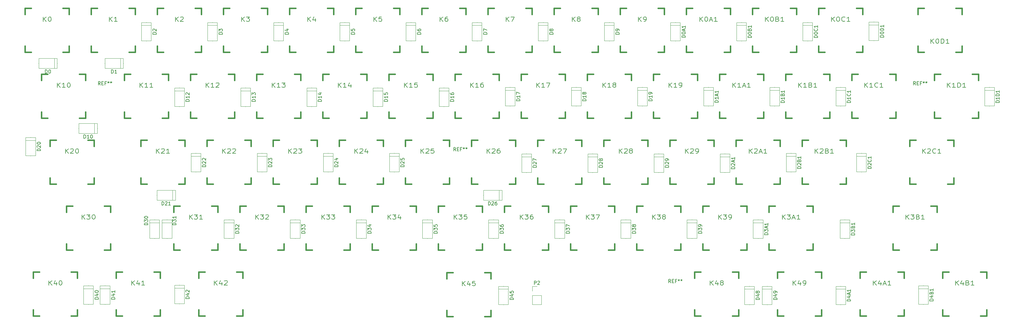
<source format=gto>
G04 #@! TF.FileFunction,Legend,Top*
%FSLAX46Y46*%
G04 Gerber Fmt 4.6, Leading zero omitted, Abs format (unit mm)*
G04 Created by KiCad (PCBNEW 4.0.5+dfsg1-4) date Sat Aug 19 13:41:17 2017*
%MOMM*%
%LPD*%
G01*
G04 APERTURE LIST*
%ADD10C,0.100000*%
%ADD11C,0.381000*%
%ADD12C,0.120000*%
%ADD13C,0.203200*%
%ADD14C,0.150000*%
G04 APERTURE END LIST*
D10*
D11*
X87312500Y-115887500D02*
X85534500Y-115887500D01*
X76390500Y-115887500D02*
X74612500Y-115887500D01*
X74612500Y-115887500D02*
X74612500Y-114109500D01*
X74612500Y-104965500D02*
X74612500Y-103187500D01*
X74612500Y-103187500D02*
X76390500Y-103187500D01*
X85534500Y-103187500D02*
X87312500Y-103187500D01*
X87312500Y-103187500D02*
X87312500Y-104965500D01*
X87312500Y-114109500D02*
X87312500Y-115887500D01*
X299243750Y-96837500D02*
X297465750Y-96837500D01*
X288321750Y-96837500D02*
X286543750Y-96837500D01*
X286543750Y-96837500D02*
X286543750Y-95059500D01*
X286543750Y-85915500D02*
X286543750Y-84137500D01*
X286543750Y-84137500D02*
X288321750Y-84137500D01*
X297465750Y-84137500D02*
X299243750Y-84137500D01*
X299243750Y-84137500D02*
X299243750Y-85915500D01*
X299243750Y-95059500D02*
X299243750Y-96837500D01*
X125412500Y-115887500D02*
X123634500Y-115887500D01*
X114490500Y-115887500D02*
X112712500Y-115887500D01*
X112712500Y-115887500D02*
X112712500Y-114109500D01*
X112712500Y-104965500D02*
X112712500Y-103187500D01*
X112712500Y-103187500D02*
X114490500Y-103187500D01*
X123634500Y-103187500D02*
X125412500Y-103187500D01*
X125412500Y-103187500D02*
X125412500Y-104965500D01*
X125412500Y-114109500D02*
X125412500Y-115887500D01*
X94456250Y-134937500D02*
X92678250Y-134937500D01*
X83534250Y-134937500D02*
X81756250Y-134937500D01*
X81756250Y-134937500D02*
X81756250Y-133159500D01*
X81756250Y-124015500D02*
X81756250Y-122237500D01*
X81756250Y-122237500D02*
X83534250Y-122237500D01*
X92678250Y-122237500D02*
X94456250Y-122237500D01*
X94456250Y-122237500D02*
X94456250Y-124015500D01*
X94456250Y-133159500D02*
X94456250Y-134937500D01*
X177800000Y-58737500D02*
X176022000Y-58737500D01*
X166878000Y-58737500D02*
X165100000Y-58737500D01*
X165100000Y-58737500D02*
X165100000Y-56959500D01*
X165100000Y-47815500D02*
X165100000Y-46037500D01*
X165100000Y-46037500D02*
X166878000Y-46037500D01*
X176022000Y-46037500D02*
X177800000Y-46037500D01*
X177800000Y-46037500D02*
X177800000Y-47815500D01*
X177800000Y-56959500D02*
X177800000Y-58737500D01*
X82550000Y-58737500D02*
X80772000Y-58737500D01*
X71628000Y-58737500D02*
X69850000Y-58737500D01*
X69850000Y-58737500D02*
X69850000Y-56959500D01*
X69850000Y-47815500D02*
X69850000Y-46037500D01*
X69850000Y-46037500D02*
X71628000Y-46037500D01*
X80772000Y-46037500D02*
X82550000Y-46037500D01*
X82550000Y-46037500D02*
X82550000Y-47815500D01*
X82550000Y-56959500D02*
X82550000Y-58737500D01*
X44450000Y-58737500D02*
X42672000Y-58737500D01*
X33528000Y-58737500D02*
X31750000Y-58737500D01*
X31750000Y-58737500D02*
X31750000Y-56959500D01*
X31750000Y-47815500D02*
X31750000Y-46037500D01*
X31750000Y-46037500D02*
X33528000Y-46037500D01*
X42672000Y-46037500D02*
X44450000Y-46037500D01*
X44450000Y-46037500D02*
X44450000Y-47815500D01*
X44450000Y-56959500D02*
X44450000Y-58737500D01*
X234950000Y-58737500D02*
X233172000Y-58737500D01*
X224028000Y-58737500D02*
X222250000Y-58737500D01*
X222250000Y-58737500D02*
X222250000Y-56959500D01*
X222250000Y-47815500D02*
X222250000Y-46037500D01*
X222250000Y-46037500D02*
X224028000Y-46037500D01*
X233172000Y-46037500D02*
X234950000Y-46037500D01*
X234950000Y-46037500D02*
X234950000Y-47815500D01*
X234950000Y-56959500D02*
X234950000Y-58737500D01*
X254000000Y-58737500D02*
X252222000Y-58737500D01*
X243078000Y-58737500D02*
X241300000Y-58737500D01*
X241300000Y-58737500D02*
X241300000Y-56959500D01*
X241300000Y-47815500D02*
X241300000Y-46037500D01*
X241300000Y-46037500D02*
X243078000Y-46037500D01*
X252222000Y-46037500D02*
X254000000Y-46037500D01*
X254000000Y-46037500D02*
X254000000Y-47815500D01*
X254000000Y-56959500D02*
X254000000Y-58737500D01*
X273050000Y-58737500D02*
X271272000Y-58737500D01*
X262128000Y-58737500D02*
X260350000Y-58737500D01*
X260350000Y-58737500D02*
X260350000Y-56959500D01*
X260350000Y-47815500D02*
X260350000Y-46037500D01*
X260350000Y-46037500D02*
X262128000Y-46037500D01*
X271272000Y-46037500D02*
X273050000Y-46037500D01*
X273050000Y-46037500D02*
X273050000Y-47815500D01*
X273050000Y-56959500D02*
X273050000Y-58737500D01*
X288925000Y-46037500D02*
X290703000Y-46037500D01*
X299847000Y-46037500D02*
X301625000Y-46037500D01*
X301625000Y-46037500D02*
X301625000Y-47815500D01*
X301625000Y-56959500D02*
X301625000Y-58737500D01*
X301625000Y-58737500D02*
X299847000Y-58737500D01*
X290703000Y-58737500D02*
X288925000Y-58737500D01*
X288925000Y-58737500D02*
X288925000Y-56959500D01*
X288925000Y-47815500D02*
X288925000Y-46037500D01*
X63500000Y-58737500D02*
X61722000Y-58737500D01*
X52578000Y-58737500D02*
X50800000Y-58737500D01*
X50800000Y-58737500D02*
X50800000Y-56959500D01*
X50800000Y-47815500D02*
X50800000Y-46037500D01*
X50800000Y-46037500D02*
X52578000Y-46037500D01*
X61722000Y-46037500D02*
X63500000Y-46037500D01*
X63500000Y-46037500D02*
X63500000Y-47815500D01*
X63500000Y-56959500D02*
X63500000Y-58737500D01*
X244475000Y-77787500D02*
X242697000Y-77787500D01*
X233553000Y-77787500D02*
X231775000Y-77787500D01*
X231775000Y-77787500D02*
X231775000Y-76009500D01*
X231775000Y-66865500D02*
X231775000Y-65087500D01*
X231775000Y-65087500D02*
X233553000Y-65087500D01*
X242697000Y-65087500D02*
X244475000Y-65087500D01*
X244475000Y-65087500D02*
X244475000Y-66865500D01*
X244475000Y-76009500D02*
X244475000Y-77787500D01*
X263525000Y-77787500D02*
X261747000Y-77787500D01*
X252603000Y-77787500D02*
X250825000Y-77787500D01*
X250825000Y-77787500D02*
X250825000Y-76009500D01*
X250825000Y-66865500D02*
X250825000Y-65087500D01*
X250825000Y-65087500D02*
X252603000Y-65087500D01*
X261747000Y-65087500D02*
X263525000Y-65087500D01*
X263525000Y-65087500D02*
X263525000Y-66865500D01*
X263525000Y-76009500D02*
X263525000Y-77787500D01*
X282575000Y-77787500D02*
X280797000Y-77787500D01*
X271653000Y-77787500D02*
X269875000Y-77787500D01*
X269875000Y-77787500D02*
X269875000Y-76009500D01*
X269875000Y-66865500D02*
X269875000Y-65087500D01*
X269875000Y-65087500D02*
X271653000Y-65087500D01*
X280797000Y-65087500D02*
X282575000Y-65087500D01*
X282575000Y-65087500D02*
X282575000Y-66865500D01*
X282575000Y-76009500D02*
X282575000Y-77787500D01*
X306387500Y-77787500D02*
X304609500Y-77787500D01*
X295465500Y-77787500D02*
X293687500Y-77787500D01*
X293687500Y-77787500D02*
X293687500Y-76009500D01*
X293687500Y-66865500D02*
X293687500Y-65087500D01*
X293687500Y-65087500D02*
X295465500Y-65087500D01*
X304609500Y-65087500D02*
X306387500Y-65087500D01*
X306387500Y-65087500D02*
X306387500Y-66865500D01*
X306387500Y-76009500D02*
X306387500Y-77787500D01*
X249237500Y-96837500D02*
X247459500Y-96837500D01*
X238315500Y-96837500D02*
X236537500Y-96837500D01*
X236537500Y-96837500D02*
X236537500Y-95059500D01*
X236537500Y-85915500D02*
X236537500Y-84137500D01*
X236537500Y-84137500D02*
X238315500Y-84137500D01*
X247459500Y-84137500D02*
X249237500Y-84137500D01*
X249237500Y-84137500D02*
X249237500Y-85915500D01*
X249237500Y-95059500D02*
X249237500Y-96837500D01*
X268287500Y-96837500D02*
X266509500Y-96837500D01*
X257365500Y-96837500D02*
X255587500Y-96837500D01*
X255587500Y-96837500D02*
X255587500Y-95059500D01*
X255587500Y-85915500D02*
X255587500Y-84137500D01*
X255587500Y-84137500D02*
X257365500Y-84137500D01*
X266509500Y-84137500D02*
X268287500Y-84137500D01*
X268287500Y-84137500D02*
X268287500Y-85915500D01*
X268287500Y-95059500D02*
X268287500Y-96837500D01*
X101600000Y-58737500D02*
X99822000Y-58737500D01*
X90678000Y-58737500D02*
X88900000Y-58737500D01*
X88900000Y-58737500D02*
X88900000Y-56959500D01*
X88900000Y-47815500D02*
X88900000Y-46037500D01*
X88900000Y-46037500D02*
X90678000Y-46037500D01*
X99822000Y-46037500D02*
X101600000Y-46037500D01*
X101600000Y-46037500D02*
X101600000Y-47815500D01*
X101600000Y-56959500D02*
X101600000Y-58737500D01*
X258762500Y-115887500D02*
X256984500Y-115887500D01*
X247840500Y-115887500D02*
X246062500Y-115887500D01*
X246062500Y-115887500D02*
X246062500Y-114109500D01*
X246062500Y-104965500D02*
X246062500Y-103187500D01*
X246062500Y-103187500D02*
X247840500Y-103187500D01*
X256984500Y-103187500D02*
X258762500Y-103187500D01*
X258762500Y-103187500D02*
X258762500Y-104965500D01*
X258762500Y-114109500D02*
X258762500Y-115887500D01*
X120650000Y-58737500D02*
X118872000Y-58737500D01*
X109728000Y-58737500D02*
X107950000Y-58737500D01*
X107950000Y-58737500D02*
X107950000Y-56959500D01*
X107950000Y-47815500D02*
X107950000Y-46037500D01*
X107950000Y-46037500D02*
X109728000Y-46037500D01*
X118872000Y-46037500D02*
X120650000Y-46037500D01*
X120650000Y-46037500D02*
X120650000Y-47815500D01*
X120650000Y-56959500D02*
X120650000Y-58737500D01*
X139700000Y-58737500D02*
X137922000Y-58737500D01*
X128778000Y-58737500D02*
X127000000Y-58737500D01*
X127000000Y-58737500D02*
X127000000Y-56959500D01*
X127000000Y-47815500D02*
X127000000Y-46037500D01*
X127000000Y-46037500D02*
X128778000Y-46037500D01*
X137922000Y-46037500D02*
X139700000Y-46037500D01*
X139700000Y-46037500D02*
X139700000Y-47815500D01*
X139700000Y-56959500D02*
X139700000Y-58737500D01*
X158750000Y-58737500D02*
X156972000Y-58737500D01*
X147828000Y-58737500D02*
X146050000Y-58737500D01*
X146050000Y-58737500D02*
X146050000Y-56959500D01*
X146050000Y-47815500D02*
X146050000Y-46037500D01*
X146050000Y-46037500D02*
X147828000Y-46037500D01*
X156972000Y-46037500D02*
X158750000Y-46037500D01*
X158750000Y-46037500D02*
X158750000Y-47815500D01*
X158750000Y-56959500D02*
X158750000Y-58737500D01*
X196850000Y-58737500D02*
X195072000Y-58737500D01*
X185928000Y-58737500D02*
X184150000Y-58737500D01*
X184150000Y-58737500D02*
X184150000Y-56959500D01*
X184150000Y-47815500D02*
X184150000Y-46037500D01*
X184150000Y-46037500D02*
X185928000Y-46037500D01*
X195072000Y-46037500D02*
X196850000Y-46037500D01*
X196850000Y-46037500D02*
X196850000Y-47815500D01*
X196850000Y-56959500D02*
X196850000Y-58737500D01*
X215900000Y-58737500D02*
X214122000Y-58737500D01*
X204978000Y-58737500D02*
X203200000Y-58737500D01*
X203200000Y-58737500D02*
X203200000Y-56959500D01*
X203200000Y-47815500D02*
X203200000Y-46037500D01*
X203200000Y-46037500D02*
X204978000Y-46037500D01*
X214122000Y-46037500D02*
X215900000Y-46037500D01*
X215900000Y-46037500D02*
X215900000Y-47815500D01*
X215900000Y-56959500D02*
X215900000Y-58737500D01*
X73025000Y-77787500D02*
X71247000Y-77787500D01*
X62103000Y-77787500D02*
X60325000Y-77787500D01*
X60325000Y-77787500D02*
X60325000Y-76009500D01*
X60325000Y-66865500D02*
X60325000Y-65087500D01*
X60325000Y-65087500D02*
X62103000Y-65087500D01*
X71247000Y-65087500D02*
X73025000Y-65087500D01*
X73025000Y-65087500D02*
X73025000Y-66865500D01*
X73025000Y-76009500D02*
X73025000Y-77787500D01*
X92075000Y-77787500D02*
X90297000Y-77787500D01*
X81153000Y-77787500D02*
X79375000Y-77787500D01*
X79375000Y-77787500D02*
X79375000Y-76009500D01*
X79375000Y-66865500D02*
X79375000Y-65087500D01*
X79375000Y-65087500D02*
X81153000Y-65087500D01*
X90297000Y-65087500D02*
X92075000Y-65087500D01*
X92075000Y-65087500D02*
X92075000Y-66865500D01*
X92075000Y-76009500D02*
X92075000Y-77787500D01*
X111125000Y-77787500D02*
X109347000Y-77787500D01*
X100203000Y-77787500D02*
X98425000Y-77787500D01*
X98425000Y-77787500D02*
X98425000Y-76009500D01*
X98425000Y-66865500D02*
X98425000Y-65087500D01*
X98425000Y-65087500D02*
X100203000Y-65087500D01*
X109347000Y-65087500D02*
X111125000Y-65087500D01*
X111125000Y-65087500D02*
X111125000Y-66865500D01*
X111125000Y-76009500D02*
X111125000Y-77787500D01*
X130175000Y-77787500D02*
X128397000Y-77787500D01*
X119253000Y-77787500D02*
X117475000Y-77787500D01*
X117475000Y-77787500D02*
X117475000Y-76009500D01*
X117475000Y-66865500D02*
X117475000Y-65087500D01*
X117475000Y-65087500D02*
X119253000Y-65087500D01*
X128397000Y-65087500D02*
X130175000Y-65087500D01*
X130175000Y-65087500D02*
X130175000Y-66865500D01*
X130175000Y-76009500D02*
X130175000Y-77787500D01*
X149225000Y-77787500D02*
X147447000Y-77787500D01*
X138303000Y-77787500D02*
X136525000Y-77787500D01*
X136525000Y-77787500D02*
X136525000Y-76009500D01*
X136525000Y-66865500D02*
X136525000Y-65087500D01*
X136525000Y-65087500D02*
X138303000Y-65087500D01*
X147447000Y-65087500D02*
X149225000Y-65087500D01*
X149225000Y-65087500D02*
X149225000Y-66865500D01*
X149225000Y-76009500D02*
X149225000Y-77787500D01*
X168275000Y-77787500D02*
X166497000Y-77787500D01*
X157353000Y-77787500D02*
X155575000Y-77787500D01*
X155575000Y-77787500D02*
X155575000Y-76009500D01*
X155575000Y-66865500D02*
X155575000Y-65087500D01*
X155575000Y-65087500D02*
X157353000Y-65087500D01*
X166497000Y-65087500D02*
X168275000Y-65087500D01*
X168275000Y-65087500D02*
X168275000Y-66865500D01*
X168275000Y-76009500D02*
X168275000Y-77787500D01*
X187325000Y-77787500D02*
X185547000Y-77787500D01*
X176403000Y-77787500D02*
X174625000Y-77787500D01*
X174625000Y-77787500D02*
X174625000Y-76009500D01*
X174625000Y-66865500D02*
X174625000Y-65087500D01*
X174625000Y-65087500D02*
X176403000Y-65087500D01*
X185547000Y-65087500D02*
X187325000Y-65087500D01*
X187325000Y-65087500D02*
X187325000Y-66865500D01*
X187325000Y-76009500D02*
X187325000Y-77787500D01*
X206375000Y-77787500D02*
X204597000Y-77787500D01*
X195453000Y-77787500D02*
X193675000Y-77787500D01*
X193675000Y-77787500D02*
X193675000Y-76009500D01*
X193675000Y-66865500D02*
X193675000Y-65087500D01*
X193675000Y-65087500D02*
X195453000Y-65087500D01*
X204597000Y-65087500D02*
X206375000Y-65087500D01*
X206375000Y-65087500D02*
X206375000Y-66865500D01*
X206375000Y-76009500D02*
X206375000Y-77787500D01*
X225425000Y-77787500D02*
X223647000Y-77787500D01*
X214503000Y-77787500D02*
X212725000Y-77787500D01*
X212725000Y-77787500D02*
X212725000Y-76009500D01*
X212725000Y-66865500D02*
X212725000Y-65087500D01*
X212725000Y-65087500D02*
X214503000Y-65087500D01*
X223647000Y-65087500D02*
X225425000Y-65087500D01*
X225425000Y-65087500D02*
X225425000Y-66865500D01*
X225425000Y-76009500D02*
X225425000Y-77787500D01*
X51593750Y-96837500D02*
X49815750Y-96837500D01*
X40671750Y-96837500D02*
X38893750Y-96837500D01*
X38893750Y-96837500D02*
X38893750Y-95059500D01*
X38893750Y-85915500D02*
X38893750Y-84137500D01*
X38893750Y-84137500D02*
X40671750Y-84137500D01*
X49815750Y-84137500D02*
X51593750Y-84137500D01*
X51593750Y-84137500D02*
X51593750Y-85915500D01*
X51593750Y-95059500D02*
X51593750Y-96837500D01*
X77787500Y-96837500D02*
X76009500Y-96837500D01*
X66865500Y-96837500D02*
X65087500Y-96837500D01*
X65087500Y-96837500D02*
X65087500Y-95059500D01*
X65087500Y-85915500D02*
X65087500Y-84137500D01*
X65087500Y-84137500D02*
X66865500Y-84137500D01*
X76009500Y-84137500D02*
X77787500Y-84137500D01*
X77787500Y-84137500D02*
X77787500Y-85915500D01*
X77787500Y-95059500D02*
X77787500Y-96837500D01*
X96837500Y-96837500D02*
X95059500Y-96837500D01*
X85915500Y-96837500D02*
X84137500Y-96837500D01*
X84137500Y-96837500D02*
X84137500Y-95059500D01*
X84137500Y-85915500D02*
X84137500Y-84137500D01*
X84137500Y-84137500D02*
X85915500Y-84137500D01*
X95059500Y-84137500D02*
X96837500Y-84137500D01*
X96837500Y-84137500D02*
X96837500Y-85915500D01*
X96837500Y-95059500D02*
X96837500Y-96837500D01*
X115887500Y-96837500D02*
X114109500Y-96837500D01*
X104965500Y-96837500D02*
X103187500Y-96837500D01*
X103187500Y-96837500D02*
X103187500Y-95059500D01*
X103187500Y-85915500D02*
X103187500Y-84137500D01*
X103187500Y-84137500D02*
X104965500Y-84137500D01*
X114109500Y-84137500D02*
X115887500Y-84137500D01*
X115887500Y-84137500D02*
X115887500Y-85915500D01*
X115887500Y-95059500D02*
X115887500Y-96837500D01*
X134937500Y-96837500D02*
X133159500Y-96837500D01*
X124015500Y-96837500D02*
X122237500Y-96837500D01*
X122237500Y-96837500D02*
X122237500Y-95059500D01*
X122237500Y-85915500D02*
X122237500Y-84137500D01*
X122237500Y-84137500D02*
X124015500Y-84137500D01*
X133159500Y-84137500D02*
X134937500Y-84137500D01*
X134937500Y-84137500D02*
X134937500Y-85915500D01*
X134937500Y-95059500D02*
X134937500Y-96837500D01*
X153987500Y-96837500D02*
X152209500Y-96837500D01*
X143065500Y-96837500D02*
X141287500Y-96837500D01*
X141287500Y-96837500D02*
X141287500Y-95059500D01*
X141287500Y-85915500D02*
X141287500Y-84137500D01*
X141287500Y-84137500D02*
X143065500Y-84137500D01*
X152209500Y-84137500D02*
X153987500Y-84137500D01*
X153987500Y-84137500D02*
X153987500Y-85915500D01*
X153987500Y-95059500D02*
X153987500Y-96837500D01*
X173037500Y-96837500D02*
X171259500Y-96837500D01*
X162115500Y-96837500D02*
X160337500Y-96837500D01*
X160337500Y-96837500D02*
X160337500Y-95059500D01*
X160337500Y-85915500D02*
X160337500Y-84137500D01*
X160337500Y-84137500D02*
X162115500Y-84137500D01*
X171259500Y-84137500D02*
X173037500Y-84137500D01*
X173037500Y-84137500D02*
X173037500Y-85915500D01*
X173037500Y-95059500D02*
X173037500Y-96837500D01*
X192087500Y-96837500D02*
X190309500Y-96837500D01*
X181165500Y-96837500D02*
X179387500Y-96837500D01*
X179387500Y-96837500D02*
X179387500Y-95059500D01*
X179387500Y-85915500D02*
X179387500Y-84137500D01*
X179387500Y-84137500D02*
X181165500Y-84137500D01*
X190309500Y-84137500D02*
X192087500Y-84137500D01*
X192087500Y-84137500D02*
X192087500Y-85915500D01*
X192087500Y-95059500D02*
X192087500Y-96837500D01*
X211137500Y-96837500D02*
X209359500Y-96837500D01*
X200215500Y-96837500D02*
X198437500Y-96837500D01*
X198437500Y-96837500D02*
X198437500Y-95059500D01*
X198437500Y-85915500D02*
X198437500Y-84137500D01*
X198437500Y-84137500D02*
X200215500Y-84137500D01*
X209359500Y-84137500D02*
X211137500Y-84137500D01*
X211137500Y-84137500D02*
X211137500Y-85915500D01*
X211137500Y-95059500D02*
X211137500Y-96837500D01*
X230187500Y-96837500D02*
X228409500Y-96837500D01*
X219265500Y-96837500D02*
X217487500Y-96837500D01*
X217487500Y-96837500D02*
X217487500Y-95059500D01*
X217487500Y-85915500D02*
X217487500Y-84137500D01*
X217487500Y-84137500D02*
X219265500Y-84137500D01*
X228409500Y-84137500D02*
X230187500Y-84137500D01*
X230187500Y-84137500D02*
X230187500Y-85915500D01*
X230187500Y-95059500D02*
X230187500Y-96837500D01*
X106362500Y-115887500D02*
X104584500Y-115887500D01*
X95440500Y-115887500D02*
X93662500Y-115887500D01*
X93662500Y-115887500D02*
X93662500Y-114109500D01*
X93662500Y-104965500D02*
X93662500Y-103187500D01*
X93662500Y-103187500D02*
X95440500Y-103187500D01*
X104584500Y-103187500D02*
X106362500Y-103187500D01*
X106362500Y-103187500D02*
X106362500Y-104965500D01*
X106362500Y-114109500D02*
X106362500Y-115887500D01*
X144462500Y-115887500D02*
X142684500Y-115887500D01*
X133540500Y-115887500D02*
X131762500Y-115887500D01*
X131762500Y-115887500D02*
X131762500Y-114109500D01*
X131762500Y-104965500D02*
X131762500Y-103187500D01*
X131762500Y-103187500D02*
X133540500Y-103187500D01*
X142684500Y-103187500D02*
X144462500Y-103187500D01*
X144462500Y-103187500D02*
X144462500Y-104965500D01*
X144462500Y-114109500D02*
X144462500Y-115887500D01*
X163512500Y-115887500D02*
X161734500Y-115887500D01*
X152590500Y-115887500D02*
X150812500Y-115887500D01*
X150812500Y-115887500D02*
X150812500Y-114109500D01*
X150812500Y-104965500D02*
X150812500Y-103187500D01*
X150812500Y-103187500D02*
X152590500Y-103187500D01*
X161734500Y-103187500D02*
X163512500Y-103187500D01*
X163512500Y-103187500D02*
X163512500Y-104965500D01*
X163512500Y-114109500D02*
X163512500Y-115887500D01*
X182562500Y-115887500D02*
X180784500Y-115887500D01*
X171640500Y-115887500D02*
X169862500Y-115887500D01*
X169862500Y-115887500D02*
X169862500Y-114109500D01*
X169862500Y-104965500D02*
X169862500Y-103187500D01*
X169862500Y-103187500D02*
X171640500Y-103187500D01*
X180784500Y-103187500D02*
X182562500Y-103187500D01*
X182562500Y-103187500D02*
X182562500Y-104965500D01*
X182562500Y-114109500D02*
X182562500Y-115887500D01*
X201612500Y-115887500D02*
X199834500Y-115887500D01*
X190690500Y-115887500D02*
X188912500Y-115887500D01*
X188912500Y-115887500D02*
X188912500Y-114109500D01*
X188912500Y-104965500D02*
X188912500Y-103187500D01*
X188912500Y-103187500D02*
X190690500Y-103187500D01*
X199834500Y-103187500D02*
X201612500Y-103187500D01*
X201612500Y-103187500D02*
X201612500Y-104965500D01*
X201612500Y-114109500D02*
X201612500Y-115887500D01*
X220662500Y-115887500D02*
X218884500Y-115887500D01*
X209740500Y-115887500D02*
X207962500Y-115887500D01*
X207962500Y-115887500D02*
X207962500Y-114109500D01*
X207962500Y-104965500D02*
X207962500Y-103187500D01*
X207962500Y-103187500D02*
X209740500Y-103187500D01*
X218884500Y-103187500D02*
X220662500Y-103187500D01*
X220662500Y-103187500D02*
X220662500Y-104965500D01*
X220662500Y-114109500D02*
X220662500Y-115887500D01*
X239712500Y-115887500D02*
X237934500Y-115887500D01*
X228790500Y-115887500D02*
X227012500Y-115887500D01*
X227012500Y-115887500D02*
X227012500Y-114109500D01*
X227012500Y-104965500D02*
X227012500Y-103187500D01*
X227012500Y-103187500D02*
X228790500Y-103187500D01*
X237934500Y-103187500D02*
X239712500Y-103187500D01*
X239712500Y-103187500D02*
X239712500Y-104965500D01*
X239712500Y-114109500D02*
X239712500Y-115887500D01*
X46831250Y-134937500D02*
X45053250Y-134937500D01*
X35909250Y-134937500D02*
X34131250Y-134937500D01*
X34131250Y-134937500D02*
X34131250Y-133159500D01*
X34131250Y-124015500D02*
X34131250Y-122237500D01*
X34131250Y-122237500D02*
X35909250Y-122237500D01*
X45053250Y-122237500D02*
X46831250Y-122237500D01*
X46831250Y-122237500D02*
X46831250Y-124015500D01*
X46831250Y-133159500D02*
X46831250Y-134937500D01*
X70643750Y-134937500D02*
X68865750Y-134937500D01*
X59721750Y-134937500D02*
X57943750Y-134937500D01*
X57943750Y-134937500D02*
X57943750Y-133159500D01*
X57943750Y-124015500D02*
X57943750Y-122237500D01*
X57943750Y-122237500D02*
X59721750Y-122237500D01*
X68865750Y-122237500D02*
X70643750Y-122237500D01*
X70643750Y-122237500D02*
X70643750Y-124015500D01*
X70643750Y-133159500D02*
X70643750Y-134937500D01*
D12*
X40998125Y-63322500D02*
X40998125Y-60502500D01*
X40998125Y-60502500D02*
X35678125Y-60502500D01*
X35678125Y-60502500D02*
X35678125Y-63322500D01*
X35678125Y-63322500D02*
X40998125Y-63322500D01*
X41068125Y-61912500D02*
X40998125Y-61912500D01*
X35608125Y-61912500D02*
X35678125Y-61912500D01*
X40158125Y-63322500D02*
X40158125Y-60502500D01*
X220485000Y-50106250D02*
X217665000Y-50106250D01*
X217665000Y-50106250D02*
X217665000Y-55426250D01*
X217665000Y-55426250D02*
X220485000Y-55426250D01*
X220485000Y-55426250D02*
X220485000Y-50106250D01*
X219075000Y-50036250D02*
X219075000Y-50106250D01*
X219075000Y-55496250D02*
X219075000Y-55426250D01*
X220485000Y-50946250D02*
X217665000Y-50946250D01*
X239535000Y-50106250D02*
X236715000Y-50106250D01*
X236715000Y-50106250D02*
X236715000Y-55426250D01*
X236715000Y-55426250D02*
X239535000Y-55426250D01*
X239535000Y-55426250D02*
X239535000Y-50106250D01*
X238125000Y-50036250D02*
X238125000Y-50106250D01*
X238125000Y-55496250D02*
X238125000Y-55426250D01*
X239535000Y-50946250D02*
X236715000Y-50946250D01*
X258585000Y-50106250D02*
X255765000Y-50106250D01*
X255765000Y-50106250D02*
X255765000Y-55426250D01*
X255765000Y-55426250D02*
X258585000Y-55426250D01*
X258585000Y-55426250D02*
X258585000Y-50106250D01*
X257175000Y-50036250D02*
X257175000Y-50106250D01*
X257175000Y-55496250D02*
X257175000Y-55426250D01*
X258585000Y-50946250D02*
X255765000Y-50946250D01*
X277635000Y-49965625D02*
X274815000Y-49965625D01*
X274815000Y-49965625D02*
X274815000Y-55285625D01*
X274815000Y-55285625D02*
X277635000Y-55285625D01*
X277635000Y-55285625D02*
X277635000Y-49965625D01*
X276225000Y-49895625D02*
X276225000Y-49965625D01*
X276225000Y-55355625D02*
X276225000Y-55285625D01*
X277635000Y-50805625D02*
X274815000Y-50805625D01*
X60048125Y-63322500D02*
X60048125Y-60502500D01*
X60048125Y-60502500D02*
X54728125Y-60502500D01*
X54728125Y-60502500D02*
X54728125Y-63322500D01*
X54728125Y-63322500D02*
X60048125Y-63322500D01*
X60118125Y-61912500D02*
X60048125Y-61912500D01*
X54658125Y-61912500D02*
X54728125Y-61912500D01*
X59208125Y-63322500D02*
X59208125Y-60502500D01*
X230010000Y-68875000D02*
X227190000Y-68875000D01*
X227190000Y-68875000D02*
X227190000Y-74195000D01*
X227190000Y-74195000D02*
X230010000Y-74195000D01*
X230010000Y-74195000D02*
X230010000Y-68875000D01*
X228600000Y-68805000D02*
X228600000Y-68875000D01*
X228600000Y-74265000D02*
X228600000Y-74195000D01*
X230010000Y-69715000D02*
X227190000Y-69715000D01*
X249060000Y-68875000D02*
X246240000Y-68875000D01*
X246240000Y-68875000D02*
X246240000Y-74195000D01*
X246240000Y-74195000D02*
X249060000Y-74195000D01*
X249060000Y-74195000D02*
X249060000Y-68875000D01*
X247650000Y-68805000D02*
X247650000Y-68875000D01*
X247650000Y-74265000D02*
X247650000Y-74195000D01*
X249060000Y-69715000D02*
X246240000Y-69715000D01*
X268110000Y-68875000D02*
X265290000Y-68875000D01*
X265290000Y-68875000D02*
X265290000Y-74195000D01*
X265290000Y-74195000D02*
X268110000Y-74195000D01*
X268110000Y-74195000D02*
X268110000Y-68875000D01*
X266700000Y-68805000D02*
X266700000Y-68875000D01*
X266700000Y-74265000D02*
X266700000Y-74195000D01*
X268110000Y-69715000D02*
X265290000Y-69715000D01*
X310972500Y-68875000D02*
X308152500Y-68875000D01*
X308152500Y-68875000D02*
X308152500Y-74195000D01*
X308152500Y-74195000D02*
X310972500Y-74195000D01*
X310972500Y-74195000D02*
X310972500Y-68875000D01*
X309562500Y-68805000D02*
X309562500Y-68875000D01*
X309562500Y-74265000D02*
X309562500Y-74195000D01*
X310972500Y-69715000D02*
X308152500Y-69715000D01*
X68085000Y-50106250D02*
X65265000Y-50106250D01*
X65265000Y-50106250D02*
X65265000Y-55426250D01*
X65265000Y-55426250D02*
X68085000Y-55426250D01*
X68085000Y-55426250D02*
X68085000Y-50106250D01*
X66675000Y-50036250D02*
X66675000Y-50106250D01*
X66675000Y-55496250D02*
X66675000Y-55426250D01*
X68085000Y-50946250D02*
X65265000Y-50946250D01*
X234772500Y-88065625D02*
X231952500Y-88065625D01*
X231952500Y-88065625D02*
X231952500Y-93385625D01*
X231952500Y-93385625D02*
X234772500Y-93385625D01*
X234772500Y-93385625D02*
X234772500Y-88065625D01*
X233362500Y-87995625D02*
X233362500Y-88065625D01*
X233362500Y-93455625D02*
X233362500Y-93385625D01*
X234772500Y-88905625D02*
X231952500Y-88905625D01*
X253822500Y-87925000D02*
X251002500Y-87925000D01*
X251002500Y-87925000D02*
X251002500Y-93245000D01*
X251002500Y-93245000D02*
X253822500Y-93245000D01*
X253822500Y-93245000D02*
X253822500Y-87925000D01*
X252412500Y-87855000D02*
X252412500Y-87925000D01*
X252412500Y-93315000D02*
X252412500Y-93245000D01*
X253822500Y-88765000D02*
X251002500Y-88765000D01*
X274063125Y-87925000D02*
X271243125Y-87925000D01*
X271243125Y-87925000D02*
X271243125Y-93245000D01*
X271243125Y-93245000D02*
X274063125Y-93245000D01*
X274063125Y-93245000D02*
X274063125Y-87925000D01*
X272653125Y-87855000D02*
X272653125Y-87925000D01*
X272653125Y-93315000D02*
X272653125Y-93245000D01*
X274063125Y-88765000D02*
X271243125Y-88765000D01*
X87135000Y-50106250D02*
X84315000Y-50106250D01*
X84315000Y-50106250D02*
X84315000Y-55426250D01*
X84315000Y-55426250D02*
X87135000Y-55426250D01*
X87135000Y-55426250D02*
X87135000Y-50106250D01*
X85725000Y-50036250D02*
X85725000Y-50106250D01*
X85725000Y-55496250D02*
X85725000Y-55426250D01*
X87135000Y-50946250D02*
X84315000Y-50946250D01*
X244297500Y-107115625D02*
X241477500Y-107115625D01*
X241477500Y-107115625D02*
X241477500Y-112435625D01*
X241477500Y-112435625D02*
X244297500Y-112435625D01*
X244297500Y-112435625D02*
X244297500Y-107115625D01*
X242887500Y-107045625D02*
X242887500Y-107115625D01*
X242887500Y-112505625D02*
X242887500Y-112435625D01*
X244297500Y-107955625D02*
X241477500Y-107955625D01*
X269300625Y-107115625D02*
X266480625Y-107115625D01*
X266480625Y-107115625D02*
X266480625Y-112435625D01*
X266480625Y-112435625D02*
X269300625Y-112435625D01*
X269300625Y-112435625D02*
X269300625Y-107115625D01*
X267890625Y-107045625D02*
X267890625Y-107115625D01*
X267890625Y-112505625D02*
X267890625Y-112435625D01*
X269300625Y-107955625D02*
X266480625Y-107955625D01*
X106185000Y-50106250D02*
X103365000Y-50106250D01*
X103365000Y-50106250D02*
X103365000Y-55426250D01*
X103365000Y-55426250D02*
X106185000Y-55426250D01*
X106185000Y-55426250D02*
X106185000Y-50106250D01*
X104775000Y-50036250D02*
X104775000Y-50106250D01*
X104775000Y-55496250D02*
X104775000Y-55426250D01*
X106185000Y-50946250D02*
X103365000Y-50946250D01*
X268110000Y-126308500D02*
X265290000Y-126308500D01*
X265290000Y-126308500D02*
X265290000Y-131628500D01*
X265290000Y-131628500D02*
X268110000Y-131628500D01*
X268110000Y-131628500D02*
X268110000Y-126308500D01*
X266700000Y-126238500D02*
X266700000Y-126308500D01*
X266700000Y-131698500D02*
X266700000Y-131628500D01*
X268110000Y-127148500D02*
X265290000Y-127148500D01*
X291922500Y-126165625D02*
X289102500Y-126165625D01*
X289102500Y-126165625D02*
X289102500Y-131485625D01*
X289102500Y-131485625D02*
X291922500Y-131485625D01*
X291922500Y-131485625D02*
X291922500Y-126165625D01*
X290512500Y-126095625D02*
X290512500Y-126165625D01*
X290512500Y-131555625D02*
X290512500Y-131485625D01*
X291922500Y-127005625D02*
X289102500Y-127005625D01*
X125235000Y-50106250D02*
X122415000Y-50106250D01*
X122415000Y-50106250D02*
X122415000Y-55426250D01*
X122415000Y-55426250D02*
X125235000Y-55426250D01*
X125235000Y-55426250D02*
X125235000Y-50106250D01*
X123825000Y-50036250D02*
X123825000Y-50106250D01*
X123825000Y-55496250D02*
X123825000Y-55426250D01*
X125235000Y-50946250D02*
X122415000Y-50946250D01*
X144285000Y-50106250D02*
X141465000Y-50106250D01*
X141465000Y-50106250D02*
X141465000Y-55426250D01*
X141465000Y-55426250D02*
X144285000Y-55426250D01*
X144285000Y-55426250D02*
X144285000Y-50106250D01*
X142875000Y-50036250D02*
X142875000Y-50106250D01*
X142875000Y-55496250D02*
X142875000Y-55426250D01*
X144285000Y-50946250D02*
X141465000Y-50946250D01*
X163335000Y-50106250D02*
X160515000Y-50106250D01*
X160515000Y-50106250D02*
X160515000Y-55426250D01*
X160515000Y-55426250D02*
X163335000Y-55426250D01*
X163335000Y-55426250D02*
X163335000Y-50106250D01*
X161925000Y-50036250D02*
X161925000Y-50106250D01*
X161925000Y-55496250D02*
X161925000Y-55426250D01*
X163335000Y-50946250D02*
X160515000Y-50946250D01*
X182385000Y-50106250D02*
X179565000Y-50106250D01*
X179565000Y-50106250D02*
X179565000Y-55426250D01*
X179565000Y-55426250D02*
X182385000Y-55426250D01*
X182385000Y-55426250D02*
X182385000Y-50106250D01*
X180975000Y-50036250D02*
X180975000Y-50106250D01*
X180975000Y-55496250D02*
X180975000Y-55426250D01*
X182385000Y-50946250D02*
X179565000Y-50946250D01*
X201435000Y-50106250D02*
X198615000Y-50106250D01*
X198615000Y-50106250D02*
X198615000Y-55426250D01*
X198615000Y-55426250D02*
X201435000Y-55426250D01*
X201435000Y-55426250D02*
X201435000Y-50106250D01*
X200025000Y-50036250D02*
X200025000Y-50106250D01*
X200025000Y-55496250D02*
X200025000Y-55426250D01*
X201435000Y-50946250D02*
X198615000Y-50946250D01*
X52571000Y-82118500D02*
X52571000Y-79298500D01*
X52571000Y-79298500D02*
X47251000Y-79298500D01*
X47251000Y-79298500D02*
X47251000Y-82118500D01*
X47251000Y-82118500D02*
X52571000Y-82118500D01*
X52641000Y-80708500D02*
X52571000Y-80708500D01*
X47181000Y-80708500D02*
X47251000Y-80708500D01*
X51731000Y-82118500D02*
X51731000Y-79298500D01*
X77610000Y-69015625D02*
X74790000Y-69015625D01*
X74790000Y-69015625D02*
X74790000Y-74335625D01*
X74790000Y-74335625D02*
X77610000Y-74335625D01*
X77610000Y-74335625D02*
X77610000Y-69015625D01*
X76200000Y-68945625D02*
X76200000Y-69015625D01*
X76200000Y-74405625D02*
X76200000Y-74335625D01*
X77610000Y-69855625D02*
X74790000Y-69855625D01*
X96660000Y-69015625D02*
X93840000Y-69015625D01*
X93840000Y-69015625D02*
X93840000Y-74335625D01*
X93840000Y-74335625D02*
X96660000Y-74335625D01*
X96660000Y-74335625D02*
X96660000Y-69015625D01*
X95250000Y-68945625D02*
X95250000Y-69015625D01*
X95250000Y-74405625D02*
X95250000Y-74335625D01*
X96660000Y-69855625D02*
X93840000Y-69855625D01*
X115710000Y-69015625D02*
X112890000Y-69015625D01*
X112890000Y-69015625D02*
X112890000Y-74335625D01*
X112890000Y-74335625D02*
X115710000Y-74335625D01*
X115710000Y-74335625D02*
X115710000Y-69015625D01*
X114300000Y-68945625D02*
X114300000Y-69015625D01*
X114300000Y-74405625D02*
X114300000Y-74335625D01*
X115710000Y-69855625D02*
X112890000Y-69855625D01*
X134760000Y-69015625D02*
X131940000Y-69015625D01*
X131940000Y-69015625D02*
X131940000Y-74335625D01*
X131940000Y-74335625D02*
X134760000Y-74335625D01*
X134760000Y-74335625D02*
X134760000Y-69015625D01*
X133350000Y-68945625D02*
X133350000Y-69015625D01*
X133350000Y-74405625D02*
X133350000Y-74335625D01*
X134760000Y-69855625D02*
X131940000Y-69855625D01*
X153810000Y-69015625D02*
X150990000Y-69015625D01*
X150990000Y-69015625D02*
X150990000Y-74335625D01*
X150990000Y-74335625D02*
X153810000Y-74335625D01*
X153810000Y-74335625D02*
X153810000Y-69015625D01*
X152400000Y-68945625D02*
X152400000Y-69015625D01*
X152400000Y-74405625D02*
X152400000Y-74335625D01*
X153810000Y-69855625D02*
X150990000Y-69855625D01*
X172860000Y-68875000D02*
X170040000Y-68875000D01*
X170040000Y-68875000D02*
X170040000Y-74195000D01*
X170040000Y-74195000D02*
X172860000Y-74195000D01*
X172860000Y-74195000D02*
X172860000Y-68875000D01*
X171450000Y-68805000D02*
X171450000Y-68875000D01*
X171450000Y-74265000D02*
X171450000Y-74195000D01*
X172860000Y-69715000D02*
X170040000Y-69715000D01*
X191910000Y-68875000D02*
X189090000Y-68875000D01*
X189090000Y-68875000D02*
X189090000Y-74195000D01*
X189090000Y-74195000D02*
X191910000Y-74195000D01*
X191910000Y-74195000D02*
X191910000Y-68875000D01*
X190500000Y-68805000D02*
X190500000Y-68875000D01*
X190500000Y-74265000D02*
X190500000Y-74195000D01*
X191910000Y-69715000D02*
X189090000Y-69715000D01*
X210960000Y-68875000D02*
X208140000Y-68875000D01*
X208140000Y-68875000D02*
X208140000Y-74195000D01*
X208140000Y-74195000D02*
X210960000Y-74195000D01*
X210960000Y-74195000D02*
X210960000Y-68875000D01*
X209550000Y-68805000D02*
X209550000Y-68875000D01*
X209550000Y-74265000D02*
X209550000Y-74195000D01*
X210960000Y-69715000D02*
X208140000Y-69715000D01*
X34747500Y-83303125D02*
X31927500Y-83303125D01*
X31927500Y-83303125D02*
X31927500Y-88623125D01*
X31927500Y-88623125D02*
X34747500Y-88623125D01*
X34747500Y-88623125D02*
X34747500Y-83303125D01*
X33337500Y-83233125D02*
X33337500Y-83303125D01*
X33337500Y-88693125D02*
X33337500Y-88623125D01*
X34747500Y-84143125D02*
X31927500Y-84143125D01*
X75050000Y-101422500D02*
X75050000Y-98602500D01*
X75050000Y-98602500D02*
X69730000Y-98602500D01*
X69730000Y-98602500D02*
X69730000Y-101422500D01*
X69730000Y-101422500D02*
X75050000Y-101422500D01*
X75120000Y-100012500D02*
X75050000Y-100012500D01*
X69660000Y-100012500D02*
X69730000Y-100012500D01*
X74210000Y-101422500D02*
X74210000Y-98602500D01*
X82372500Y-87925000D02*
X79552500Y-87925000D01*
X79552500Y-87925000D02*
X79552500Y-93245000D01*
X79552500Y-93245000D02*
X82372500Y-93245000D01*
X82372500Y-93245000D02*
X82372500Y-87925000D01*
X80962500Y-87855000D02*
X80962500Y-87925000D01*
X80962500Y-93315000D02*
X80962500Y-93245000D01*
X82372500Y-88765000D02*
X79552500Y-88765000D01*
X101422500Y-87925000D02*
X98602500Y-87925000D01*
X98602500Y-87925000D02*
X98602500Y-93245000D01*
X98602500Y-93245000D02*
X101422500Y-93245000D01*
X101422500Y-93245000D02*
X101422500Y-87925000D01*
X100012500Y-87855000D02*
X100012500Y-87925000D01*
X100012500Y-93315000D02*
X100012500Y-93245000D01*
X101422500Y-88765000D02*
X98602500Y-88765000D01*
X120472500Y-87925000D02*
X117652500Y-87925000D01*
X117652500Y-87925000D02*
X117652500Y-93245000D01*
X117652500Y-93245000D02*
X120472500Y-93245000D01*
X120472500Y-93245000D02*
X120472500Y-87925000D01*
X119062500Y-87855000D02*
X119062500Y-87925000D01*
X119062500Y-93315000D02*
X119062500Y-93245000D01*
X120472500Y-88765000D02*
X117652500Y-88765000D01*
X139522500Y-87925000D02*
X136702500Y-87925000D01*
X136702500Y-87925000D02*
X136702500Y-93245000D01*
X136702500Y-93245000D02*
X139522500Y-93245000D01*
X139522500Y-93245000D02*
X139522500Y-87925000D01*
X138112500Y-87855000D02*
X138112500Y-87925000D01*
X138112500Y-93315000D02*
X138112500Y-93245000D01*
X139522500Y-88765000D02*
X136702500Y-88765000D01*
X169109375Y-101422500D02*
X169109375Y-98602500D01*
X169109375Y-98602500D02*
X163789375Y-98602500D01*
X163789375Y-98602500D02*
X163789375Y-101422500D01*
X163789375Y-101422500D02*
X169109375Y-101422500D01*
X169179375Y-100012500D02*
X169109375Y-100012500D01*
X163719375Y-100012500D02*
X163789375Y-100012500D01*
X168269375Y-101422500D02*
X168269375Y-98602500D01*
X177622500Y-88065625D02*
X174802500Y-88065625D01*
X174802500Y-88065625D02*
X174802500Y-93385625D01*
X174802500Y-93385625D02*
X177622500Y-93385625D01*
X177622500Y-93385625D02*
X177622500Y-88065625D01*
X176212500Y-87995625D02*
X176212500Y-88065625D01*
X176212500Y-93455625D02*
X176212500Y-93385625D01*
X177622500Y-88905625D02*
X174802500Y-88905625D01*
X196672500Y-88065625D02*
X193852500Y-88065625D01*
X193852500Y-88065625D02*
X193852500Y-93385625D01*
X193852500Y-93385625D02*
X196672500Y-93385625D01*
X196672500Y-93385625D02*
X196672500Y-88065625D01*
X195262500Y-87995625D02*
X195262500Y-88065625D01*
X195262500Y-93455625D02*
X195262500Y-93385625D01*
X196672500Y-88905625D02*
X193852500Y-88905625D01*
X215722500Y-88065625D02*
X212902500Y-88065625D01*
X212902500Y-88065625D02*
X212902500Y-93385625D01*
X212902500Y-93385625D02*
X215722500Y-93385625D01*
X215722500Y-93385625D02*
X215722500Y-88065625D01*
X214312500Y-87995625D02*
X214312500Y-88065625D01*
X214312500Y-93455625D02*
X214312500Y-93385625D01*
X215722500Y-88905625D02*
X212902500Y-88905625D01*
X70466250Y-107115625D02*
X67646250Y-107115625D01*
X67646250Y-107115625D02*
X67646250Y-112435625D01*
X67646250Y-112435625D02*
X70466250Y-112435625D01*
X70466250Y-112435625D02*
X70466250Y-107115625D01*
X69056250Y-107045625D02*
X69056250Y-107115625D01*
X69056250Y-112505625D02*
X69056250Y-112435625D01*
X70466250Y-107955625D02*
X67646250Y-107955625D01*
X74038125Y-107115625D02*
X71218125Y-107115625D01*
X71218125Y-107115625D02*
X71218125Y-112435625D01*
X71218125Y-112435625D02*
X74038125Y-112435625D01*
X74038125Y-112435625D02*
X74038125Y-107115625D01*
X72628125Y-107045625D02*
X72628125Y-107115625D01*
X72628125Y-112505625D02*
X72628125Y-112435625D01*
X74038125Y-107955625D02*
X71218125Y-107955625D01*
X91897500Y-107115625D02*
X89077500Y-107115625D01*
X89077500Y-107115625D02*
X89077500Y-112435625D01*
X89077500Y-112435625D02*
X91897500Y-112435625D01*
X91897500Y-112435625D02*
X91897500Y-107115625D01*
X90487500Y-107045625D02*
X90487500Y-107115625D01*
X90487500Y-112505625D02*
X90487500Y-112435625D01*
X91897500Y-107955625D02*
X89077500Y-107955625D01*
X110947500Y-107115625D02*
X108127500Y-107115625D01*
X108127500Y-107115625D02*
X108127500Y-112435625D01*
X108127500Y-112435625D02*
X110947500Y-112435625D01*
X110947500Y-112435625D02*
X110947500Y-107115625D01*
X109537500Y-107045625D02*
X109537500Y-107115625D01*
X109537500Y-112505625D02*
X109537500Y-112435625D01*
X110947500Y-107955625D02*
X108127500Y-107955625D01*
X129997500Y-107115625D02*
X127177500Y-107115625D01*
X127177500Y-107115625D02*
X127177500Y-112435625D01*
X127177500Y-112435625D02*
X129997500Y-112435625D01*
X129997500Y-112435625D02*
X129997500Y-107115625D01*
X128587500Y-107045625D02*
X128587500Y-107115625D01*
X128587500Y-112505625D02*
X128587500Y-112435625D01*
X129997500Y-107955625D02*
X127177500Y-107955625D01*
X149047500Y-107115625D02*
X146227500Y-107115625D01*
X146227500Y-107115625D02*
X146227500Y-112435625D01*
X146227500Y-112435625D02*
X149047500Y-112435625D01*
X149047500Y-112435625D02*
X149047500Y-107115625D01*
X147637500Y-107045625D02*
X147637500Y-107115625D01*
X147637500Y-112505625D02*
X147637500Y-112435625D01*
X149047500Y-107955625D02*
X146227500Y-107955625D01*
X168097500Y-107115625D02*
X165277500Y-107115625D01*
X165277500Y-107115625D02*
X165277500Y-112435625D01*
X165277500Y-112435625D02*
X168097500Y-112435625D01*
X168097500Y-112435625D02*
X168097500Y-107115625D01*
X166687500Y-107045625D02*
X166687500Y-107115625D01*
X166687500Y-112505625D02*
X166687500Y-112435625D01*
X168097500Y-107955625D02*
X165277500Y-107955625D01*
X187147500Y-107115625D02*
X184327500Y-107115625D01*
X184327500Y-107115625D02*
X184327500Y-112435625D01*
X184327500Y-112435625D02*
X187147500Y-112435625D01*
X187147500Y-112435625D02*
X187147500Y-107115625D01*
X185737500Y-107045625D02*
X185737500Y-107115625D01*
X185737500Y-112505625D02*
X185737500Y-112435625D01*
X187147500Y-107955625D02*
X184327500Y-107955625D01*
X206197500Y-107115625D02*
X203377500Y-107115625D01*
X203377500Y-107115625D02*
X203377500Y-112435625D01*
X203377500Y-112435625D02*
X206197500Y-112435625D01*
X206197500Y-112435625D02*
X206197500Y-107115625D01*
X204787500Y-107045625D02*
X204787500Y-107115625D01*
X204787500Y-112505625D02*
X204787500Y-112435625D01*
X206197500Y-107955625D02*
X203377500Y-107955625D01*
X225247500Y-107115625D02*
X222427500Y-107115625D01*
X222427500Y-107115625D02*
X222427500Y-112435625D01*
X222427500Y-112435625D02*
X225247500Y-112435625D01*
X225247500Y-112435625D02*
X225247500Y-107115625D01*
X223837500Y-107045625D02*
X223837500Y-107115625D01*
X223837500Y-112505625D02*
X223837500Y-112435625D01*
X225247500Y-107955625D02*
X222427500Y-107955625D01*
X51416250Y-126165625D02*
X48596250Y-126165625D01*
X48596250Y-126165625D02*
X48596250Y-131485625D01*
X48596250Y-131485625D02*
X51416250Y-131485625D01*
X51416250Y-131485625D02*
X51416250Y-126165625D01*
X50006250Y-126095625D02*
X50006250Y-126165625D01*
X50006250Y-131555625D02*
X50006250Y-131485625D01*
X51416250Y-127005625D02*
X48596250Y-127005625D01*
X56178750Y-126165625D02*
X53358750Y-126165625D01*
X53358750Y-126165625D02*
X53358750Y-131485625D01*
X53358750Y-131485625D02*
X56178750Y-131485625D01*
X56178750Y-131485625D02*
X56178750Y-126165625D01*
X54768750Y-126095625D02*
X54768750Y-126165625D01*
X54768750Y-131555625D02*
X54768750Y-131485625D01*
X56178750Y-127005625D02*
X53358750Y-127005625D01*
X77610000Y-126025000D02*
X74790000Y-126025000D01*
X74790000Y-126025000D02*
X74790000Y-131345000D01*
X74790000Y-131345000D02*
X77610000Y-131345000D01*
X77610000Y-131345000D02*
X77610000Y-126025000D01*
X76200000Y-125955000D02*
X76200000Y-126025000D01*
X76200000Y-131415000D02*
X76200000Y-131345000D01*
X77610000Y-126865000D02*
X74790000Y-126865000D01*
X170955000Y-126308500D02*
X168135000Y-126308500D01*
X168135000Y-126308500D02*
X168135000Y-131628500D01*
X168135000Y-131628500D02*
X170955000Y-131628500D01*
X170955000Y-131628500D02*
X170955000Y-126308500D01*
X169545000Y-126238500D02*
X169545000Y-126308500D01*
X169545000Y-131698500D02*
X169545000Y-131628500D01*
X170955000Y-127148500D02*
X168135000Y-127148500D01*
X241821000Y-126308500D02*
X239001000Y-126308500D01*
X239001000Y-126308500D02*
X239001000Y-131628500D01*
X239001000Y-131628500D02*
X241821000Y-131628500D01*
X241821000Y-131628500D02*
X241821000Y-126308500D01*
X240411000Y-126238500D02*
X240411000Y-126308500D01*
X240411000Y-131698500D02*
X240411000Y-131628500D01*
X241821000Y-127148500D02*
X239001000Y-127148500D01*
X246901000Y-126308500D02*
X244081000Y-126308500D01*
X244081000Y-126308500D02*
X244081000Y-131628500D01*
X244081000Y-131628500D02*
X246901000Y-131628500D01*
X246901000Y-131628500D02*
X246901000Y-126308500D01*
X245491000Y-126238500D02*
X245491000Y-126308500D01*
X245491000Y-131698500D02*
X245491000Y-131628500D01*
X246901000Y-127148500D02*
X244081000Y-127148500D01*
D11*
X294481250Y-115887500D02*
X292703250Y-115887500D01*
X283559250Y-115887500D02*
X281781250Y-115887500D01*
X281781250Y-115887500D02*
X281781250Y-114109500D01*
X281781250Y-104965500D02*
X281781250Y-103187500D01*
X281781250Y-103187500D02*
X283559250Y-103187500D01*
X292703250Y-103187500D02*
X294481250Y-103187500D01*
X294481250Y-103187500D02*
X294481250Y-104965500D01*
X294481250Y-114109500D02*
X294481250Y-115887500D01*
X284956250Y-134937500D02*
X283178250Y-134937500D01*
X274034250Y-134937500D02*
X272256250Y-134937500D01*
X272256250Y-134937500D02*
X272256250Y-133159500D01*
X272256250Y-124015500D02*
X272256250Y-122237500D01*
X272256250Y-122237500D02*
X274034250Y-122237500D01*
X283178250Y-122237500D02*
X284956250Y-122237500D01*
X284956250Y-122237500D02*
X284956250Y-124015500D01*
X284956250Y-133159500D02*
X284956250Y-134937500D01*
X308768750Y-134937500D02*
X306990750Y-134937500D01*
X297846750Y-134937500D02*
X296068750Y-134937500D01*
X296068750Y-134937500D02*
X296068750Y-133159500D01*
X296068750Y-124015500D02*
X296068750Y-122237500D01*
X296068750Y-122237500D02*
X297846750Y-122237500D01*
X306990750Y-122237500D02*
X308768750Y-122237500D01*
X308768750Y-122237500D02*
X308768750Y-124015500D01*
X308768750Y-133159500D02*
X308768750Y-134937500D01*
X49212500Y-77787500D02*
X47434500Y-77787500D01*
X38290500Y-77787500D02*
X36512500Y-77787500D01*
X36512500Y-77787500D02*
X36512500Y-76009500D01*
X36512500Y-66865500D02*
X36512500Y-65087500D01*
X36512500Y-65087500D02*
X38290500Y-65087500D01*
X47434500Y-65087500D02*
X49212500Y-65087500D01*
X49212500Y-65087500D02*
X49212500Y-66865500D01*
X49212500Y-76009500D02*
X49212500Y-77787500D01*
X56356250Y-115887500D02*
X54578250Y-115887500D01*
X45434250Y-115887500D02*
X43656250Y-115887500D01*
X43656250Y-115887500D02*
X43656250Y-114109500D01*
X43656250Y-104965500D02*
X43656250Y-103187500D01*
X43656250Y-103187500D02*
X45434250Y-103187500D01*
X54578250Y-103187500D02*
X56356250Y-103187500D01*
X56356250Y-103187500D02*
X56356250Y-104965500D01*
X56356250Y-114109500D02*
X56356250Y-115887500D01*
X165893750Y-135096250D02*
X164115750Y-135096250D01*
X154971750Y-135096250D02*
X153193750Y-135096250D01*
X153193750Y-135096250D02*
X153193750Y-133318250D01*
X153193750Y-124174250D02*
X153193750Y-122396250D01*
X153193750Y-122396250D02*
X154971750Y-122396250D01*
X164115750Y-122396250D02*
X165893750Y-122396250D01*
X165893750Y-122396250D02*
X165893750Y-124174250D01*
X165893750Y-133318250D02*
X165893750Y-135096250D01*
X237331250Y-134937500D02*
X235553250Y-134937500D01*
X226409250Y-134937500D02*
X224631250Y-134937500D01*
X224631250Y-134937500D02*
X224631250Y-133159500D01*
X224631250Y-124015500D02*
X224631250Y-122237500D01*
X224631250Y-122237500D02*
X226409250Y-122237500D01*
X235553250Y-122237500D02*
X237331250Y-122237500D01*
X237331250Y-122237500D02*
X237331250Y-124015500D01*
X237331250Y-133159500D02*
X237331250Y-134937500D01*
X261143750Y-134937500D02*
X259365750Y-134937500D01*
X250221750Y-134937500D02*
X248443750Y-134937500D01*
X248443750Y-134937500D02*
X248443750Y-133159500D01*
X248443750Y-124015500D02*
X248443750Y-122237500D01*
X248443750Y-122237500D02*
X250221750Y-122237500D01*
X259365750Y-122237500D02*
X261143750Y-122237500D01*
X261143750Y-122237500D02*
X261143750Y-124015500D01*
X261143750Y-133159500D02*
X261143750Y-134937500D01*
D12*
X177867000Y-128968500D02*
X177867000Y-131568500D01*
X177867000Y-131568500D02*
X180527000Y-131568500D01*
X180527000Y-131568500D02*
X180527000Y-128968500D01*
X180527000Y-128968500D02*
X177867000Y-128968500D01*
X177867000Y-127698500D02*
X177867000Y-126368500D01*
X177867000Y-126368500D02*
X179197000Y-126368500D01*
D13*
X79111928Y-106937024D02*
X79111928Y-105667024D01*
X79982785Y-106937024D02*
X79329642Y-106211310D01*
X79982785Y-105667024D02*
X79111928Y-106392738D01*
X80490785Y-105667024D02*
X81434214Y-105667024D01*
X80926214Y-106150833D01*
X81143928Y-106150833D01*
X81289071Y-106211310D01*
X81361642Y-106271786D01*
X81434214Y-106392738D01*
X81434214Y-106695119D01*
X81361642Y-106816071D01*
X81289071Y-106876548D01*
X81143928Y-106937024D01*
X80708500Y-106937024D01*
X80563357Y-106876548D01*
X80490785Y-106816071D01*
X82885643Y-106937024D02*
X82014786Y-106937024D01*
X82450214Y-106937024D02*
X82450214Y-105667024D01*
X82305071Y-105848452D01*
X82159929Y-105969405D01*
X82014786Y-106029881D01*
X290281178Y-87887024D02*
X290281178Y-86617024D01*
X291152035Y-87887024D02*
X290498892Y-87161310D01*
X291152035Y-86617024D02*
X290281178Y-87342738D01*
X291732607Y-86737976D02*
X291805178Y-86677500D01*
X291950321Y-86617024D01*
X292313178Y-86617024D01*
X292458321Y-86677500D01*
X292530892Y-86737976D01*
X292603464Y-86858929D01*
X292603464Y-86979881D01*
X292530892Y-87161310D01*
X291660035Y-87887024D01*
X292603464Y-87887024D01*
X294127464Y-87766071D02*
X294054893Y-87826548D01*
X293837179Y-87887024D01*
X293692036Y-87887024D01*
X293474321Y-87826548D01*
X293329179Y-87705595D01*
X293256607Y-87584643D01*
X293184036Y-87342738D01*
X293184036Y-87161310D01*
X293256607Y-86919405D01*
X293329179Y-86798452D01*
X293474321Y-86677500D01*
X293692036Y-86617024D01*
X293837179Y-86617024D01*
X294054893Y-86677500D01*
X294127464Y-86737976D01*
X295578893Y-87887024D02*
X294708036Y-87887024D01*
X295143464Y-87887024D02*
X295143464Y-86617024D01*
X294998321Y-86798452D01*
X294853179Y-86919405D01*
X294708036Y-86979881D01*
X117211928Y-106937024D02*
X117211928Y-105667024D01*
X118082785Y-106937024D02*
X117429642Y-106211310D01*
X118082785Y-105667024D02*
X117211928Y-106392738D01*
X118590785Y-105667024D02*
X119534214Y-105667024D01*
X119026214Y-106150833D01*
X119243928Y-106150833D01*
X119389071Y-106211310D01*
X119461642Y-106271786D01*
X119534214Y-106392738D01*
X119534214Y-106695119D01*
X119461642Y-106816071D01*
X119389071Y-106876548D01*
X119243928Y-106937024D01*
X118808500Y-106937024D01*
X118663357Y-106876548D01*
X118590785Y-106816071D01*
X120042214Y-105667024D02*
X120985643Y-105667024D01*
X120477643Y-106150833D01*
X120695357Y-106150833D01*
X120840500Y-106211310D01*
X120913071Y-106271786D01*
X120985643Y-106392738D01*
X120985643Y-106695119D01*
X120913071Y-106816071D01*
X120840500Y-106876548D01*
X120695357Y-106937024D01*
X120259929Y-106937024D01*
X120114786Y-106876548D01*
X120042214Y-106816071D01*
X86255678Y-125987024D02*
X86255678Y-124717024D01*
X87126535Y-125987024D02*
X86473392Y-125261310D01*
X87126535Y-124717024D02*
X86255678Y-125442738D01*
X88432821Y-125140357D02*
X88432821Y-125987024D01*
X88069964Y-124656548D02*
X87707107Y-125563690D01*
X88650535Y-125563690D01*
X89158536Y-124837976D02*
X89231107Y-124777500D01*
X89376250Y-124717024D01*
X89739107Y-124717024D01*
X89884250Y-124777500D01*
X89956821Y-124837976D01*
X90029393Y-124958929D01*
X90029393Y-125079881D01*
X89956821Y-125261310D01*
X89085964Y-125987024D01*
X90029393Y-125987024D01*
X170325143Y-49787024D02*
X170325143Y-48517024D01*
X171196000Y-49787024D02*
X170542857Y-49061310D01*
X171196000Y-48517024D02*
X170325143Y-49242738D01*
X171704000Y-48517024D02*
X172720000Y-48517024D01*
X172066857Y-49787024D01*
X75075143Y-49787024D02*
X75075143Y-48517024D01*
X75946000Y-49787024D02*
X75292857Y-49061310D01*
X75946000Y-48517024D02*
X75075143Y-49242738D01*
X76526572Y-48637976D02*
X76599143Y-48577500D01*
X76744286Y-48517024D01*
X77107143Y-48517024D01*
X77252286Y-48577500D01*
X77324857Y-48637976D01*
X77397429Y-48758929D01*
X77397429Y-48879881D01*
X77324857Y-49061310D01*
X76454000Y-49787024D01*
X77397429Y-49787024D01*
X36975143Y-49787024D02*
X36975143Y-48517024D01*
X37846000Y-49787024D02*
X37192857Y-49061310D01*
X37846000Y-48517024D02*
X36975143Y-49242738D01*
X38789429Y-48517024D02*
X38934572Y-48517024D01*
X39079715Y-48577500D01*
X39152286Y-48637976D01*
X39224857Y-48758929D01*
X39297429Y-49000833D01*
X39297429Y-49303214D01*
X39224857Y-49545119D01*
X39152286Y-49666071D01*
X39079715Y-49726548D01*
X38934572Y-49787024D01*
X38789429Y-49787024D01*
X38644286Y-49726548D01*
X38571715Y-49666071D01*
X38499143Y-49545119D01*
X38426572Y-49303214D01*
X38426572Y-49000833D01*
X38499143Y-48758929D01*
X38571715Y-48637976D01*
X38644286Y-48577500D01*
X38789429Y-48517024D01*
X226096285Y-49787024D02*
X226096285Y-48517024D01*
X226967142Y-49787024D02*
X226313999Y-49061310D01*
X226967142Y-48517024D02*
X226096285Y-49242738D01*
X227910571Y-48517024D02*
X228055714Y-48517024D01*
X228200857Y-48577500D01*
X228273428Y-48637976D01*
X228345999Y-48758929D01*
X228418571Y-49000833D01*
X228418571Y-49303214D01*
X228345999Y-49545119D01*
X228273428Y-49666071D01*
X228200857Y-49726548D01*
X228055714Y-49787024D01*
X227910571Y-49787024D01*
X227765428Y-49726548D01*
X227692857Y-49666071D01*
X227620285Y-49545119D01*
X227547714Y-49303214D01*
X227547714Y-49000833D01*
X227620285Y-48758929D01*
X227692857Y-48637976D01*
X227765428Y-48577500D01*
X227910571Y-48517024D01*
X228999143Y-49424167D02*
X229724857Y-49424167D01*
X228854000Y-49787024D02*
X229362000Y-48517024D01*
X229870000Y-49787024D01*
X231176286Y-49787024D02*
X230305429Y-49787024D01*
X230740857Y-49787024D02*
X230740857Y-48517024D01*
X230595714Y-48698452D01*
X230450572Y-48819405D01*
X230305429Y-48879881D01*
X245037428Y-49787024D02*
X245037428Y-48517024D01*
X245908285Y-49787024D02*
X245255142Y-49061310D01*
X245908285Y-48517024D02*
X245037428Y-49242738D01*
X246851714Y-48517024D02*
X246996857Y-48517024D01*
X247142000Y-48577500D01*
X247214571Y-48637976D01*
X247287142Y-48758929D01*
X247359714Y-49000833D01*
X247359714Y-49303214D01*
X247287142Y-49545119D01*
X247214571Y-49666071D01*
X247142000Y-49726548D01*
X246996857Y-49787024D01*
X246851714Y-49787024D01*
X246706571Y-49726548D01*
X246634000Y-49666071D01*
X246561428Y-49545119D01*
X246488857Y-49303214D01*
X246488857Y-49000833D01*
X246561428Y-48758929D01*
X246634000Y-48637976D01*
X246706571Y-48577500D01*
X246851714Y-48517024D01*
X248520857Y-49121786D02*
X248738571Y-49182262D01*
X248811143Y-49242738D01*
X248883714Y-49363690D01*
X248883714Y-49545119D01*
X248811143Y-49666071D01*
X248738571Y-49726548D01*
X248593429Y-49787024D01*
X248012857Y-49787024D01*
X248012857Y-48517024D01*
X248520857Y-48517024D01*
X248666000Y-48577500D01*
X248738571Y-48637976D01*
X248811143Y-48758929D01*
X248811143Y-48879881D01*
X248738571Y-49000833D01*
X248666000Y-49061310D01*
X248520857Y-49121786D01*
X248012857Y-49121786D01*
X250335143Y-49787024D02*
X249464286Y-49787024D01*
X249899714Y-49787024D02*
X249899714Y-48517024D01*
X249754571Y-48698452D01*
X249609429Y-48819405D01*
X249464286Y-48879881D01*
X264087428Y-49787024D02*
X264087428Y-48517024D01*
X264958285Y-49787024D02*
X264305142Y-49061310D01*
X264958285Y-48517024D02*
X264087428Y-49242738D01*
X265901714Y-48517024D02*
X266046857Y-48517024D01*
X266192000Y-48577500D01*
X266264571Y-48637976D01*
X266337142Y-48758929D01*
X266409714Y-49000833D01*
X266409714Y-49303214D01*
X266337142Y-49545119D01*
X266264571Y-49666071D01*
X266192000Y-49726548D01*
X266046857Y-49787024D01*
X265901714Y-49787024D01*
X265756571Y-49726548D01*
X265684000Y-49666071D01*
X265611428Y-49545119D01*
X265538857Y-49303214D01*
X265538857Y-49000833D01*
X265611428Y-48758929D01*
X265684000Y-48637976D01*
X265756571Y-48577500D01*
X265901714Y-48517024D01*
X267933714Y-49666071D02*
X267861143Y-49726548D01*
X267643429Y-49787024D01*
X267498286Y-49787024D01*
X267280571Y-49726548D01*
X267135429Y-49605595D01*
X267062857Y-49484643D01*
X266990286Y-49242738D01*
X266990286Y-49061310D01*
X267062857Y-48819405D01*
X267135429Y-48698452D01*
X267280571Y-48577500D01*
X267498286Y-48517024D01*
X267643429Y-48517024D01*
X267861143Y-48577500D01*
X267933714Y-48637976D01*
X269385143Y-49787024D02*
X268514286Y-49787024D01*
X268949714Y-49787024D02*
X268949714Y-48517024D01*
X268804571Y-48698452D01*
X268659429Y-48819405D01*
X268514286Y-48879881D01*
X292662428Y-56137024D02*
X292662428Y-54867024D01*
X293533285Y-56137024D02*
X292880142Y-55411310D01*
X293533285Y-54867024D02*
X292662428Y-55592738D01*
X294476714Y-54867024D02*
X294621857Y-54867024D01*
X294767000Y-54927500D01*
X294839571Y-54987976D01*
X294912142Y-55108929D01*
X294984714Y-55350833D01*
X294984714Y-55653214D01*
X294912142Y-55895119D01*
X294839571Y-56016071D01*
X294767000Y-56076548D01*
X294621857Y-56137024D01*
X294476714Y-56137024D01*
X294331571Y-56076548D01*
X294259000Y-56016071D01*
X294186428Y-55895119D01*
X294113857Y-55653214D01*
X294113857Y-55350833D01*
X294186428Y-55108929D01*
X294259000Y-54987976D01*
X294331571Y-54927500D01*
X294476714Y-54867024D01*
X295637857Y-56137024D02*
X295637857Y-54867024D01*
X296000714Y-54867024D01*
X296218429Y-54927500D01*
X296363571Y-55048452D01*
X296436143Y-55169405D01*
X296508714Y-55411310D01*
X296508714Y-55592738D01*
X296436143Y-55834643D01*
X296363571Y-55955595D01*
X296218429Y-56076548D01*
X296000714Y-56137024D01*
X295637857Y-56137024D01*
X297960143Y-56137024D02*
X297089286Y-56137024D01*
X297524714Y-56137024D02*
X297524714Y-54867024D01*
X297379571Y-55048452D01*
X297234429Y-55169405D01*
X297089286Y-55229881D01*
X56025143Y-49787024D02*
X56025143Y-48517024D01*
X56896000Y-49787024D02*
X56242857Y-49061310D01*
X56896000Y-48517024D02*
X56025143Y-49242738D01*
X58347429Y-49787024D02*
X57476572Y-49787024D01*
X57912000Y-49787024D02*
X57912000Y-48517024D01*
X57766857Y-48698452D01*
X57621715Y-48819405D01*
X57476572Y-48879881D01*
X235621285Y-68837024D02*
X235621285Y-67567024D01*
X236492142Y-68837024D02*
X235838999Y-68111310D01*
X236492142Y-67567024D02*
X235621285Y-68292738D01*
X237943571Y-68837024D02*
X237072714Y-68837024D01*
X237508142Y-68837024D02*
X237508142Y-67567024D01*
X237362999Y-67748452D01*
X237217857Y-67869405D01*
X237072714Y-67929881D01*
X238524143Y-68474167D02*
X239249857Y-68474167D01*
X238379000Y-68837024D02*
X238887000Y-67567024D01*
X239395000Y-68837024D01*
X240701286Y-68837024D02*
X239830429Y-68837024D01*
X240265857Y-68837024D02*
X240265857Y-67567024D01*
X240120714Y-67748452D01*
X239975572Y-67869405D01*
X239830429Y-67929881D01*
X254562428Y-68837024D02*
X254562428Y-67567024D01*
X255433285Y-68837024D02*
X254780142Y-68111310D01*
X255433285Y-67567024D02*
X254562428Y-68292738D01*
X256884714Y-68837024D02*
X256013857Y-68837024D01*
X256449285Y-68837024D02*
X256449285Y-67567024D01*
X256304142Y-67748452D01*
X256159000Y-67869405D01*
X256013857Y-67929881D01*
X258045857Y-68171786D02*
X258263571Y-68232262D01*
X258336143Y-68292738D01*
X258408714Y-68413690D01*
X258408714Y-68595119D01*
X258336143Y-68716071D01*
X258263571Y-68776548D01*
X258118429Y-68837024D01*
X257537857Y-68837024D01*
X257537857Y-67567024D01*
X258045857Y-67567024D01*
X258191000Y-67627500D01*
X258263571Y-67687976D01*
X258336143Y-67808929D01*
X258336143Y-67929881D01*
X258263571Y-68050833D01*
X258191000Y-68111310D01*
X258045857Y-68171786D01*
X257537857Y-68171786D01*
X259860143Y-68837024D02*
X258989286Y-68837024D01*
X259424714Y-68837024D02*
X259424714Y-67567024D01*
X259279571Y-67748452D01*
X259134429Y-67869405D01*
X258989286Y-67929881D01*
X273612428Y-68837024D02*
X273612428Y-67567024D01*
X274483285Y-68837024D02*
X273830142Y-68111310D01*
X274483285Y-67567024D02*
X273612428Y-68292738D01*
X275934714Y-68837024D02*
X275063857Y-68837024D01*
X275499285Y-68837024D02*
X275499285Y-67567024D01*
X275354142Y-67748452D01*
X275209000Y-67869405D01*
X275063857Y-67929881D01*
X277458714Y-68716071D02*
X277386143Y-68776548D01*
X277168429Y-68837024D01*
X277023286Y-68837024D01*
X276805571Y-68776548D01*
X276660429Y-68655595D01*
X276587857Y-68534643D01*
X276515286Y-68292738D01*
X276515286Y-68111310D01*
X276587857Y-67869405D01*
X276660429Y-67748452D01*
X276805571Y-67627500D01*
X277023286Y-67567024D01*
X277168429Y-67567024D01*
X277386143Y-67627500D01*
X277458714Y-67687976D01*
X278910143Y-68837024D02*
X278039286Y-68837024D01*
X278474714Y-68837024D02*
X278474714Y-67567024D01*
X278329571Y-67748452D01*
X278184429Y-67869405D01*
X278039286Y-67929881D01*
X297424928Y-68837024D02*
X297424928Y-67567024D01*
X298295785Y-68837024D02*
X297642642Y-68111310D01*
X298295785Y-67567024D02*
X297424928Y-68292738D01*
X299747214Y-68837024D02*
X298876357Y-68837024D01*
X299311785Y-68837024D02*
X299311785Y-67567024D01*
X299166642Y-67748452D01*
X299021500Y-67869405D01*
X298876357Y-67929881D01*
X300400357Y-68837024D02*
X300400357Y-67567024D01*
X300763214Y-67567024D01*
X300980929Y-67627500D01*
X301126071Y-67748452D01*
X301198643Y-67869405D01*
X301271214Y-68111310D01*
X301271214Y-68292738D01*
X301198643Y-68534643D01*
X301126071Y-68655595D01*
X300980929Y-68776548D01*
X300763214Y-68837024D01*
X300400357Y-68837024D01*
X302722643Y-68837024D02*
X301851786Y-68837024D01*
X302287214Y-68837024D02*
X302287214Y-67567024D01*
X302142071Y-67748452D01*
X301996929Y-67869405D01*
X301851786Y-67929881D01*
X240383785Y-87887024D02*
X240383785Y-86617024D01*
X241254642Y-87887024D02*
X240601499Y-87161310D01*
X241254642Y-86617024D02*
X240383785Y-87342738D01*
X241835214Y-86737976D02*
X241907785Y-86677500D01*
X242052928Y-86617024D01*
X242415785Y-86617024D01*
X242560928Y-86677500D01*
X242633499Y-86737976D01*
X242706071Y-86858929D01*
X242706071Y-86979881D01*
X242633499Y-87161310D01*
X241762642Y-87887024D01*
X242706071Y-87887024D01*
X243286643Y-87524167D02*
X244012357Y-87524167D01*
X243141500Y-87887024D02*
X243649500Y-86617024D01*
X244157500Y-87887024D01*
X245463786Y-87887024D02*
X244592929Y-87887024D01*
X245028357Y-87887024D02*
X245028357Y-86617024D01*
X244883214Y-86798452D01*
X244738072Y-86919405D01*
X244592929Y-86979881D01*
X259324928Y-87887024D02*
X259324928Y-86617024D01*
X260195785Y-87887024D02*
X259542642Y-87161310D01*
X260195785Y-86617024D02*
X259324928Y-87342738D01*
X260776357Y-86737976D02*
X260848928Y-86677500D01*
X260994071Y-86617024D01*
X261356928Y-86617024D01*
X261502071Y-86677500D01*
X261574642Y-86737976D01*
X261647214Y-86858929D01*
X261647214Y-86979881D01*
X261574642Y-87161310D01*
X260703785Y-87887024D01*
X261647214Y-87887024D01*
X262808357Y-87221786D02*
X263026071Y-87282262D01*
X263098643Y-87342738D01*
X263171214Y-87463690D01*
X263171214Y-87645119D01*
X263098643Y-87766071D01*
X263026071Y-87826548D01*
X262880929Y-87887024D01*
X262300357Y-87887024D01*
X262300357Y-86617024D01*
X262808357Y-86617024D01*
X262953500Y-86677500D01*
X263026071Y-86737976D01*
X263098643Y-86858929D01*
X263098643Y-86979881D01*
X263026071Y-87100833D01*
X262953500Y-87161310D01*
X262808357Y-87221786D01*
X262300357Y-87221786D01*
X264622643Y-87887024D02*
X263751786Y-87887024D01*
X264187214Y-87887024D02*
X264187214Y-86617024D01*
X264042071Y-86798452D01*
X263896929Y-86919405D01*
X263751786Y-86979881D01*
X94125143Y-49787024D02*
X94125143Y-48517024D01*
X94996000Y-49787024D02*
X94342857Y-49061310D01*
X94996000Y-48517024D02*
X94125143Y-49242738D01*
X95504000Y-48517024D02*
X96447429Y-48517024D01*
X95939429Y-49000833D01*
X96157143Y-49000833D01*
X96302286Y-49061310D01*
X96374857Y-49121786D01*
X96447429Y-49242738D01*
X96447429Y-49545119D01*
X96374857Y-49666071D01*
X96302286Y-49726548D01*
X96157143Y-49787024D01*
X95721715Y-49787024D01*
X95576572Y-49726548D01*
X95504000Y-49666071D01*
X249908785Y-106937024D02*
X249908785Y-105667024D01*
X250779642Y-106937024D02*
X250126499Y-106211310D01*
X250779642Y-105667024D02*
X249908785Y-106392738D01*
X251287642Y-105667024D02*
X252231071Y-105667024D01*
X251723071Y-106150833D01*
X251940785Y-106150833D01*
X252085928Y-106211310D01*
X252158499Y-106271786D01*
X252231071Y-106392738D01*
X252231071Y-106695119D01*
X252158499Y-106816071D01*
X252085928Y-106876548D01*
X251940785Y-106937024D01*
X251505357Y-106937024D01*
X251360214Y-106876548D01*
X251287642Y-106816071D01*
X252811643Y-106574167D02*
X253537357Y-106574167D01*
X252666500Y-106937024D02*
X253174500Y-105667024D01*
X253682500Y-106937024D01*
X254988786Y-106937024D02*
X254117929Y-106937024D01*
X254553357Y-106937024D02*
X254553357Y-105667024D01*
X254408214Y-105848452D01*
X254263072Y-105969405D01*
X254117929Y-106029881D01*
X113175143Y-49787024D02*
X113175143Y-48517024D01*
X114046000Y-49787024D02*
X113392857Y-49061310D01*
X114046000Y-48517024D02*
X113175143Y-49242738D01*
X115352286Y-48940357D02*
X115352286Y-49787024D01*
X114989429Y-48456548D02*
X114626572Y-49363690D01*
X115570000Y-49363690D01*
X132225143Y-49787024D02*
X132225143Y-48517024D01*
X133096000Y-49787024D02*
X132442857Y-49061310D01*
X133096000Y-48517024D02*
X132225143Y-49242738D01*
X134474857Y-48517024D02*
X133749143Y-48517024D01*
X133676572Y-49121786D01*
X133749143Y-49061310D01*
X133894286Y-49000833D01*
X134257143Y-49000833D01*
X134402286Y-49061310D01*
X134474857Y-49121786D01*
X134547429Y-49242738D01*
X134547429Y-49545119D01*
X134474857Y-49666071D01*
X134402286Y-49726548D01*
X134257143Y-49787024D01*
X133894286Y-49787024D01*
X133749143Y-49726548D01*
X133676572Y-49666071D01*
X151275143Y-49787024D02*
X151275143Y-48517024D01*
X152146000Y-49787024D02*
X151492857Y-49061310D01*
X152146000Y-48517024D02*
X151275143Y-49242738D01*
X153452286Y-48517024D02*
X153162000Y-48517024D01*
X153016857Y-48577500D01*
X152944286Y-48637976D01*
X152799143Y-48819405D01*
X152726572Y-49061310D01*
X152726572Y-49545119D01*
X152799143Y-49666071D01*
X152871715Y-49726548D01*
X153016857Y-49787024D01*
X153307143Y-49787024D01*
X153452286Y-49726548D01*
X153524857Y-49666071D01*
X153597429Y-49545119D01*
X153597429Y-49242738D01*
X153524857Y-49121786D01*
X153452286Y-49061310D01*
X153307143Y-49000833D01*
X153016857Y-49000833D01*
X152871715Y-49061310D01*
X152799143Y-49121786D01*
X152726572Y-49242738D01*
X189375143Y-49787024D02*
X189375143Y-48517024D01*
X190246000Y-49787024D02*
X189592857Y-49061310D01*
X190246000Y-48517024D02*
X189375143Y-49242738D01*
X191116857Y-49061310D02*
X190971715Y-49000833D01*
X190899143Y-48940357D01*
X190826572Y-48819405D01*
X190826572Y-48758929D01*
X190899143Y-48637976D01*
X190971715Y-48577500D01*
X191116857Y-48517024D01*
X191407143Y-48517024D01*
X191552286Y-48577500D01*
X191624857Y-48637976D01*
X191697429Y-48758929D01*
X191697429Y-48819405D01*
X191624857Y-48940357D01*
X191552286Y-49000833D01*
X191407143Y-49061310D01*
X191116857Y-49061310D01*
X190971715Y-49121786D01*
X190899143Y-49182262D01*
X190826572Y-49303214D01*
X190826572Y-49545119D01*
X190899143Y-49666071D01*
X190971715Y-49726548D01*
X191116857Y-49787024D01*
X191407143Y-49787024D01*
X191552286Y-49726548D01*
X191624857Y-49666071D01*
X191697429Y-49545119D01*
X191697429Y-49303214D01*
X191624857Y-49182262D01*
X191552286Y-49121786D01*
X191407143Y-49061310D01*
X208425143Y-49787024D02*
X208425143Y-48517024D01*
X209296000Y-49787024D02*
X208642857Y-49061310D01*
X209296000Y-48517024D02*
X208425143Y-49242738D01*
X210021715Y-49787024D02*
X210312000Y-49787024D01*
X210457143Y-49726548D01*
X210529715Y-49666071D01*
X210674857Y-49484643D01*
X210747429Y-49242738D01*
X210747429Y-48758929D01*
X210674857Y-48637976D01*
X210602286Y-48577500D01*
X210457143Y-48517024D01*
X210166857Y-48517024D01*
X210021715Y-48577500D01*
X209949143Y-48637976D01*
X209876572Y-48758929D01*
X209876572Y-49061310D01*
X209949143Y-49182262D01*
X210021715Y-49242738D01*
X210166857Y-49303214D01*
X210457143Y-49303214D01*
X210602286Y-49242738D01*
X210674857Y-49182262D01*
X210747429Y-49061310D01*
X64824428Y-68837024D02*
X64824428Y-67567024D01*
X65695285Y-68837024D02*
X65042142Y-68111310D01*
X65695285Y-67567024D02*
X64824428Y-68292738D01*
X67146714Y-68837024D02*
X66275857Y-68837024D01*
X66711285Y-68837024D02*
X66711285Y-67567024D01*
X66566142Y-67748452D01*
X66421000Y-67869405D01*
X66275857Y-67929881D01*
X68598143Y-68837024D02*
X67727286Y-68837024D01*
X68162714Y-68837024D02*
X68162714Y-67567024D01*
X68017571Y-67748452D01*
X67872429Y-67869405D01*
X67727286Y-67929881D01*
X83874428Y-68837024D02*
X83874428Y-67567024D01*
X84745285Y-68837024D02*
X84092142Y-68111310D01*
X84745285Y-67567024D02*
X83874428Y-68292738D01*
X86196714Y-68837024D02*
X85325857Y-68837024D01*
X85761285Y-68837024D02*
X85761285Y-67567024D01*
X85616142Y-67748452D01*
X85471000Y-67869405D01*
X85325857Y-67929881D01*
X86777286Y-67687976D02*
X86849857Y-67627500D01*
X86995000Y-67567024D01*
X87357857Y-67567024D01*
X87503000Y-67627500D01*
X87575571Y-67687976D01*
X87648143Y-67808929D01*
X87648143Y-67929881D01*
X87575571Y-68111310D01*
X86704714Y-68837024D01*
X87648143Y-68837024D01*
X102924428Y-68837024D02*
X102924428Y-67567024D01*
X103795285Y-68837024D02*
X103142142Y-68111310D01*
X103795285Y-67567024D02*
X102924428Y-68292738D01*
X105246714Y-68837024D02*
X104375857Y-68837024D01*
X104811285Y-68837024D02*
X104811285Y-67567024D01*
X104666142Y-67748452D01*
X104521000Y-67869405D01*
X104375857Y-67929881D01*
X105754714Y-67567024D02*
X106698143Y-67567024D01*
X106190143Y-68050833D01*
X106407857Y-68050833D01*
X106553000Y-68111310D01*
X106625571Y-68171786D01*
X106698143Y-68292738D01*
X106698143Y-68595119D01*
X106625571Y-68716071D01*
X106553000Y-68776548D01*
X106407857Y-68837024D01*
X105972429Y-68837024D01*
X105827286Y-68776548D01*
X105754714Y-68716071D01*
X121974428Y-68837024D02*
X121974428Y-67567024D01*
X122845285Y-68837024D02*
X122192142Y-68111310D01*
X122845285Y-67567024D02*
X121974428Y-68292738D01*
X124296714Y-68837024D02*
X123425857Y-68837024D01*
X123861285Y-68837024D02*
X123861285Y-67567024D01*
X123716142Y-67748452D01*
X123571000Y-67869405D01*
X123425857Y-67929881D01*
X125603000Y-67990357D02*
X125603000Y-68837024D01*
X125240143Y-67506548D02*
X124877286Y-68413690D01*
X125820714Y-68413690D01*
X141024428Y-68837024D02*
X141024428Y-67567024D01*
X141895285Y-68837024D02*
X141242142Y-68111310D01*
X141895285Y-67567024D02*
X141024428Y-68292738D01*
X143346714Y-68837024D02*
X142475857Y-68837024D01*
X142911285Y-68837024D02*
X142911285Y-67567024D01*
X142766142Y-67748452D01*
X142621000Y-67869405D01*
X142475857Y-67929881D01*
X144725571Y-67567024D02*
X143999857Y-67567024D01*
X143927286Y-68171786D01*
X143999857Y-68111310D01*
X144145000Y-68050833D01*
X144507857Y-68050833D01*
X144653000Y-68111310D01*
X144725571Y-68171786D01*
X144798143Y-68292738D01*
X144798143Y-68595119D01*
X144725571Y-68716071D01*
X144653000Y-68776548D01*
X144507857Y-68837024D01*
X144145000Y-68837024D01*
X143999857Y-68776548D01*
X143927286Y-68716071D01*
X160074428Y-68837024D02*
X160074428Y-67567024D01*
X160945285Y-68837024D02*
X160292142Y-68111310D01*
X160945285Y-67567024D02*
X160074428Y-68292738D01*
X162396714Y-68837024D02*
X161525857Y-68837024D01*
X161961285Y-68837024D02*
X161961285Y-67567024D01*
X161816142Y-67748452D01*
X161671000Y-67869405D01*
X161525857Y-67929881D01*
X163703000Y-67567024D02*
X163412714Y-67567024D01*
X163267571Y-67627500D01*
X163195000Y-67687976D01*
X163049857Y-67869405D01*
X162977286Y-68111310D01*
X162977286Y-68595119D01*
X163049857Y-68716071D01*
X163122429Y-68776548D01*
X163267571Y-68837024D01*
X163557857Y-68837024D01*
X163703000Y-68776548D01*
X163775571Y-68716071D01*
X163848143Y-68595119D01*
X163848143Y-68292738D01*
X163775571Y-68171786D01*
X163703000Y-68111310D01*
X163557857Y-68050833D01*
X163267571Y-68050833D01*
X163122429Y-68111310D01*
X163049857Y-68171786D01*
X162977286Y-68292738D01*
X179124428Y-68837024D02*
X179124428Y-67567024D01*
X179995285Y-68837024D02*
X179342142Y-68111310D01*
X179995285Y-67567024D02*
X179124428Y-68292738D01*
X181446714Y-68837024D02*
X180575857Y-68837024D01*
X181011285Y-68837024D02*
X181011285Y-67567024D01*
X180866142Y-67748452D01*
X180721000Y-67869405D01*
X180575857Y-67929881D01*
X181954714Y-67567024D02*
X182970714Y-67567024D01*
X182317571Y-68837024D01*
X198174428Y-68837024D02*
X198174428Y-67567024D01*
X199045285Y-68837024D02*
X198392142Y-68111310D01*
X199045285Y-67567024D02*
X198174428Y-68292738D01*
X200496714Y-68837024D02*
X199625857Y-68837024D01*
X200061285Y-68837024D02*
X200061285Y-67567024D01*
X199916142Y-67748452D01*
X199771000Y-67869405D01*
X199625857Y-67929881D01*
X201367571Y-68111310D02*
X201222429Y-68050833D01*
X201149857Y-67990357D01*
X201077286Y-67869405D01*
X201077286Y-67808929D01*
X201149857Y-67687976D01*
X201222429Y-67627500D01*
X201367571Y-67567024D01*
X201657857Y-67567024D01*
X201803000Y-67627500D01*
X201875571Y-67687976D01*
X201948143Y-67808929D01*
X201948143Y-67869405D01*
X201875571Y-67990357D01*
X201803000Y-68050833D01*
X201657857Y-68111310D01*
X201367571Y-68111310D01*
X201222429Y-68171786D01*
X201149857Y-68232262D01*
X201077286Y-68353214D01*
X201077286Y-68595119D01*
X201149857Y-68716071D01*
X201222429Y-68776548D01*
X201367571Y-68837024D01*
X201657857Y-68837024D01*
X201803000Y-68776548D01*
X201875571Y-68716071D01*
X201948143Y-68595119D01*
X201948143Y-68353214D01*
X201875571Y-68232262D01*
X201803000Y-68171786D01*
X201657857Y-68111310D01*
X217224428Y-68837024D02*
X217224428Y-67567024D01*
X218095285Y-68837024D02*
X217442142Y-68111310D01*
X218095285Y-67567024D02*
X217224428Y-68292738D01*
X219546714Y-68837024D02*
X218675857Y-68837024D01*
X219111285Y-68837024D02*
X219111285Y-67567024D01*
X218966142Y-67748452D01*
X218821000Y-67869405D01*
X218675857Y-67929881D01*
X220272429Y-68837024D02*
X220562714Y-68837024D01*
X220707857Y-68776548D01*
X220780429Y-68716071D01*
X220925571Y-68534643D01*
X220998143Y-68292738D01*
X220998143Y-67808929D01*
X220925571Y-67687976D01*
X220853000Y-67627500D01*
X220707857Y-67567024D01*
X220417571Y-67567024D01*
X220272429Y-67627500D01*
X220199857Y-67687976D01*
X220127286Y-67808929D01*
X220127286Y-68111310D01*
X220199857Y-68232262D01*
X220272429Y-68292738D01*
X220417571Y-68353214D01*
X220707857Y-68353214D01*
X220853000Y-68292738D01*
X220925571Y-68232262D01*
X220998143Y-68111310D01*
X43393178Y-87887024D02*
X43393178Y-86617024D01*
X44264035Y-87887024D02*
X43610892Y-87161310D01*
X44264035Y-86617024D02*
X43393178Y-87342738D01*
X44844607Y-86737976D02*
X44917178Y-86677500D01*
X45062321Y-86617024D01*
X45425178Y-86617024D01*
X45570321Y-86677500D01*
X45642892Y-86737976D01*
X45715464Y-86858929D01*
X45715464Y-86979881D01*
X45642892Y-87161310D01*
X44772035Y-87887024D01*
X45715464Y-87887024D01*
X46658893Y-86617024D02*
X46804036Y-86617024D01*
X46949179Y-86677500D01*
X47021750Y-86737976D01*
X47094321Y-86858929D01*
X47166893Y-87100833D01*
X47166893Y-87403214D01*
X47094321Y-87645119D01*
X47021750Y-87766071D01*
X46949179Y-87826548D01*
X46804036Y-87887024D01*
X46658893Y-87887024D01*
X46513750Y-87826548D01*
X46441179Y-87766071D01*
X46368607Y-87645119D01*
X46296036Y-87403214D01*
X46296036Y-87100833D01*
X46368607Y-86858929D01*
X46441179Y-86737976D01*
X46513750Y-86677500D01*
X46658893Y-86617024D01*
X69586928Y-87887024D02*
X69586928Y-86617024D01*
X70457785Y-87887024D02*
X69804642Y-87161310D01*
X70457785Y-86617024D02*
X69586928Y-87342738D01*
X71038357Y-86737976D02*
X71110928Y-86677500D01*
X71256071Y-86617024D01*
X71618928Y-86617024D01*
X71764071Y-86677500D01*
X71836642Y-86737976D01*
X71909214Y-86858929D01*
X71909214Y-86979881D01*
X71836642Y-87161310D01*
X70965785Y-87887024D01*
X71909214Y-87887024D01*
X73360643Y-87887024D02*
X72489786Y-87887024D01*
X72925214Y-87887024D02*
X72925214Y-86617024D01*
X72780071Y-86798452D01*
X72634929Y-86919405D01*
X72489786Y-86979881D01*
X88636928Y-87887024D02*
X88636928Y-86617024D01*
X89507785Y-87887024D02*
X88854642Y-87161310D01*
X89507785Y-86617024D02*
X88636928Y-87342738D01*
X90088357Y-86737976D02*
X90160928Y-86677500D01*
X90306071Y-86617024D01*
X90668928Y-86617024D01*
X90814071Y-86677500D01*
X90886642Y-86737976D01*
X90959214Y-86858929D01*
X90959214Y-86979881D01*
X90886642Y-87161310D01*
X90015785Y-87887024D01*
X90959214Y-87887024D01*
X91539786Y-86737976D02*
X91612357Y-86677500D01*
X91757500Y-86617024D01*
X92120357Y-86617024D01*
X92265500Y-86677500D01*
X92338071Y-86737976D01*
X92410643Y-86858929D01*
X92410643Y-86979881D01*
X92338071Y-87161310D01*
X91467214Y-87887024D01*
X92410643Y-87887024D01*
X107686928Y-87887024D02*
X107686928Y-86617024D01*
X108557785Y-87887024D02*
X107904642Y-87161310D01*
X108557785Y-86617024D02*
X107686928Y-87342738D01*
X109138357Y-86737976D02*
X109210928Y-86677500D01*
X109356071Y-86617024D01*
X109718928Y-86617024D01*
X109864071Y-86677500D01*
X109936642Y-86737976D01*
X110009214Y-86858929D01*
X110009214Y-86979881D01*
X109936642Y-87161310D01*
X109065785Y-87887024D01*
X110009214Y-87887024D01*
X110517214Y-86617024D02*
X111460643Y-86617024D01*
X110952643Y-87100833D01*
X111170357Y-87100833D01*
X111315500Y-87161310D01*
X111388071Y-87221786D01*
X111460643Y-87342738D01*
X111460643Y-87645119D01*
X111388071Y-87766071D01*
X111315500Y-87826548D01*
X111170357Y-87887024D01*
X110734929Y-87887024D01*
X110589786Y-87826548D01*
X110517214Y-87766071D01*
X126736928Y-87887024D02*
X126736928Y-86617024D01*
X127607785Y-87887024D02*
X126954642Y-87161310D01*
X127607785Y-86617024D02*
X126736928Y-87342738D01*
X128188357Y-86737976D02*
X128260928Y-86677500D01*
X128406071Y-86617024D01*
X128768928Y-86617024D01*
X128914071Y-86677500D01*
X128986642Y-86737976D01*
X129059214Y-86858929D01*
X129059214Y-86979881D01*
X128986642Y-87161310D01*
X128115785Y-87887024D01*
X129059214Y-87887024D01*
X130365500Y-87040357D02*
X130365500Y-87887024D01*
X130002643Y-86556548D02*
X129639786Y-87463690D01*
X130583214Y-87463690D01*
X145786928Y-87887024D02*
X145786928Y-86617024D01*
X146657785Y-87887024D02*
X146004642Y-87161310D01*
X146657785Y-86617024D02*
X145786928Y-87342738D01*
X147238357Y-86737976D02*
X147310928Y-86677500D01*
X147456071Y-86617024D01*
X147818928Y-86617024D01*
X147964071Y-86677500D01*
X148036642Y-86737976D01*
X148109214Y-86858929D01*
X148109214Y-86979881D01*
X148036642Y-87161310D01*
X147165785Y-87887024D01*
X148109214Y-87887024D01*
X149488071Y-86617024D02*
X148762357Y-86617024D01*
X148689786Y-87221786D01*
X148762357Y-87161310D01*
X148907500Y-87100833D01*
X149270357Y-87100833D01*
X149415500Y-87161310D01*
X149488071Y-87221786D01*
X149560643Y-87342738D01*
X149560643Y-87645119D01*
X149488071Y-87766071D01*
X149415500Y-87826548D01*
X149270357Y-87887024D01*
X148907500Y-87887024D01*
X148762357Y-87826548D01*
X148689786Y-87766071D01*
X164836928Y-87887024D02*
X164836928Y-86617024D01*
X165707785Y-87887024D02*
X165054642Y-87161310D01*
X165707785Y-86617024D02*
X164836928Y-87342738D01*
X166288357Y-86737976D02*
X166360928Y-86677500D01*
X166506071Y-86617024D01*
X166868928Y-86617024D01*
X167014071Y-86677500D01*
X167086642Y-86737976D01*
X167159214Y-86858929D01*
X167159214Y-86979881D01*
X167086642Y-87161310D01*
X166215785Y-87887024D01*
X167159214Y-87887024D01*
X168465500Y-86617024D02*
X168175214Y-86617024D01*
X168030071Y-86677500D01*
X167957500Y-86737976D01*
X167812357Y-86919405D01*
X167739786Y-87161310D01*
X167739786Y-87645119D01*
X167812357Y-87766071D01*
X167884929Y-87826548D01*
X168030071Y-87887024D01*
X168320357Y-87887024D01*
X168465500Y-87826548D01*
X168538071Y-87766071D01*
X168610643Y-87645119D01*
X168610643Y-87342738D01*
X168538071Y-87221786D01*
X168465500Y-87161310D01*
X168320357Y-87100833D01*
X168030071Y-87100833D01*
X167884929Y-87161310D01*
X167812357Y-87221786D01*
X167739786Y-87342738D01*
X183886928Y-87887024D02*
X183886928Y-86617024D01*
X184757785Y-87887024D02*
X184104642Y-87161310D01*
X184757785Y-86617024D02*
X183886928Y-87342738D01*
X185338357Y-86737976D02*
X185410928Y-86677500D01*
X185556071Y-86617024D01*
X185918928Y-86617024D01*
X186064071Y-86677500D01*
X186136642Y-86737976D01*
X186209214Y-86858929D01*
X186209214Y-86979881D01*
X186136642Y-87161310D01*
X185265785Y-87887024D01*
X186209214Y-87887024D01*
X186717214Y-86617024D02*
X187733214Y-86617024D01*
X187080071Y-87887024D01*
X202936928Y-87887024D02*
X202936928Y-86617024D01*
X203807785Y-87887024D02*
X203154642Y-87161310D01*
X203807785Y-86617024D02*
X202936928Y-87342738D01*
X204388357Y-86737976D02*
X204460928Y-86677500D01*
X204606071Y-86617024D01*
X204968928Y-86617024D01*
X205114071Y-86677500D01*
X205186642Y-86737976D01*
X205259214Y-86858929D01*
X205259214Y-86979881D01*
X205186642Y-87161310D01*
X204315785Y-87887024D01*
X205259214Y-87887024D01*
X206130071Y-87161310D02*
X205984929Y-87100833D01*
X205912357Y-87040357D01*
X205839786Y-86919405D01*
X205839786Y-86858929D01*
X205912357Y-86737976D01*
X205984929Y-86677500D01*
X206130071Y-86617024D01*
X206420357Y-86617024D01*
X206565500Y-86677500D01*
X206638071Y-86737976D01*
X206710643Y-86858929D01*
X206710643Y-86919405D01*
X206638071Y-87040357D01*
X206565500Y-87100833D01*
X206420357Y-87161310D01*
X206130071Y-87161310D01*
X205984929Y-87221786D01*
X205912357Y-87282262D01*
X205839786Y-87403214D01*
X205839786Y-87645119D01*
X205912357Y-87766071D01*
X205984929Y-87826548D01*
X206130071Y-87887024D01*
X206420357Y-87887024D01*
X206565500Y-87826548D01*
X206638071Y-87766071D01*
X206710643Y-87645119D01*
X206710643Y-87403214D01*
X206638071Y-87282262D01*
X206565500Y-87221786D01*
X206420357Y-87161310D01*
X221986928Y-87887024D02*
X221986928Y-86617024D01*
X222857785Y-87887024D02*
X222204642Y-87161310D01*
X222857785Y-86617024D02*
X221986928Y-87342738D01*
X223438357Y-86737976D02*
X223510928Y-86677500D01*
X223656071Y-86617024D01*
X224018928Y-86617024D01*
X224164071Y-86677500D01*
X224236642Y-86737976D01*
X224309214Y-86858929D01*
X224309214Y-86979881D01*
X224236642Y-87161310D01*
X223365785Y-87887024D01*
X224309214Y-87887024D01*
X225034929Y-87887024D02*
X225325214Y-87887024D01*
X225470357Y-87826548D01*
X225542929Y-87766071D01*
X225688071Y-87584643D01*
X225760643Y-87342738D01*
X225760643Y-86858929D01*
X225688071Y-86737976D01*
X225615500Y-86677500D01*
X225470357Y-86617024D01*
X225180071Y-86617024D01*
X225034929Y-86677500D01*
X224962357Y-86737976D01*
X224889786Y-86858929D01*
X224889786Y-87161310D01*
X224962357Y-87282262D01*
X225034929Y-87342738D01*
X225180071Y-87403214D01*
X225470357Y-87403214D01*
X225615500Y-87342738D01*
X225688071Y-87282262D01*
X225760643Y-87161310D01*
X98161928Y-106937024D02*
X98161928Y-105667024D01*
X99032785Y-106937024D02*
X98379642Y-106211310D01*
X99032785Y-105667024D02*
X98161928Y-106392738D01*
X99540785Y-105667024D02*
X100484214Y-105667024D01*
X99976214Y-106150833D01*
X100193928Y-106150833D01*
X100339071Y-106211310D01*
X100411642Y-106271786D01*
X100484214Y-106392738D01*
X100484214Y-106695119D01*
X100411642Y-106816071D01*
X100339071Y-106876548D01*
X100193928Y-106937024D01*
X99758500Y-106937024D01*
X99613357Y-106876548D01*
X99540785Y-106816071D01*
X101064786Y-105787976D02*
X101137357Y-105727500D01*
X101282500Y-105667024D01*
X101645357Y-105667024D01*
X101790500Y-105727500D01*
X101863071Y-105787976D01*
X101935643Y-105908929D01*
X101935643Y-106029881D01*
X101863071Y-106211310D01*
X100992214Y-106937024D01*
X101935643Y-106937024D01*
X136261928Y-106937024D02*
X136261928Y-105667024D01*
X137132785Y-106937024D02*
X136479642Y-106211310D01*
X137132785Y-105667024D02*
X136261928Y-106392738D01*
X137640785Y-105667024D02*
X138584214Y-105667024D01*
X138076214Y-106150833D01*
X138293928Y-106150833D01*
X138439071Y-106211310D01*
X138511642Y-106271786D01*
X138584214Y-106392738D01*
X138584214Y-106695119D01*
X138511642Y-106816071D01*
X138439071Y-106876548D01*
X138293928Y-106937024D01*
X137858500Y-106937024D01*
X137713357Y-106876548D01*
X137640785Y-106816071D01*
X139890500Y-106090357D02*
X139890500Y-106937024D01*
X139527643Y-105606548D02*
X139164786Y-106513690D01*
X140108214Y-106513690D01*
X155311928Y-106937024D02*
X155311928Y-105667024D01*
X156182785Y-106937024D02*
X155529642Y-106211310D01*
X156182785Y-105667024D02*
X155311928Y-106392738D01*
X156690785Y-105667024D02*
X157634214Y-105667024D01*
X157126214Y-106150833D01*
X157343928Y-106150833D01*
X157489071Y-106211310D01*
X157561642Y-106271786D01*
X157634214Y-106392738D01*
X157634214Y-106695119D01*
X157561642Y-106816071D01*
X157489071Y-106876548D01*
X157343928Y-106937024D01*
X156908500Y-106937024D01*
X156763357Y-106876548D01*
X156690785Y-106816071D01*
X159013071Y-105667024D02*
X158287357Y-105667024D01*
X158214786Y-106271786D01*
X158287357Y-106211310D01*
X158432500Y-106150833D01*
X158795357Y-106150833D01*
X158940500Y-106211310D01*
X159013071Y-106271786D01*
X159085643Y-106392738D01*
X159085643Y-106695119D01*
X159013071Y-106816071D01*
X158940500Y-106876548D01*
X158795357Y-106937024D01*
X158432500Y-106937024D01*
X158287357Y-106876548D01*
X158214786Y-106816071D01*
X174361928Y-106937024D02*
X174361928Y-105667024D01*
X175232785Y-106937024D02*
X174579642Y-106211310D01*
X175232785Y-105667024D02*
X174361928Y-106392738D01*
X175740785Y-105667024D02*
X176684214Y-105667024D01*
X176176214Y-106150833D01*
X176393928Y-106150833D01*
X176539071Y-106211310D01*
X176611642Y-106271786D01*
X176684214Y-106392738D01*
X176684214Y-106695119D01*
X176611642Y-106816071D01*
X176539071Y-106876548D01*
X176393928Y-106937024D01*
X175958500Y-106937024D01*
X175813357Y-106876548D01*
X175740785Y-106816071D01*
X177990500Y-105667024D02*
X177700214Y-105667024D01*
X177555071Y-105727500D01*
X177482500Y-105787976D01*
X177337357Y-105969405D01*
X177264786Y-106211310D01*
X177264786Y-106695119D01*
X177337357Y-106816071D01*
X177409929Y-106876548D01*
X177555071Y-106937024D01*
X177845357Y-106937024D01*
X177990500Y-106876548D01*
X178063071Y-106816071D01*
X178135643Y-106695119D01*
X178135643Y-106392738D01*
X178063071Y-106271786D01*
X177990500Y-106211310D01*
X177845357Y-106150833D01*
X177555071Y-106150833D01*
X177409929Y-106211310D01*
X177337357Y-106271786D01*
X177264786Y-106392738D01*
X193411928Y-106937024D02*
X193411928Y-105667024D01*
X194282785Y-106937024D02*
X193629642Y-106211310D01*
X194282785Y-105667024D02*
X193411928Y-106392738D01*
X194790785Y-105667024D02*
X195734214Y-105667024D01*
X195226214Y-106150833D01*
X195443928Y-106150833D01*
X195589071Y-106211310D01*
X195661642Y-106271786D01*
X195734214Y-106392738D01*
X195734214Y-106695119D01*
X195661642Y-106816071D01*
X195589071Y-106876548D01*
X195443928Y-106937024D01*
X195008500Y-106937024D01*
X194863357Y-106876548D01*
X194790785Y-106816071D01*
X196242214Y-105667024D02*
X197258214Y-105667024D01*
X196605071Y-106937024D01*
X212461928Y-106937024D02*
X212461928Y-105667024D01*
X213332785Y-106937024D02*
X212679642Y-106211310D01*
X213332785Y-105667024D02*
X212461928Y-106392738D01*
X213840785Y-105667024D02*
X214784214Y-105667024D01*
X214276214Y-106150833D01*
X214493928Y-106150833D01*
X214639071Y-106211310D01*
X214711642Y-106271786D01*
X214784214Y-106392738D01*
X214784214Y-106695119D01*
X214711642Y-106816071D01*
X214639071Y-106876548D01*
X214493928Y-106937024D01*
X214058500Y-106937024D01*
X213913357Y-106876548D01*
X213840785Y-106816071D01*
X215655071Y-106211310D02*
X215509929Y-106150833D01*
X215437357Y-106090357D01*
X215364786Y-105969405D01*
X215364786Y-105908929D01*
X215437357Y-105787976D01*
X215509929Y-105727500D01*
X215655071Y-105667024D01*
X215945357Y-105667024D01*
X216090500Y-105727500D01*
X216163071Y-105787976D01*
X216235643Y-105908929D01*
X216235643Y-105969405D01*
X216163071Y-106090357D01*
X216090500Y-106150833D01*
X215945357Y-106211310D01*
X215655071Y-106211310D01*
X215509929Y-106271786D01*
X215437357Y-106332262D01*
X215364786Y-106453214D01*
X215364786Y-106695119D01*
X215437357Y-106816071D01*
X215509929Y-106876548D01*
X215655071Y-106937024D01*
X215945357Y-106937024D01*
X216090500Y-106876548D01*
X216163071Y-106816071D01*
X216235643Y-106695119D01*
X216235643Y-106453214D01*
X216163071Y-106332262D01*
X216090500Y-106271786D01*
X215945357Y-106211310D01*
X231511928Y-106937024D02*
X231511928Y-105667024D01*
X232382785Y-106937024D02*
X231729642Y-106211310D01*
X232382785Y-105667024D02*
X231511928Y-106392738D01*
X232890785Y-105667024D02*
X233834214Y-105667024D01*
X233326214Y-106150833D01*
X233543928Y-106150833D01*
X233689071Y-106211310D01*
X233761642Y-106271786D01*
X233834214Y-106392738D01*
X233834214Y-106695119D01*
X233761642Y-106816071D01*
X233689071Y-106876548D01*
X233543928Y-106937024D01*
X233108500Y-106937024D01*
X232963357Y-106876548D01*
X232890785Y-106816071D01*
X234559929Y-106937024D02*
X234850214Y-106937024D01*
X234995357Y-106876548D01*
X235067929Y-106816071D01*
X235213071Y-106634643D01*
X235285643Y-106392738D01*
X235285643Y-105908929D01*
X235213071Y-105787976D01*
X235140500Y-105727500D01*
X234995357Y-105667024D01*
X234705071Y-105667024D01*
X234559929Y-105727500D01*
X234487357Y-105787976D01*
X234414786Y-105908929D01*
X234414786Y-106211310D01*
X234487357Y-106332262D01*
X234559929Y-106392738D01*
X234705071Y-106453214D01*
X234995357Y-106453214D01*
X235140500Y-106392738D01*
X235213071Y-106332262D01*
X235285643Y-106211310D01*
X38630678Y-125987024D02*
X38630678Y-124717024D01*
X39501535Y-125987024D02*
X38848392Y-125261310D01*
X39501535Y-124717024D02*
X38630678Y-125442738D01*
X40807821Y-125140357D02*
X40807821Y-125987024D01*
X40444964Y-124656548D02*
X40082107Y-125563690D01*
X41025535Y-125563690D01*
X41896393Y-124717024D02*
X42041536Y-124717024D01*
X42186679Y-124777500D01*
X42259250Y-124837976D01*
X42331821Y-124958929D01*
X42404393Y-125200833D01*
X42404393Y-125503214D01*
X42331821Y-125745119D01*
X42259250Y-125866071D01*
X42186679Y-125926548D01*
X42041536Y-125987024D01*
X41896393Y-125987024D01*
X41751250Y-125926548D01*
X41678679Y-125866071D01*
X41606107Y-125745119D01*
X41533536Y-125503214D01*
X41533536Y-125200833D01*
X41606107Y-124958929D01*
X41678679Y-124837976D01*
X41751250Y-124777500D01*
X41896393Y-124717024D01*
X62443178Y-125987024D02*
X62443178Y-124717024D01*
X63314035Y-125987024D02*
X62660892Y-125261310D01*
X63314035Y-124717024D02*
X62443178Y-125442738D01*
X64620321Y-125140357D02*
X64620321Y-125987024D01*
X64257464Y-124656548D02*
X63894607Y-125563690D01*
X64838035Y-125563690D01*
X66216893Y-125987024D02*
X65346036Y-125987024D01*
X65781464Y-125987024D02*
X65781464Y-124717024D01*
X65636321Y-124898452D01*
X65491179Y-125019405D01*
X65346036Y-125079881D01*
D14*
X53435417Y-68189881D02*
X53102083Y-67713690D01*
X52863988Y-68189881D02*
X52863988Y-67189881D01*
X53244941Y-67189881D01*
X53340179Y-67237500D01*
X53387798Y-67285119D01*
X53435417Y-67380357D01*
X53435417Y-67523214D01*
X53387798Y-67618452D01*
X53340179Y-67666071D01*
X53244941Y-67713690D01*
X52863988Y-67713690D01*
X53863988Y-67666071D02*
X54197322Y-67666071D01*
X54340179Y-68189881D02*
X53863988Y-68189881D01*
X53863988Y-67189881D01*
X54340179Y-67189881D01*
X55102084Y-67666071D02*
X54768750Y-67666071D01*
X54768750Y-68189881D02*
X54768750Y-67189881D01*
X55244941Y-67189881D01*
X55768750Y-67189881D02*
X55768750Y-67427976D01*
X55530655Y-67332738D02*
X55768750Y-67427976D01*
X56006846Y-67332738D01*
X55625893Y-67618452D02*
X55768750Y-67427976D01*
X55911608Y-67618452D01*
X56530655Y-67189881D02*
X56530655Y-67427976D01*
X56292560Y-67332738D02*
X56530655Y-67427976D01*
X56768751Y-67332738D01*
X56387798Y-67618452D02*
X56530655Y-67427976D01*
X56673513Y-67618452D01*
X155829167Y-87239881D02*
X155495833Y-86763690D01*
X155257738Y-87239881D02*
X155257738Y-86239881D01*
X155638691Y-86239881D01*
X155733929Y-86287500D01*
X155781548Y-86335119D01*
X155829167Y-86430357D01*
X155829167Y-86573214D01*
X155781548Y-86668452D01*
X155733929Y-86716071D01*
X155638691Y-86763690D01*
X155257738Y-86763690D01*
X156257738Y-86716071D02*
X156591072Y-86716071D01*
X156733929Y-87239881D02*
X156257738Y-87239881D01*
X156257738Y-86239881D01*
X156733929Y-86239881D01*
X157495834Y-86716071D02*
X157162500Y-86716071D01*
X157162500Y-87239881D02*
X157162500Y-86239881D01*
X157638691Y-86239881D01*
X158162500Y-86239881D02*
X158162500Y-86477976D01*
X157924405Y-86382738D02*
X158162500Y-86477976D01*
X158400596Y-86382738D01*
X158019643Y-86668452D02*
X158162500Y-86477976D01*
X158305358Y-86668452D01*
X158924405Y-86239881D02*
X158924405Y-86477976D01*
X158686310Y-86382738D02*
X158924405Y-86477976D01*
X159162501Y-86382738D01*
X158781548Y-86668452D02*
X158924405Y-86477976D01*
X159067263Y-86668452D01*
X288289167Y-68189881D02*
X287955833Y-67713690D01*
X287717738Y-68189881D02*
X287717738Y-67189881D01*
X288098691Y-67189881D01*
X288193929Y-67237500D01*
X288241548Y-67285119D01*
X288289167Y-67380357D01*
X288289167Y-67523214D01*
X288241548Y-67618452D01*
X288193929Y-67666071D01*
X288098691Y-67713690D01*
X287717738Y-67713690D01*
X288717738Y-67666071D02*
X289051072Y-67666071D01*
X289193929Y-68189881D02*
X288717738Y-68189881D01*
X288717738Y-67189881D01*
X289193929Y-67189881D01*
X289955834Y-67666071D02*
X289622500Y-67666071D01*
X289622500Y-68189881D02*
X289622500Y-67189881D01*
X290098691Y-67189881D01*
X290622500Y-67189881D02*
X290622500Y-67427976D01*
X290384405Y-67332738D02*
X290622500Y-67427976D01*
X290860596Y-67332738D01*
X290479643Y-67618452D02*
X290622500Y-67427976D01*
X290765358Y-67618452D01*
X291384405Y-67189881D02*
X291384405Y-67427976D01*
X291146310Y-67332738D02*
X291384405Y-67427976D01*
X291622501Y-67332738D01*
X291241548Y-67618452D02*
X291384405Y-67427976D01*
X291527263Y-67618452D01*
X217741667Y-125339881D02*
X217408333Y-124863690D01*
X217170238Y-125339881D02*
X217170238Y-124339881D01*
X217551191Y-124339881D01*
X217646429Y-124387500D01*
X217694048Y-124435119D01*
X217741667Y-124530357D01*
X217741667Y-124673214D01*
X217694048Y-124768452D01*
X217646429Y-124816071D01*
X217551191Y-124863690D01*
X217170238Y-124863690D01*
X218170238Y-124816071D02*
X218503572Y-124816071D01*
X218646429Y-125339881D02*
X218170238Y-125339881D01*
X218170238Y-124339881D01*
X218646429Y-124339881D01*
X219408334Y-124816071D02*
X219075000Y-124816071D01*
X219075000Y-125339881D02*
X219075000Y-124339881D01*
X219551191Y-124339881D01*
X220075000Y-124339881D02*
X220075000Y-124577976D01*
X219836905Y-124482738D02*
X220075000Y-124577976D01*
X220313096Y-124482738D01*
X219932143Y-124768452D02*
X220075000Y-124577976D01*
X220217858Y-124768452D01*
X220836905Y-124339881D02*
X220836905Y-124577976D01*
X220598810Y-124482738D02*
X220836905Y-124577976D01*
X221075001Y-124482738D01*
X220694048Y-124768452D02*
X220836905Y-124577976D01*
X220979763Y-124768452D01*
X37600030Y-64774881D02*
X37600030Y-63774881D01*
X37838125Y-63774881D01*
X37980983Y-63822500D01*
X38076221Y-63917738D01*
X38123840Y-64012976D01*
X38171459Y-64203452D01*
X38171459Y-64346310D01*
X38123840Y-64536786D01*
X38076221Y-64632024D01*
X37980983Y-64727262D01*
X37838125Y-64774881D01*
X37600030Y-64774881D01*
X38790506Y-63774881D02*
X38885745Y-63774881D01*
X38980983Y-63822500D01*
X39028602Y-63870119D01*
X39076221Y-63965357D01*
X39123840Y-64155833D01*
X39123840Y-64393929D01*
X39076221Y-64584405D01*
X39028602Y-64679643D01*
X38980983Y-64727262D01*
X38885745Y-64774881D01*
X38790506Y-64774881D01*
X38695268Y-64727262D01*
X38647649Y-64679643D01*
X38600030Y-64584405D01*
X38552411Y-64393929D01*
X38552411Y-64155833D01*
X38600030Y-63965357D01*
X38647649Y-63870119D01*
X38695268Y-63822500D01*
X38790506Y-63774881D01*
X221937381Y-54409107D02*
X220937381Y-54409107D01*
X220937381Y-54171012D01*
X220985000Y-54028154D01*
X221080238Y-53932916D01*
X221175476Y-53885297D01*
X221365952Y-53837678D01*
X221508810Y-53837678D01*
X221699286Y-53885297D01*
X221794524Y-53932916D01*
X221889762Y-54028154D01*
X221937381Y-54171012D01*
X221937381Y-54409107D01*
X220937381Y-53218631D02*
X220937381Y-53123392D01*
X220985000Y-53028154D01*
X221032619Y-52980535D01*
X221127857Y-52932916D01*
X221318333Y-52885297D01*
X221556429Y-52885297D01*
X221746905Y-52932916D01*
X221842143Y-52980535D01*
X221889762Y-53028154D01*
X221937381Y-53123392D01*
X221937381Y-53218631D01*
X221889762Y-53313869D01*
X221842143Y-53361488D01*
X221746905Y-53409107D01*
X221556429Y-53456726D01*
X221318333Y-53456726D01*
X221127857Y-53409107D01*
X221032619Y-53361488D01*
X220985000Y-53313869D01*
X220937381Y-53218631D01*
X221651667Y-52504345D02*
X221651667Y-52028154D01*
X221937381Y-52599583D02*
X220937381Y-52266250D01*
X221937381Y-51932916D01*
X221937381Y-51075773D02*
X221937381Y-51647202D01*
X221937381Y-51361488D02*
X220937381Y-51361488D01*
X221080238Y-51456726D01*
X221175476Y-51551964D01*
X221223095Y-51647202D01*
X240987381Y-54480536D02*
X239987381Y-54480536D01*
X239987381Y-54242441D01*
X240035000Y-54099583D01*
X240130238Y-54004345D01*
X240225476Y-53956726D01*
X240415952Y-53909107D01*
X240558810Y-53909107D01*
X240749286Y-53956726D01*
X240844524Y-54004345D01*
X240939762Y-54099583D01*
X240987381Y-54242441D01*
X240987381Y-54480536D01*
X239987381Y-53290060D02*
X239987381Y-53194821D01*
X240035000Y-53099583D01*
X240082619Y-53051964D01*
X240177857Y-53004345D01*
X240368333Y-52956726D01*
X240606429Y-52956726D01*
X240796905Y-53004345D01*
X240892143Y-53051964D01*
X240939762Y-53099583D01*
X240987381Y-53194821D01*
X240987381Y-53290060D01*
X240939762Y-53385298D01*
X240892143Y-53432917D01*
X240796905Y-53480536D01*
X240606429Y-53528155D01*
X240368333Y-53528155D01*
X240177857Y-53480536D01*
X240082619Y-53432917D01*
X240035000Y-53385298D01*
X239987381Y-53290060D01*
X240463571Y-52194821D02*
X240511190Y-52051964D01*
X240558810Y-52004345D01*
X240654048Y-51956726D01*
X240796905Y-51956726D01*
X240892143Y-52004345D01*
X240939762Y-52051964D01*
X240987381Y-52147202D01*
X240987381Y-52528155D01*
X239987381Y-52528155D01*
X239987381Y-52194821D01*
X240035000Y-52099583D01*
X240082619Y-52051964D01*
X240177857Y-52004345D01*
X240273095Y-52004345D01*
X240368333Y-52051964D01*
X240415952Y-52099583D01*
X240463571Y-52194821D01*
X240463571Y-52528155D01*
X240987381Y-51004345D02*
X240987381Y-51575774D01*
X240987381Y-51290060D02*
X239987381Y-51290060D01*
X240130238Y-51385298D01*
X240225476Y-51480536D01*
X240273095Y-51575774D01*
X260037381Y-54480536D02*
X259037381Y-54480536D01*
X259037381Y-54242441D01*
X259085000Y-54099583D01*
X259180238Y-54004345D01*
X259275476Y-53956726D01*
X259465952Y-53909107D01*
X259608810Y-53909107D01*
X259799286Y-53956726D01*
X259894524Y-54004345D01*
X259989762Y-54099583D01*
X260037381Y-54242441D01*
X260037381Y-54480536D01*
X259037381Y-53290060D02*
X259037381Y-53194821D01*
X259085000Y-53099583D01*
X259132619Y-53051964D01*
X259227857Y-53004345D01*
X259418333Y-52956726D01*
X259656429Y-52956726D01*
X259846905Y-53004345D01*
X259942143Y-53051964D01*
X259989762Y-53099583D01*
X260037381Y-53194821D01*
X260037381Y-53290060D01*
X259989762Y-53385298D01*
X259942143Y-53432917D01*
X259846905Y-53480536D01*
X259656429Y-53528155D01*
X259418333Y-53528155D01*
X259227857Y-53480536D01*
X259132619Y-53432917D01*
X259085000Y-53385298D01*
X259037381Y-53290060D01*
X259942143Y-51956726D02*
X259989762Y-52004345D01*
X260037381Y-52147202D01*
X260037381Y-52242440D01*
X259989762Y-52385298D01*
X259894524Y-52480536D01*
X259799286Y-52528155D01*
X259608810Y-52575774D01*
X259465952Y-52575774D01*
X259275476Y-52528155D01*
X259180238Y-52480536D01*
X259085000Y-52385298D01*
X259037381Y-52242440D01*
X259037381Y-52147202D01*
X259085000Y-52004345D01*
X259132619Y-51956726D01*
X260037381Y-51004345D02*
X260037381Y-51575774D01*
X260037381Y-51290060D02*
X259037381Y-51290060D01*
X259180238Y-51385298D01*
X259275476Y-51480536D01*
X259323095Y-51575774D01*
X279087381Y-54339911D02*
X278087381Y-54339911D01*
X278087381Y-54101816D01*
X278135000Y-53958958D01*
X278230238Y-53863720D01*
X278325476Y-53816101D01*
X278515952Y-53768482D01*
X278658810Y-53768482D01*
X278849286Y-53816101D01*
X278944524Y-53863720D01*
X279039762Y-53958958D01*
X279087381Y-54101816D01*
X279087381Y-54339911D01*
X278087381Y-53149435D02*
X278087381Y-53054196D01*
X278135000Y-52958958D01*
X278182619Y-52911339D01*
X278277857Y-52863720D01*
X278468333Y-52816101D01*
X278706429Y-52816101D01*
X278896905Y-52863720D01*
X278992143Y-52911339D01*
X279039762Y-52958958D01*
X279087381Y-53054196D01*
X279087381Y-53149435D01*
X279039762Y-53244673D01*
X278992143Y-53292292D01*
X278896905Y-53339911D01*
X278706429Y-53387530D01*
X278468333Y-53387530D01*
X278277857Y-53339911D01*
X278182619Y-53292292D01*
X278135000Y-53244673D01*
X278087381Y-53149435D01*
X279087381Y-52387530D02*
X278087381Y-52387530D01*
X278087381Y-52149435D01*
X278135000Y-52006577D01*
X278230238Y-51911339D01*
X278325476Y-51863720D01*
X278515952Y-51816101D01*
X278658810Y-51816101D01*
X278849286Y-51863720D01*
X278944524Y-51911339D01*
X279039762Y-52006577D01*
X279087381Y-52149435D01*
X279087381Y-52387530D01*
X279087381Y-50863720D02*
X279087381Y-51435149D01*
X279087381Y-51149435D02*
X278087381Y-51149435D01*
X278230238Y-51244673D01*
X278325476Y-51339911D01*
X278373095Y-51435149D01*
X56650030Y-64774881D02*
X56650030Y-63774881D01*
X56888125Y-63774881D01*
X57030983Y-63822500D01*
X57126221Y-63917738D01*
X57173840Y-64012976D01*
X57221459Y-64203452D01*
X57221459Y-64346310D01*
X57173840Y-64536786D01*
X57126221Y-64632024D01*
X57030983Y-64727262D01*
X56888125Y-64774881D01*
X56650030Y-64774881D01*
X58173840Y-64774881D02*
X57602411Y-64774881D01*
X57888125Y-64774881D02*
X57888125Y-63774881D01*
X57792887Y-63917738D01*
X57697649Y-64012976D01*
X57602411Y-64060595D01*
X231462381Y-73177857D02*
X230462381Y-73177857D01*
X230462381Y-72939762D01*
X230510000Y-72796904D01*
X230605238Y-72701666D01*
X230700476Y-72654047D01*
X230890952Y-72606428D01*
X231033810Y-72606428D01*
X231224286Y-72654047D01*
X231319524Y-72701666D01*
X231414762Y-72796904D01*
X231462381Y-72939762D01*
X231462381Y-73177857D01*
X231462381Y-71654047D02*
X231462381Y-72225476D01*
X231462381Y-71939762D02*
X230462381Y-71939762D01*
X230605238Y-72035000D01*
X230700476Y-72130238D01*
X230748095Y-72225476D01*
X231176667Y-71273095D02*
X231176667Y-70796904D01*
X231462381Y-71368333D02*
X230462381Y-71035000D01*
X231462381Y-70701666D01*
X231462381Y-69844523D02*
X231462381Y-70415952D01*
X231462381Y-70130238D02*
X230462381Y-70130238D01*
X230605238Y-70225476D01*
X230700476Y-70320714D01*
X230748095Y-70415952D01*
X250512381Y-73249286D02*
X249512381Y-73249286D01*
X249512381Y-73011191D01*
X249560000Y-72868333D01*
X249655238Y-72773095D01*
X249750476Y-72725476D01*
X249940952Y-72677857D01*
X250083810Y-72677857D01*
X250274286Y-72725476D01*
X250369524Y-72773095D01*
X250464762Y-72868333D01*
X250512381Y-73011191D01*
X250512381Y-73249286D01*
X250512381Y-71725476D02*
X250512381Y-72296905D01*
X250512381Y-72011191D02*
X249512381Y-72011191D01*
X249655238Y-72106429D01*
X249750476Y-72201667D01*
X249798095Y-72296905D01*
X249988571Y-70963571D02*
X250036190Y-70820714D01*
X250083810Y-70773095D01*
X250179048Y-70725476D01*
X250321905Y-70725476D01*
X250417143Y-70773095D01*
X250464762Y-70820714D01*
X250512381Y-70915952D01*
X250512381Y-71296905D01*
X249512381Y-71296905D01*
X249512381Y-70963571D01*
X249560000Y-70868333D01*
X249607619Y-70820714D01*
X249702857Y-70773095D01*
X249798095Y-70773095D01*
X249893333Y-70820714D01*
X249940952Y-70868333D01*
X249988571Y-70963571D01*
X249988571Y-71296905D01*
X250512381Y-69773095D02*
X250512381Y-70344524D01*
X250512381Y-70058810D02*
X249512381Y-70058810D01*
X249655238Y-70154048D01*
X249750476Y-70249286D01*
X249798095Y-70344524D01*
X269562381Y-73249286D02*
X268562381Y-73249286D01*
X268562381Y-73011191D01*
X268610000Y-72868333D01*
X268705238Y-72773095D01*
X268800476Y-72725476D01*
X268990952Y-72677857D01*
X269133810Y-72677857D01*
X269324286Y-72725476D01*
X269419524Y-72773095D01*
X269514762Y-72868333D01*
X269562381Y-73011191D01*
X269562381Y-73249286D01*
X269562381Y-71725476D02*
X269562381Y-72296905D01*
X269562381Y-72011191D02*
X268562381Y-72011191D01*
X268705238Y-72106429D01*
X268800476Y-72201667D01*
X268848095Y-72296905D01*
X269467143Y-70725476D02*
X269514762Y-70773095D01*
X269562381Y-70915952D01*
X269562381Y-71011190D01*
X269514762Y-71154048D01*
X269419524Y-71249286D01*
X269324286Y-71296905D01*
X269133810Y-71344524D01*
X268990952Y-71344524D01*
X268800476Y-71296905D01*
X268705238Y-71249286D01*
X268610000Y-71154048D01*
X268562381Y-71011190D01*
X268562381Y-70915952D01*
X268610000Y-70773095D01*
X268657619Y-70725476D01*
X269562381Y-69773095D02*
X269562381Y-70344524D01*
X269562381Y-70058810D02*
X268562381Y-70058810D01*
X268705238Y-70154048D01*
X268800476Y-70249286D01*
X268848095Y-70344524D01*
X312424881Y-73249286D02*
X311424881Y-73249286D01*
X311424881Y-73011191D01*
X311472500Y-72868333D01*
X311567738Y-72773095D01*
X311662976Y-72725476D01*
X311853452Y-72677857D01*
X311996310Y-72677857D01*
X312186786Y-72725476D01*
X312282024Y-72773095D01*
X312377262Y-72868333D01*
X312424881Y-73011191D01*
X312424881Y-73249286D01*
X312424881Y-71725476D02*
X312424881Y-72296905D01*
X312424881Y-72011191D02*
X311424881Y-72011191D01*
X311567738Y-72106429D01*
X311662976Y-72201667D01*
X311710595Y-72296905D01*
X312424881Y-71296905D02*
X311424881Y-71296905D01*
X311424881Y-71058810D01*
X311472500Y-70915952D01*
X311567738Y-70820714D01*
X311662976Y-70773095D01*
X311853452Y-70725476D01*
X311996310Y-70725476D01*
X312186786Y-70773095D01*
X312282024Y-70820714D01*
X312377262Y-70915952D01*
X312424881Y-71058810D01*
X312424881Y-71296905D01*
X312424881Y-69773095D02*
X312424881Y-70344524D01*
X312424881Y-70058810D02*
X311424881Y-70058810D01*
X311567738Y-70154048D01*
X311662976Y-70249286D01*
X311710595Y-70344524D01*
X69537381Y-53504345D02*
X68537381Y-53504345D01*
X68537381Y-53266250D01*
X68585000Y-53123392D01*
X68680238Y-53028154D01*
X68775476Y-52980535D01*
X68965952Y-52932916D01*
X69108810Y-52932916D01*
X69299286Y-52980535D01*
X69394524Y-53028154D01*
X69489762Y-53123392D01*
X69537381Y-53266250D01*
X69537381Y-53504345D01*
X68632619Y-52551964D02*
X68585000Y-52504345D01*
X68537381Y-52409107D01*
X68537381Y-52171011D01*
X68585000Y-52075773D01*
X68632619Y-52028154D01*
X68727857Y-51980535D01*
X68823095Y-51980535D01*
X68965952Y-52028154D01*
X69537381Y-52599583D01*
X69537381Y-51980535D01*
X236224881Y-92368482D02*
X235224881Y-92368482D01*
X235224881Y-92130387D01*
X235272500Y-91987529D01*
X235367738Y-91892291D01*
X235462976Y-91844672D01*
X235653452Y-91797053D01*
X235796310Y-91797053D01*
X235986786Y-91844672D01*
X236082024Y-91892291D01*
X236177262Y-91987529D01*
X236224881Y-92130387D01*
X236224881Y-92368482D01*
X235320119Y-91416101D02*
X235272500Y-91368482D01*
X235224881Y-91273244D01*
X235224881Y-91035148D01*
X235272500Y-90939910D01*
X235320119Y-90892291D01*
X235415357Y-90844672D01*
X235510595Y-90844672D01*
X235653452Y-90892291D01*
X236224881Y-91463720D01*
X236224881Y-90844672D01*
X235939167Y-90463720D02*
X235939167Y-89987529D01*
X236224881Y-90558958D02*
X235224881Y-90225625D01*
X236224881Y-89892291D01*
X236224881Y-89035148D02*
X236224881Y-89606577D01*
X236224881Y-89320863D02*
X235224881Y-89320863D01*
X235367738Y-89416101D01*
X235462976Y-89511339D01*
X235510595Y-89606577D01*
X255274881Y-92299286D02*
X254274881Y-92299286D01*
X254274881Y-92061191D01*
X254322500Y-91918333D01*
X254417738Y-91823095D01*
X254512976Y-91775476D01*
X254703452Y-91727857D01*
X254846310Y-91727857D01*
X255036786Y-91775476D01*
X255132024Y-91823095D01*
X255227262Y-91918333D01*
X255274881Y-92061191D01*
X255274881Y-92299286D01*
X254370119Y-91346905D02*
X254322500Y-91299286D01*
X254274881Y-91204048D01*
X254274881Y-90965952D01*
X254322500Y-90870714D01*
X254370119Y-90823095D01*
X254465357Y-90775476D01*
X254560595Y-90775476D01*
X254703452Y-90823095D01*
X255274881Y-91394524D01*
X255274881Y-90775476D01*
X254751071Y-90013571D02*
X254798690Y-89870714D01*
X254846310Y-89823095D01*
X254941548Y-89775476D01*
X255084405Y-89775476D01*
X255179643Y-89823095D01*
X255227262Y-89870714D01*
X255274881Y-89965952D01*
X255274881Y-90346905D01*
X254274881Y-90346905D01*
X254274881Y-90013571D01*
X254322500Y-89918333D01*
X254370119Y-89870714D01*
X254465357Y-89823095D01*
X254560595Y-89823095D01*
X254655833Y-89870714D01*
X254703452Y-89918333D01*
X254751071Y-90013571D01*
X254751071Y-90346905D01*
X255274881Y-88823095D02*
X255274881Y-89394524D01*
X255274881Y-89108810D02*
X254274881Y-89108810D01*
X254417738Y-89204048D01*
X254512976Y-89299286D01*
X254560595Y-89394524D01*
X275515506Y-92299286D02*
X274515506Y-92299286D01*
X274515506Y-92061191D01*
X274563125Y-91918333D01*
X274658363Y-91823095D01*
X274753601Y-91775476D01*
X274944077Y-91727857D01*
X275086935Y-91727857D01*
X275277411Y-91775476D01*
X275372649Y-91823095D01*
X275467887Y-91918333D01*
X275515506Y-92061191D01*
X275515506Y-92299286D01*
X274610744Y-91346905D02*
X274563125Y-91299286D01*
X274515506Y-91204048D01*
X274515506Y-90965952D01*
X274563125Y-90870714D01*
X274610744Y-90823095D01*
X274705982Y-90775476D01*
X274801220Y-90775476D01*
X274944077Y-90823095D01*
X275515506Y-91394524D01*
X275515506Y-90775476D01*
X275420268Y-89775476D02*
X275467887Y-89823095D01*
X275515506Y-89965952D01*
X275515506Y-90061190D01*
X275467887Y-90204048D01*
X275372649Y-90299286D01*
X275277411Y-90346905D01*
X275086935Y-90394524D01*
X274944077Y-90394524D01*
X274753601Y-90346905D01*
X274658363Y-90299286D01*
X274563125Y-90204048D01*
X274515506Y-90061190D01*
X274515506Y-89965952D01*
X274563125Y-89823095D01*
X274610744Y-89775476D01*
X275515506Y-88823095D02*
X275515506Y-89394524D01*
X275515506Y-89108810D02*
X274515506Y-89108810D01*
X274658363Y-89204048D01*
X274753601Y-89299286D01*
X274801220Y-89394524D01*
X88587381Y-53504345D02*
X87587381Y-53504345D01*
X87587381Y-53266250D01*
X87635000Y-53123392D01*
X87730238Y-53028154D01*
X87825476Y-52980535D01*
X88015952Y-52932916D01*
X88158810Y-52932916D01*
X88349286Y-52980535D01*
X88444524Y-53028154D01*
X88539762Y-53123392D01*
X88587381Y-53266250D01*
X88587381Y-53504345D01*
X87587381Y-52599583D02*
X87587381Y-51980535D01*
X87968333Y-52313869D01*
X87968333Y-52171011D01*
X88015952Y-52075773D01*
X88063571Y-52028154D01*
X88158810Y-51980535D01*
X88396905Y-51980535D01*
X88492143Y-52028154D01*
X88539762Y-52075773D01*
X88587381Y-52171011D01*
X88587381Y-52456726D01*
X88539762Y-52551964D01*
X88492143Y-52599583D01*
X245749881Y-111418482D02*
X244749881Y-111418482D01*
X244749881Y-111180387D01*
X244797500Y-111037529D01*
X244892738Y-110942291D01*
X244987976Y-110894672D01*
X245178452Y-110847053D01*
X245321310Y-110847053D01*
X245511786Y-110894672D01*
X245607024Y-110942291D01*
X245702262Y-111037529D01*
X245749881Y-111180387D01*
X245749881Y-111418482D01*
X244749881Y-110513720D02*
X244749881Y-109894672D01*
X245130833Y-110228006D01*
X245130833Y-110085148D01*
X245178452Y-109989910D01*
X245226071Y-109942291D01*
X245321310Y-109894672D01*
X245559405Y-109894672D01*
X245654643Y-109942291D01*
X245702262Y-109989910D01*
X245749881Y-110085148D01*
X245749881Y-110370863D01*
X245702262Y-110466101D01*
X245654643Y-110513720D01*
X245464167Y-109513720D02*
X245464167Y-109037529D01*
X245749881Y-109608958D02*
X244749881Y-109275625D01*
X245749881Y-108942291D01*
X245749881Y-108085148D02*
X245749881Y-108656577D01*
X245749881Y-108370863D02*
X244749881Y-108370863D01*
X244892738Y-108466101D01*
X244987976Y-108561339D01*
X245035595Y-108656577D01*
X270753006Y-111489911D02*
X269753006Y-111489911D01*
X269753006Y-111251816D01*
X269800625Y-111108958D01*
X269895863Y-111013720D01*
X269991101Y-110966101D01*
X270181577Y-110918482D01*
X270324435Y-110918482D01*
X270514911Y-110966101D01*
X270610149Y-111013720D01*
X270705387Y-111108958D01*
X270753006Y-111251816D01*
X270753006Y-111489911D01*
X269753006Y-110585149D02*
X269753006Y-109966101D01*
X270133958Y-110299435D01*
X270133958Y-110156577D01*
X270181577Y-110061339D01*
X270229196Y-110013720D01*
X270324435Y-109966101D01*
X270562530Y-109966101D01*
X270657768Y-110013720D01*
X270705387Y-110061339D01*
X270753006Y-110156577D01*
X270753006Y-110442292D01*
X270705387Y-110537530D01*
X270657768Y-110585149D01*
X270229196Y-109204196D02*
X270276815Y-109061339D01*
X270324435Y-109013720D01*
X270419673Y-108966101D01*
X270562530Y-108966101D01*
X270657768Y-109013720D01*
X270705387Y-109061339D01*
X270753006Y-109156577D01*
X270753006Y-109537530D01*
X269753006Y-109537530D01*
X269753006Y-109204196D01*
X269800625Y-109108958D01*
X269848244Y-109061339D01*
X269943482Y-109013720D01*
X270038720Y-109013720D01*
X270133958Y-109061339D01*
X270181577Y-109108958D01*
X270229196Y-109204196D01*
X270229196Y-109537530D01*
X270753006Y-108013720D02*
X270753006Y-108585149D01*
X270753006Y-108299435D02*
X269753006Y-108299435D01*
X269895863Y-108394673D01*
X269991101Y-108489911D01*
X270038720Y-108585149D01*
X107637381Y-53504345D02*
X106637381Y-53504345D01*
X106637381Y-53266250D01*
X106685000Y-53123392D01*
X106780238Y-53028154D01*
X106875476Y-52980535D01*
X107065952Y-52932916D01*
X107208810Y-52932916D01*
X107399286Y-52980535D01*
X107494524Y-53028154D01*
X107589762Y-53123392D01*
X107637381Y-53266250D01*
X107637381Y-53504345D01*
X106970714Y-52075773D02*
X107637381Y-52075773D01*
X106589762Y-52313869D02*
X107304048Y-52551964D01*
X107304048Y-51932916D01*
X269562381Y-130611357D02*
X268562381Y-130611357D01*
X268562381Y-130373262D01*
X268610000Y-130230404D01*
X268705238Y-130135166D01*
X268800476Y-130087547D01*
X268990952Y-130039928D01*
X269133810Y-130039928D01*
X269324286Y-130087547D01*
X269419524Y-130135166D01*
X269514762Y-130230404D01*
X269562381Y-130373262D01*
X269562381Y-130611357D01*
X268895714Y-129182785D02*
X269562381Y-129182785D01*
X268514762Y-129420881D02*
X269229048Y-129658976D01*
X269229048Y-129039928D01*
X269276667Y-128706595D02*
X269276667Y-128230404D01*
X269562381Y-128801833D02*
X268562381Y-128468500D01*
X269562381Y-128135166D01*
X269562381Y-127278023D02*
X269562381Y-127849452D01*
X269562381Y-127563738D02*
X268562381Y-127563738D01*
X268705238Y-127658976D01*
X268800476Y-127754214D01*
X268848095Y-127849452D01*
X293374881Y-130539911D02*
X292374881Y-130539911D01*
X292374881Y-130301816D01*
X292422500Y-130158958D01*
X292517738Y-130063720D01*
X292612976Y-130016101D01*
X292803452Y-129968482D01*
X292946310Y-129968482D01*
X293136786Y-130016101D01*
X293232024Y-130063720D01*
X293327262Y-130158958D01*
X293374881Y-130301816D01*
X293374881Y-130539911D01*
X292708214Y-129111339D02*
X293374881Y-129111339D01*
X292327262Y-129349435D02*
X293041548Y-129587530D01*
X293041548Y-128968482D01*
X292851071Y-128254196D02*
X292898690Y-128111339D01*
X292946310Y-128063720D01*
X293041548Y-128016101D01*
X293184405Y-128016101D01*
X293279643Y-128063720D01*
X293327262Y-128111339D01*
X293374881Y-128206577D01*
X293374881Y-128587530D01*
X292374881Y-128587530D01*
X292374881Y-128254196D01*
X292422500Y-128158958D01*
X292470119Y-128111339D01*
X292565357Y-128063720D01*
X292660595Y-128063720D01*
X292755833Y-128111339D01*
X292803452Y-128158958D01*
X292851071Y-128254196D01*
X292851071Y-128587530D01*
X293374881Y-127063720D02*
X293374881Y-127635149D01*
X293374881Y-127349435D02*
X292374881Y-127349435D01*
X292517738Y-127444673D01*
X292612976Y-127539911D01*
X292660595Y-127635149D01*
X126687381Y-53504345D02*
X125687381Y-53504345D01*
X125687381Y-53266250D01*
X125735000Y-53123392D01*
X125830238Y-53028154D01*
X125925476Y-52980535D01*
X126115952Y-52932916D01*
X126258810Y-52932916D01*
X126449286Y-52980535D01*
X126544524Y-53028154D01*
X126639762Y-53123392D01*
X126687381Y-53266250D01*
X126687381Y-53504345D01*
X125687381Y-52028154D02*
X125687381Y-52504345D01*
X126163571Y-52551964D01*
X126115952Y-52504345D01*
X126068333Y-52409107D01*
X126068333Y-52171011D01*
X126115952Y-52075773D01*
X126163571Y-52028154D01*
X126258810Y-51980535D01*
X126496905Y-51980535D01*
X126592143Y-52028154D01*
X126639762Y-52075773D01*
X126687381Y-52171011D01*
X126687381Y-52409107D01*
X126639762Y-52504345D01*
X126592143Y-52551964D01*
X145737381Y-53504345D02*
X144737381Y-53504345D01*
X144737381Y-53266250D01*
X144785000Y-53123392D01*
X144880238Y-53028154D01*
X144975476Y-52980535D01*
X145165952Y-52932916D01*
X145308810Y-52932916D01*
X145499286Y-52980535D01*
X145594524Y-53028154D01*
X145689762Y-53123392D01*
X145737381Y-53266250D01*
X145737381Y-53504345D01*
X144737381Y-52075773D02*
X144737381Y-52266250D01*
X144785000Y-52361488D01*
X144832619Y-52409107D01*
X144975476Y-52504345D01*
X145165952Y-52551964D01*
X145546905Y-52551964D01*
X145642143Y-52504345D01*
X145689762Y-52456726D01*
X145737381Y-52361488D01*
X145737381Y-52171011D01*
X145689762Y-52075773D01*
X145642143Y-52028154D01*
X145546905Y-51980535D01*
X145308810Y-51980535D01*
X145213571Y-52028154D01*
X145165952Y-52075773D01*
X145118333Y-52171011D01*
X145118333Y-52361488D01*
X145165952Y-52456726D01*
X145213571Y-52504345D01*
X145308810Y-52551964D01*
X164787381Y-53504345D02*
X163787381Y-53504345D01*
X163787381Y-53266250D01*
X163835000Y-53123392D01*
X163930238Y-53028154D01*
X164025476Y-52980535D01*
X164215952Y-52932916D01*
X164358810Y-52932916D01*
X164549286Y-52980535D01*
X164644524Y-53028154D01*
X164739762Y-53123392D01*
X164787381Y-53266250D01*
X164787381Y-53504345D01*
X163787381Y-52599583D02*
X163787381Y-51932916D01*
X164787381Y-52361488D01*
X183837381Y-53504345D02*
X182837381Y-53504345D01*
X182837381Y-53266250D01*
X182885000Y-53123392D01*
X182980238Y-53028154D01*
X183075476Y-52980535D01*
X183265952Y-52932916D01*
X183408810Y-52932916D01*
X183599286Y-52980535D01*
X183694524Y-53028154D01*
X183789762Y-53123392D01*
X183837381Y-53266250D01*
X183837381Y-53504345D01*
X183265952Y-52361488D02*
X183218333Y-52456726D01*
X183170714Y-52504345D01*
X183075476Y-52551964D01*
X183027857Y-52551964D01*
X182932619Y-52504345D01*
X182885000Y-52456726D01*
X182837381Y-52361488D01*
X182837381Y-52171011D01*
X182885000Y-52075773D01*
X182932619Y-52028154D01*
X183027857Y-51980535D01*
X183075476Y-51980535D01*
X183170714Y-52028154D01*
X183218333Y-52075773D01*
X183265952Y-52171011D01*
X183265952Y-52361488D01*
X183313571Y-52456726D01*
X183361190Y-52504345D01*
X183456429Y-52551964D01*
X183646905Y-52551964D01*
X183742143Y-52504345D01*
X183789762Y-52456726D01*
X183837381Y-52361488D01*
X183837381Y-52171011D01*
X183789762Y-52075773D01*
X183742143Y-52028154D01*
X183646905Y-51980535D01*
X183456429Y-51980535D01*
X183361190Y-52028154D01*
X183313571Y-52075773D01*
X183265952Y-52171011D01*
X202887381Y-53504345D02*
X201887381Y-53504345D01*
X201887381Y-53266250D01*
X201935000Y-53123392D01*
X202030238Y-53028154D01*
X202125476Y-52980535D01*
X202315952Y-52932916D01*
X202458810Y-52932916D01*
X202649286Y-52980535D01*
X202744524Y-53028154D01*
X202839762Y-53123392D01*
X202887381Y-53266250D01*
X202887381Y-53504345D01*
X202887381Y-52456726D02*
X202887381Y-52266250D01*
X202839762Y-52171011D01*
X202792143Y-52123392D01*
X202649286Y-52028154D01*
X202458810Y-51980535D01*
X202077857Y-51980535D01*
X201982619Y-52028154D01*
X201935000Y-52075773D01*
X201887381Y-52171011D01*
X201887381Y-52361488D01*
X201935000Y-52456726D01*
X201982619Y-52504345D01*
X202077857Y-52551964D01*
X202315952Y-52551964D01*
X202411190Y-52504345D01*
X202458810Y-52456726D01*
X202506429Y-52361488D01*
X202506429Y-52171011D01*
X202458810Y-52075773D01*
X202411190Y-52028154D01*
X202315952Y-51980535D01*
X48696714Y-83570881D02*
X48696714Y-82570881D01*
X48934809Y-82570881D01*
X49077667Y-82618500D01*
X49172905Y-82713738D01*
X49220524Y-82808976D01*
X49268143Y-82999452D01*
X49268143Y-83142310D01*
X49220524Y-83332786D01*
X49172905Y-83428024D01*
X49077667Y-83523262D01*
X48934809Y-83570881D01*
X48696714Y-83570881D01*
X50220524Y-83570881D02*
X49649095Y-83570881D01*
X49934809Y-83570881D02*
X49934809Y-82570881D01*
X49839571Y-82713738D01*
X49744333Y-82808976D01*
X49649095Y-82856595D01*
X50839571Y-82570881D02*
X50934810Y-82570881D01*
X51030048Y-82618500D01*
X51077667Y-82666119D01*
X51125286Y-82761357D01*
X51172905Y-82951833D01*
X51172905Y-83189929D01*
X51125286Y-83380405D01*
X51077667Y-83475643D01*
X51030048Y-83523262D01*
X50934810Y-83570881D01*
X50839571Y-83570881D01*
X50744333Y-83523262D01*
X50696714Y-83475643D01*
X50649095Y-83380405D01*
X50601476Y-83189929D01*
X50601476Y-82951833D01*
X50649095Y-82761357D01*
X50696714Y-82666119D01*
X50744333Y-82618500D01*
X50839571Y-82570881D01*
X79062381Y-72889911D02*
X78062381Y-72889911D01*
X78062381Y-72651816D01*
X78110000Y-72508958D01*
X78205238Y-72413720D01*
X78300476Y-72366101D01*
X78490952Y-72318482D01*
X78633810Y-72318482D01*
X78824286Y-72366101D01*
X78919524Y-72413720D01*
X79014762Y-72508958D01*
X79062381Y-72651816D01*
X79062381Y-72889911D01*
X79062381Y-71366101D02*
X79062381Y-71937530D01*
X79062381Y-71651816D02*
X78062381Y-71651816D01*
X78205238Y-71747054D01*
X78300476Y-71842292D01*
X78348095Y-71937530D01*
X78157619Y-70985149D02*
X78110000Y-70937530D01*
X78062381Y-70842292D01*
X78062381Y-70604196D01*
X78110000Y-70508958D01*
X78157619Y-70461339D01*
X78252857Y-70413720D01*
X78348095Y-70413720D01*
X78490952Y-70461339D01*
X79062381Y-71032768D01*
X79062381Y-70413720D01*
X98112381Y-72889911D02*
X97112381Y-72889911D01*
X97112381Y-72651816D01*
X97160000Y-72508958D01*
X97255238Y-72413720D01*
X97350476Y-72366101D01*
X97540952Y-72318482D01*
X97683810Y-72318482D01*
X97874286Y-72366101D01*
X97969524Y-72413720D01*
X98064762Y-72508958D01*
X98112381Y-72651816D01*
X98112381Y-72889911D01*
X98112381Y-71366101D02*
X98112381Y-71937530D01*
X98112381Y-71651816D02*
X97112381Y-71651816D01*
X97255238Y-71747054D01*
X97350476Y-71842292D01*
X97398095Y-71937530D01*
X97112381Y-71032768D02*
X97112381Y-70413720D01*
X97493333Y-70747054D01*
X97493333Y-70604196D01*
X97540952Y-70508958D01*
X97588571Y-70461339D01*
X97683810Y-70413720D01*
X97921905Y-70413720D01*
X98017143Y-70461339D01*
X98064762Y-70508958D01*
X98112381Y-70604196D01*
X98112381Y-70889911D01*
X98064762Y-70985149D01*
X98017143Y-71032768D01*
X117162381Y-72889911D02*
X116162381Y-72889911D01*
X116162381Y-72651816D01*
X116210000Y-72508958D01*
X116305238Y-72413720D01*
X116400476Y-72366101D01*
X116590952Y-72318482D01*
X116733810Y-72318482D01*
X116924286Y-72366101D01*
X117019524Y-72413720D01*
X117114762Y-72508958D01*
X117162381Y-72651816D01*
X117162381Y-72889911D01*
X117162381Y-71366101D02*
X117162381Y-71937530D01*
X117162381Y-71651816D02*
X116162381Y-71651816D01*
X116305238Y-71747054D01*
X116400476Y-71842292D01*
X116448095Y-71937530D01*
X116495714Y-70508958D02*
X117162381Y-70508958D01*
X116114762Y-70747054D02*
X116829048Y-70985149D01*
X116829048Y-70366101D01*
X136212381Y-72889911D02*
X135212381Y-72889911D01*
X135212381Y-72651816D01*
X135260000Y-72508958D01*
X135355238Y-72413720D01*
X135450476Y-72366101D01*
X135640952Y-72318482D01*
X135783810Y-72318482D01*
X135974286Y-72366101D01*
X136069524Y-72413720D01*
X136164762Y-72508958D01*
X136212381Y-72651816D01*
X136212381Y-72889911D01*
X136212381Y-71366101D02*
X136212381Y-71937530D01*
X136212381Y-71651816D02*
X135212381Y-71651816D01*
X135355238Y-71747054D01*
X135450476Y-71842292D01*
X135498095Y-71937530D01*
X135212381Y-70461339D02*
X135212381Y-70937530D01*
X135688571Y-70985149D01*
X135640952Y-70937530D01*
X135593333Y-70842292D01*
X135593333Y-70604196D01*
X135640952Y-70508958D01*
X135688571Y-70461339D01*
X135783810Y-70413720D01*
X136021905Y-70413720D01*
X136117143Y-70461339D01*
X136164762Y-70508958D01*
X136212381Y-70604196D01*
X136212381Y-70842292D01*
X136164762Y-70937530D01*
X136117143Y-70985149D01*
X155262381Y-72889911D02*
X154262381Y-72889911D01*
X154262381Y-72651816D01*
X154310000Y-72508958D01*
X154405238Y-72413720D01*
X154500476Y-72366101D01*
X154690952Y-72318482D01*
X154833810Y-72318482D01*
X155024286Y-72366101D01*
X155119524Y-72413720D01*
X155214762Y-72508958D01*
X155262381Y-72651816D01*
X155262381Y-72889911D01*
X155262381Y-71366101D02*
X155262381Y-71937530D01*
X155262381Y-71651816D02*
X154262381Y-71651816D01*
X154405238Y-71747054D01*
X154500476Y-71842292D01*
X154548095Y-71937530D01*
X154262381Y-70508958D02*
X154262381Y-70699435D01*
X154310000Y-70794673D01*
X154357619Y-70842292D01*
X154500476Y-70937530D01*
X154690952Y-70985149D01*
X155071905Y-70985149D01*
X155167143Y-70937530D01*
X155214762Y-70889911D01*
X155262381Y-70794673D01*
X155262381Y-70604196D01*
X155214762Y-70508958D01*
X155167143Y-70461339D01*
X155071905Y-70413720D01*
X154833810Y-70413720D01*
X154738571Y-70461339D01*
X154690952Y-70508958D01*
X154643333Y-70604196D01*
X154643333Y-70794673D01*
X154690952Y-70889911D01*
X154738571Y-70937530D01*
X154833810Y-70985149D01*
X174312381Y-72749286D02*
X173312381Y-72749286D01*
X173312381Y-72511191D01*
X173360000Y-72368333D01*
X173455238Y-72273095D01*
X173550476Y-72225476D01*
X173740952Y-72177857D01*
X173883810Y-72177857D01*
X174074286Y-72225476D01*
X174169524Y-72273095D01*
X174264762Y-72368333D01*
X174312381Y-72511191D01*
X174312381Y-72749286D01*
X174312381Y-71225476D02*
X174312381Y-71796905D01*
X174312381Y-71511191D02*
X173312381Y-71511191D01*
X173455238Y-71606429D01*
X173550476Y-71701667D01*
X173598095Y-71796905D01*
X173312381Y-70892143D02*
X173312381Y-70225476D01*
X174312381Y-70654048D01*
X193362381Y-72749286D02*
X192362381Y-72749286D01*
X192362381Y-72511191D01*
X192410000Y-72368333D01*
X192505238Y-72273095D01*
X192600476Y-72225476D01*
X192790952Y-72177857D01*
X192933810Y-72177857D01*
X193124286Y-72225476D01*
X193219524Y-72273095D01*
X193314762Y-72368333D01*
X193362381Y-72511191D01*
X193362381Y-72749286D01*
X193362381Y-71225476D02*
X193362381Y-71796905D01*
X193362381Y-71511191D02*
X192362381Y-71511191D01*
X192505238Y-71606429D01*
X192600476Y-71701667D01*
X192648095Y-71796905D01*
X192790952Y-70654048D02*
X192743333Y-70749286D01*
X192695714Y-70796905D01*
X192600476Y-70844524D01*
X192552857Y-70844524D01*
X192457619Y-70796905D01*
X192410000Y-70749286D01*
X192362381Y-70654048D01*
X192362381Y-70463571D01*
X192410000Y-70368333D01*
X192457619Y-70320714D01*
X192552857Y-70273095D01*
X192600476Y-70273095D01*
X192695714Y-70320714D01*
X192743333Y-70368333D01*
X192790952Y-70463571D01*
X192790952Y-70654048D01*
X192838571Y-70749286D01*
X192886190Y-70796905D01*
X192981429Y-70844524D01*
X193171905Y-70844524D01*
X193267143Y-70796905D01*
X193314762Y-70749286D01*
X193362381Y-70654048D01*
X193362381Y-70463571D01*
X193314762Y-70368333D01*
X193267143Y-70320714D01*
X193171905Y-70273095D01*
X192981429Y-70273095D01*
X192886190Y-70320714D01*
X192838571Y-70368333D01*
X192790952Y-70463571D01*
X212412381Y-72749286D02*
X211412381Y-72749286D01*
X211412381Y-72511191D01*
X211460000Y-72368333D01*
X211555238Y-72273095D01*
X211650476Y-72225476D01*
X211840952Y-72177857D01*
X211983810Y-72177857D01*
X212174286Y-72225476D01*
X212269524Y-72273095D01*
X212364762Y-72368333D01*
X212412381Y-72511191D01*
X212412381Y-72749286D01*
X212412381Y-71225476D02*
X212412381Y-71796905D01*
X212412381Y-71511191D02*
X211412381Y-71511191D01*
X211555238Y-71606429D01*
X211650476Y-71701667D01*
X211698095Y-71796905D01*
X212412381Y-70749286D02*
X212412381Y-70558810D01*
X212364762Y-70463571D01*
X212317143Y-70415952D01*
X212174286Y-70320714D01*
X211983810Y-70273095D01*
X211602857Y-70273095D01*
X211507619Y-70320714D01*
X211460000Y-70368333D01*
X211412381Y-70463571D01*
X211412381Y-70654048D01*
X211460000Y-70749286D01*
X211507619Y-70796905D01*
X211602857Y-70844524D01*
X211840952Y-70844524D01*
X211936190Y-70796905D01*
X211983810Y-70749286D01*
X212031429Y-70654048D01*
X212031429Y-70463571D01*
X211983810Y-70368333D01*
X211936190Y-70320714D01*
X211840952Y-70273095D01*
X36199881Y-87177411D02*
X35199881Y-87177411D01*
X35199881Y-86939316D01*
X35247500Y-86796458D01*
X35342738Y-86701220D01*
X35437976Y-86653601D01*
X35628452Y-86605982D01*
X35771310Y-86605982D01*
X35961786Y-86653601D01*
X36057024Y-86701220D01*
X36152262Y-86796458D01*
X36199881Y-86939316D01*
X36199881Y-87177411D01*
X35295119Y-86225030D02*
X35247500Y-86177411D01*
X35199881Y-86082173D01*
X35199881Y-85844077D01*
X35247500Y-85748839D01*
X35295119Y-85701220D01*
X35390357Y-85653601D01*
X35485595Y-85653601D01*
X35628452Y-85701220D01*
X36199881Y-86272649D01*
X36199881Y-85653601D01*
X35199881Y-85034554D02*
X35199881Y-84939315D01*
X35247500Y-84844077D01*
X35295119Y-84796458D01*
X35390357Y-84748839D01*
X35580833Y-84701220D01*
X35818929Y-84701220D01*
X36009405Y-84748839D01*
X36104643Y-84796458D01*
X36152262Y-84844077D01*
X36199881Y-84939315D01*
X36199881Y-85034554D01*
X36152262Y-85129792D01*
X36104643Y-85177411D01*
X36009405Y-85225030D01*
X35818929Y-85272649D01*
X35580833Y-85272649D01*
X35390357Y-85225030D01*
X35295119Y-85177411D01*
X35247500Y-85129792D01*
X35199881Y-85034554D01*
X71175714Y-102874881D02*
X71175714Y-101874881D01*
X71413809Y-101874881D01*
X71556667Y-101922500D01*
X71651905Y-102017738D01*
X71699524Y-102112976D01*
X71747143Y-102303452D01*
X71747143Y-102446310D01*
X71699524Y-102636786D01*
X71651905Y-102732024D01*
X71556667Y-102827262D01*
X71413809Y-102874881D01*
X71175714Y-102874881D01*
X72128095Y-101970119D02*
X72175714Y-101922500D01*
X72270952Y-101874881D01*
X72509048Y-101874881D01*
X72604286Y-101922500D01*
X72651905Y-101970119D01*
X72699524Y-102065357D01*
X72699524Y-102160595D01*
X72651905Y-102303452D01*
X72080476Y-102874881D01*
X72699524Y-102874881D01*
X73651905Y-102874881D02*
X73080476Y-102874881D01*
X73366190Y-102874881D02*
X73366190Y-101874881D01*
X73270952Y-102017738D01*
X73175714Y-102112976D01*
X73080476Y-102160595D01*
X83824881Y-91799286D02*
X82824881Y-91799286D01*
X82824881Y-91561191D01*
X82872500Y-91418333D01*
X82967738Y-91323095D01*
X83062976Y-91275476D01*
X83253452Y-91227857D01*
X83396310Y-91227857D01*
X83586786Y-91275476D01*
X83682024Y-91323095D01*
X83777262Y-91418333D01*
X83824881Y-91561191D01*
X83824881Y-91799286D01*
X82920119Y-90846905D02*
X82872500Y-90799286D01*
X82824881Y-90704048D01*
X82824881Y-90465952D01*
X82872500Y-90370714D01*
X82920119Y-90323095D01*
X83015357Y-90275476D01*
X83110595Y-90275476D01*
X83253452Y-90323095D01*
X83824881Y-90894524D01*
X83824881Y-90275476D01*
X82920119Y-89894524D02*
X82872500Y-89846905D01*
X82824881Y-89751667D01*
X82824881Y-89513571D01*
X82872500Y-89418333D01*
X82920119Y-89370714D01*
X83015357Y-89323095D01*
X83110595Y-89323095D01*
X83253452Y-89370714D01*
X83824881Y-89942143D01*
X83824881Y-89323095D01*
X102874881Y-91799286D02*
X101874881Y-91799286D01*
X101874881Y-91561191D01*
X101922500Y-91418333D01*
X102017738Y-91323095D01*
X102112976Y-91275476D01*
X102303452Y-91227857D01*
X102446310Y-91227857D01*
X102636786Y-91275476D01*
X102732024Y-91323095D01*
X102827262Y-91418333D01*
X102874881Y-91561191D01*
X102874881Y-91799286D01*
X101970119Y-90846905D02*
X101922500Y-90799286D01*
X101874881Y-90704048D01*
X101874881Y-90465952D01*
X101922500Y-90370714D01*
X101970119Y-90323095D01*
X102065357Y-90275476D01*
X102160595Y-90275476D01*
X102303452Y-90323095D01*
X102874881Y-90894524D01*
X102874881Y-90275476D01*
X101874881Y-89942143D02*
X101874881Y-89323095D01*
X102255833Y-89656429D01*
X102255833Y-89513571D01*
X102303452Y-89418333D01*
X102351071Y-89370714D01*
X102446310Y-89323095D01*
X102684405Y-89323095D01*
X102779643Y-89370714D01*
X102827262Y-89418333D01*
X102874881Y-89513571D01*
X102874881Y-89799286D01*
X102827262Y-89894524D01*
X102779643Y-89942143D01*
X121924881Y-91799286D02*
X120924881Y-91799286D01*
X120924881Y-91561191D01*
X120972500Y-91418333D01*
X121067738Y-91323095D01*
X121162976Y-91275476D01*
X121353452Y-91227857D01*
X121496310Y-91227857D01*
X121686786Y-91275476D01*
X121782024Y-91323095D01*
X121877262Y-91418333D01*
X121924881Y-91561191D01*
X121924881Y-91799286D01*
X121020119Y-90846905D02*
X120972500Y-90799286D01*
X120924881Y-90704048D01*
X120924881Y-90465952D01*
X120972500Y-90370714D01*
X121020119Y-90323095D01*
X121115357Y-90275476D01*
X121210595Y-90275476D01*
X121353452Y-90323095D01*
X121924881Y-90894524D01*
X121924881Y-90275476D01*
X121258214Y-89418333D02*
X121924881Y-89418333D01*
X120877262Y-89656429D02*
X121591548Y-89894524D01*
X121591548Y-89275476D01*
X140974881Y-91799286D02*
X139974881Y-91799286D01*
X139974881Y-91561191D01*
X140022500Y-91418333D01*
X140117738Y-91323095D01*
X140212976Y-91275476D01*
X140403452Y-91227857D01*
X140546310Y-91227857D01*
X140736786Y-91275476D01*
X140832024Y-91323095D01*
X140927262Y-91418333D01*
X140974881Y-91561191D01*
X140974881Y-91799286D01*
X140070119Y-90846905D02*
X140022500Y-90799286D01*
X139974881Y-90704048D01*
X139974881Y-90465952D01*
X140022500Y-90370714D01*
X140070119Y-90323095D01*
X140165357Y-90275476D01*
X140260595Y-90275476D01*
X140403452Y-90323095D01*
X140974881Y-90894524D01*
X140974881Y-90275476D01*
X139974881Y-89370714D02*
X139974881Y-89846905D01*
X140451071Y-89894524D01*
X140403452Y-89846905D01*
X140355833Y-89751667D01*
X140355833Y-89513571D01*
X140403452Y-89418333D01*
X140451071Y-89370714D01*
X140546310Y-89323095D01*
X140784405Y-89323095D01*
X140879643Y-89370714D01*
X140927262Y-89418333D01*
X140974881Y-89513571D01*
X140974881Y-89751667D01*
X140927262Y-89846905D01*
X140879643Y-89894524D01*
X165235089Y-102874881D02*
X165235089Y-101874881D01*
X165473184Y-101874881D01*
X165616042Y-101922500D01*
X165711280Y-102017738D01*
X165758899Y-102112976D01*
X165806518Y-102303452D01*
X165806518Y-102446310D01*
X165758899Y-102636786D01*
X165711280Y-102732024D01*
X165616042Y-102827262D01*
X165473184Y-102874881D01*
X165235089Y-102874881D01*
X166187470Y-101970119D02*
X166235089Y-101922500D01*
X166330327Y-101874881D01*
X166568423Y-101874881D01*
X166663661Y-101922500D01*
X166711280Y-101970119D01*
X166758899Y-102065357D01*
X166758899Y-102160595D01*
X166711280Y-102303452D01*
X166139851Y-102874881D01*
X166758899Y-102874881D01*
X167616042Y-101874881D02*
X167425565Y-101874881D01*
X167330327Y-101922500D01*
X167282708Y-101970119D01*
X167187470Y-102112976D01*
X167139851Y-102303452D01*
X167139851Y-102684405D01*
X167187470Y-102779643D01*
X167235089Y-102827262D01*
X167330327Y-102874881D01*
X167520804Y-102874881D01*
X167616042Y-102827262D01*
X167663661Y-102779643D01*
X167711280Y-102684405D01*
X167711280Y-102446310D01*
X167663661Y-102351071D01*
X167616042Y-102303452D01*
X167520804Y-102255833D01*
X167330327Y-102255833D01*
X167235089Y-102303452D01*
X167187470Y-102351071D01*
X167139851Y-102446310D01*
X179074881Y-91939911D02*
X178074881Y-91939911D01*
X178074881Y-91701816D01*
X178122500Y-91558958D01*
X178217738Y-91463720D01*
X178312976Y-91416101D01*
X178503452Y-91368482D01*
X178646310Y-91368482D01*
X178836786Y-91416101D01*
X178932024Y-91463720D01*
X179027262Y-91558958D01*
X179074881Y-91701816D01*
X179074881Y-91939911D01*
X178170119Y-90987530D02*
X178122500Y-90939911D01*
X178074881Y-90844673D01*
X178074881Y-90606577D01*
X178122500Y-90511339D01*
X178170119Y-90463720D01*
X178265357Y-90416101D01*
X178360595Y-90416101D01*
X178503452Y-90463720D01*
X179074881Y-91035149D01*
X179074881Y-90416101D01*
X178074881Y-90082768D02*
X178074881Y-89416101D01*
X179074881Y-89844673D01*
X198124881Y-91939911D02*
X197124881Y-91939911D01*
X197124881Y-91701816D01*
X197172500Y-91558958D01*
X197267738Y-91463720D01*
X197362976Y-91416101D01*
X197553452Y-91368482D01*
X197696310Y-91368482D01*
X197886786Y-91416101D01*
X197982024Y-91463720D01*
X198077262Y-91558958D01*
X198124881Y-91701816D01*
X198124881Y-91939911D01*
X197220119Y-90987530D02*
X197172500Y-90939911D01*
X197124881Y-90844673D01*
X197124881Y-90606577D01*
X197172500Y-90511339D01*
X197220119Y-90463720D01*
X197315357Y-90416101D01*
X197410595Y-90416101D01*
X197553452Y-90463720D01*
X198124881Y-91035149D01*
X198124881Y-90416101D01*
X197553452Y-89844673D02*
X197505833Y-89939911D01*
X197458214Y-89987530D01*
X197362976Y-90035149D01*
X197315357Y-90035149D01*
X197220119Y-89987530D01*
X197172500Y-89939911D01*
X197124881Y-89844673D01*
X197124881Y-89654196D01*
X197172500Y-89558958D01*
X197220119Y-89511339D01*
X197315357Y-89463720D01*
X197362976Y-89463720D01*
X197458214Y-89511339D01*
X197505833Y-89558958D01*
X197553452Y-89654196D01*
X197553452Y-89844673D01*
X197601071Y-89939911D01*
X197648690Y-89987530D01*
X197743929Y-90035149D01*
X197934405Y-90035149D01*
X198029643Y-89987530D01*
X198077262Y-89939911D01*
X198124881Y-89844673D01*
X198124881Y-89654196D01*
X198077262Y-89558958D01*
X198029643Y-89511339D01*
X197934405Y-89463720D01*
X197743929Y-89463720D01*
X197648690Y-89511339D01*
X197601071Y-89558958D01*
X197553452Y-89654196D01*
X217174881Y-91939911D02*
X216174881Y-91939911D01*
X216174881Y-91701816D01*
X216222500Y-91558958D01*
X216317738Y-91463720D01*
X216412976Y-91416101D01*
X216603452Y-91368482D01*
X216746310Y-91368482D01*
X216936786Y-91416101D01*
X217032024Y-91463720D01*
X217127262Y-91558958D01*
X217174881Y-91701816D01*
X217174881Y-91939911D01*
X216270119Y-90987530D02*
X216222500Y-90939911D01*
X216174881Y-90844673D01*
X216174881Y-90606577D01*
X216222500Y-90511339D01*
X216270119Y-90463720D01*
X216365357Y-90416101D01*
X216460595Y-90416101D01*
X216603452Y-90463720D01*
X217174881Y-91035149D01*
X217174881Y-90416101D01*
X217174881Y-89939911D02*
X217174881Y-89749435D01*
X217127262Y-89654196D01*
X217079643Y-89606577D01*
X216936786Y-89511339D01*
X216746310Y-89463720D01*
X216365357Y-89463720D01*
X216270119Y-89511339D01*
X216222500Y-89558958D01*
X216174881Y-89654196D01*
X216174881Y-89844673D01*
X216222500Y-89939911D01*
X216270119Y-89987530D01*
X216365357Y-90035149D01*
X216603452Y-90035149D01*
X216698690Y-89987530D01*
X216746310Y-89939911D01*
X216793929Y-89844673D01*
X216793929Y-89654196D01*
X216746310Y-89558958D01*
X216698690Y-89511339D01*
X216603452Y-89463720D01*
X67127381Y-108592786D02*
X66127381Y-108592786D01*
X66127381Y-108354691D01*
X66175000Y-108211833D01*
X66270238Y-108116595D01*
X66365476Y-108068976D01*
X66555952Y-108021357D01*
X66698810Y-108021357D01*
X66889286Y-108068976D01*
X66984524Y-108116595D01*
X67079762Y-108211833D01*
X67127381Y-108354691D01*
X67127381Y-108592786D01*
X66127381Y-107688024D02*
X66127381Y-107068976D01*
X66508333Y-107402310D01*
X66508333Y-107259452D01*
X66555952Y-107164214D01*
X66603571Y-107116595D01*
X66698810Y-107068976D01*
X66936905Y-107068976D01*
X67032143Y-107116595D01*
X67079762Y-107164214D01*
X67127381Y-107259452D01*
X67127381Y-107545167D01*
X67079762Y-107640405D01*
X67032143Y-107688024D01*
X66127381Y-106449929D02*
X66127381Y-106354690D01*
X66175000Y-106259452D01*
X66222619Y-106211833D01*
X66317857Y-106164214D01*
X66508333Y-106116595D01*
X66746429Y-106116595D01*
X66936905Y-106164214D01*
X67032143Y-106211833D01*
X67079762Y-106259452D01*
X67127381Y-106354690D01*
X67127381Y-106449929D01*
X67079762Y-106545167D01*
X67032143Y-106592786D01*
X66936905Y-106640405D01*
X66746429Y-106688024D01*
X66508333Y-106688024D01*
X66317857Y-106640405D01*
X66222619Y-106592786D01*
X66175000Y-106545167D01*
X66127381Y-106449929D01*
X75255381Y-108592786D02*
X74255381Y-108592786D01*
X74255381Y-108354691D01*
X74303000Y-108211833D01*
X74398238Y-108116595D01*
X74493476Y-108068976D01*
X74683952Y-108021357D01*
X74826810Y-108021357D01*
X75017286Y-108068976D01*
X75112524Y-108116595D01*
X75207762Y-108211833D01*
X75255381Y-108354691D01*
X75255381Y-108592786D01*
X74255381Y-107688024D02*
X74255381Y-107068976D01*
X74636333Y-107402310D01*
X74636333Y-107259452D01*
X74683952Y-107164214D01*
X74731571Y-107116595D01*
X74826810Y-107068976D01*
X75064905Y-107068976D01*
X75160143Y-107116595D01*
X75207762Y-107164214D01*
X75255381Y-107259452D01*
X75255381Y-107545167D01*
X75207762Y-107640405D01*
X75160143Y-107688024D01*
X75255381Y-106116595D02*
X75255381Y-106688024D01*
X75255381Y-106402310D02*
X74255381Y-106402310D01*
X74398238Y-106497548D01*
X74493476Y-106592786D01*
X74541095Y-106688024D01*
X93349881Y-110989911D02*
X92349881Y-110989911D01*
X92349881Y-110751816D01*
X92397500Y-110608958D01*
X92492738Y-110513720D01*
X92587976Y-110466101D01*
X92778452Y-110418482D01*
X92921310Y-110418482D01*
X93111786Y-110466101D01*
X93207024Y-110513720D01*
X93302262Y-110608958D01*
X93349881Y-110751816D01*
X93349881Y-110989911D01*
X92349881Y-110085149D02*
X92349881Y-109466101D01*
X92730833Y-109799435D01*
X92730833Y-109656577D01*
X92778452Y-109561339D01*
X92826071Y-109513720D01*
X92921310Y-109466101D01*
X93159405Y-109466101D01*
X93254643Y-109513720D01*
X93302262Y-109561339D01*
X93349881Y-109656577D01*
X93349881Y-109942292D01*
X93302262Y-110037530D01*
X93254643Y-110085149D01*
X92445119Y-109085149D02*
X92397500Y-109037530D01*
X92349881Y-108942292D01*
X92349881Y-108704196D01*
X92397500Y-108608958D01*
X92445119Y-108561339D01*
X92540357Y-108513720D01*
X92635595Y-108513720D01*
X92778452Y-108561339D01*
X93349881Y-109132768D01*
X93349881Y-108513720D01*
X112399881Y-110989911D02*
X111399881Y-110989911D01*
X111399881Y-110751816D01*
X111447500Y-110608958D01*
X111542738Y-110513720D01*
X111637976Y-110466101D01*
X111828452Y-110418482D01*
X111971310Y-110418482D01*
X112161786Y-110466101D01*
X112257024Y-110513720D01*
X112352262Y-110608958D01*
X112399881Y-110751816D01*
X112399881Y-110989911D01*
X111399881Y-110085149D02*
X111399881Y-109466101D01*
X111780833Y-109799435D01*
X111780833Y-109656577D01*
X111828452Y-109561339D01*
X111876071Y-109513720D01*
X111971310Y-109466101D01*
X112209405Y-109466101D01*
X112304643Y-109513720D01*
X112352262Y-109561339D01*
X112399881Y-109656577D01*
X112399881Y-109942292D01*
X112352262Y-110037530D01*
X112304643Y-110085149D01*
X111399881Y-109132768D02*
X111399881Y-108513720D01*
X111780833Y-108847054D01*
X111780833Y-108704196D01*
X111828452Y-108608958D01*
X111876071Y-108561339D01*
X111971310Y-108513720D01*
X112209405Y-108513720D01*
X112304643Y-108561339D01*
X112352262Y-108608958D01*
X112399881Y-108704196D01*
X112399881Y-108989911D01*
X112352262Y-109085149D01*
X112304643Y-109132768D01*
X131449881Y-110989911D02*
X130449881Y-110989911D01*
X130449881Y-110751816D01*
X130497500Y-110608958D01*
X130592738Y-110513720D01*
X130687976Y-110466101D01*
X130878452Y-110418482D01*
X131021310Y-110418482D01*
X131211786Y-110466101D01*
X131307024Y-110513720D01*
X131402262Y-110608958D01*
X131449881Y-110751816D01*
X131449881Y-110989911D01*
X130449881Y-110085149D02*
X130449881Y-109466101D01*
X130830833Y-109799435D01*
X130830833Y-109656577D01*
X130878452Y-109561339D01*
X130926071Y-109513720D01*
X131021310Y-109466101D01*
X131259405Y-109466101D01*
X131354643Y-109513720D01*
X131402262Y-109561339D01*
X131449881Y-109656577D01*
X131449881Y-109942292D01*
X131402262Y-110037530D01*
X131354643Y-110085149D01*
X130783214Y-108608958D02*
X131449881Y-108608958D01*
X130402262Y-108847054D02*
X131116548Y-109085149D01*
X131116548Y-108466101D01*
X150499881Y-110989911D02*
X149499881Y-110989911D01*
X149499881Y-110751816D01*
X149547500Y-110608958D01*
X149642738Y-110513720D01*
X149737976Y-110466101D01*
X149928452Y-110418482D01*
X150071310Y-110418482D01*
X150261786Y-110466101D01*
X150357024Y-110513720D01*
X150452262Y-110608958D01*
X150499881Y-110751816D01*
X150499881Y-110989911D01*
X149499881Y-110085149D02*
X149499881Y-109466101D01*
X149880833Y-109799435D01*
X149880833Y-109656577D01*
X149928452Y-109561339D01*
X149976071Y-109513720D01*
X150071310Y-109466101D01*
X150309405Y-109466101D01*
X150404643Y-109513720D01*
X150452262Y-109561339D01*
X150499881Y-109656577D01*
X150499881Y-109942292D01*
X150452262Y-110037530D01*
X150404643Y-110085149D01*
X149499881Y-108561339D02*
X149499881Y-109037530D01*
X149976071Y-109085149D01*
X149928452Y-109037530D01*
X149880833Y-108942292D01*
X149880833Y-108704196D01*
X149928452Y-108608958D01*
X149976071Y-108561339D01*
X150071310Y-108513720D01*
X150309405Y-108513720D01*
X150404643Y-108561339D01*
X150452262Y-108608958D01*
X150499881Y-108704196D01*
X150499881Y-108942292D01*
X150452262Y-109037530D01*
X150404643Y-109085149D01*
X169549881Y-110989911D02*
X168549881Y-110989911D01*
X168549881Y-110751816D01*
X168597500Y-110608958D01*
X168692738Y-110513720D01*
X168787976Y-110466101D01*
X168978452Y-110418482D01*
X169121310Y-110418482D01*
X169311786Y-110466101D01*
X169407024Y-110513720D01*
X169502262Y-110608958D01*
X169549881Y-110751816D01*
X169549881Y-110989911D01*
X168549881Y-110085149D02*
X168549881Y-109466101D01*
X168930833Y-109799435D01*
X168930833Y-109656577D01*
X168978452Y-109561339D01*
X169026071Y-109513720D01*
X169121310Y-109466101D01*
X169359405Y-109466101D01*
X169454643Y-109513720D01*
X169502262Y-109561339D01*
X169549881Y-109656577D01*
X169549881Y-109942292D01*
X169502262Y-110037530D01*
X169454643Y-110085149D01*
X168549881Y-108608958D02*
X168549881Y-108799435D01*
X168597500Y-108894673D01*
X168645119Y-108942292D01*
X168787976Y-109037530D01*
X168978452Y-109085149D01*
X169359405Y-109085149D01*
X169454643Y-109037530D01*
X169502262Y-108989911D01*
X169549881Y-108894673D01*
X169549881Y-108704196D01*
X169502262Y-108608958D01*
X169454643Y-108561339D01*
X169359405Y-108513720D01*
X169121310Y-108513720D01*
X169026071Y-108561339D01*
X168978452Y-108608958D01*
X168930833Y-108704196D01*
X168930833Y-108894673D01*
X168978452Y-108989911D01*
X169026071Y-109037530D01*
X169121310Y-109085149D01*
X188599881Y-110989911D02*
X187599881Y-110989911D01*
X187599881Y-110751816D01*
X187647500Y-110608958D01*
X187742738Y-110513720D01*
X187837976Y-110466101D01*
X188028452Y-110418482D01*
X188171310Y-110418482D01*
X188361786Y-110466101D01*
X188457024Y-110513720D01*
X188552262Y-110608958D01*
X188599881Y-110751816D01*
X188599881Y-110989911D01*
X187599881Y-110085149D02*
X187599881Y-109466101D01*
X187980833Y-109799435D01*
X187980833Y-109656577D01*
X188028452Y-109561339D01*
X188076071Y-109513720D01*
X188171310Y-109466101D01*
X188409405Y-109466101D01*
X188504643Y-109513720D01*
X188552262Y-109561339D01*
X188599881Y-109656577D01*
X188599881Y-109942292D01*
X188552262Y-110037530D01*
X188504643Y-110085149D01*
X187599881Y-109132768D02*
X187599881Y-108466101D01*
X188599881Y-108894673D01*
X207649881Y-110989911D02*
X206649881Y-110989911D01*
X206649881Y-110751816D01*
X206697500Y-110608958D01*
X206792738Y-110513720D01*
X206887976Y-110466101D01*
X207078452Y-110418482D01*
X207221310Y-110418482D01*
X207411786Y-110466101D01*
X207507024Y-110513720D01*
X207602262Y-110608958D01*
X207649881Y-110751816D01*
X207649881Y-110989911D01*
X206649881Y-110085149D02*
X206649881Y-109466101D01*
X207030833Y-109799435D01*
X207030833Y-109656577D01*
X207078452Y-109561339D01*
X207126071Y-109513720D01*
X207221310Y-109466101D01*
X207459405Y-109466101D01*
X207554643Y-109513720D01*
X207602262Y-109561339D01*
X207649881Y-109656577D01*
X207649881Y-109942292D01*
X207602262Y-110037530D01*
X207554643Y-110085149D01*
X207078452Y-108894673D02*
X207030833Y-108989911D01*
X206983214Y-109037530D01*
X206887976Y-109085149D01*
X206840357Y-109085149D01*
X206745119Y-109037530D01*
X206697500Y-108989911D01*
X206649881Y-108894673D01*
X206649881Y-108704196D01*
X206697500Y-108608958D01*
X206745119Y-108561339D01*
X206840357Y-108513720D01*
X206887976Y-108513720D01*
X206983214Y-108561339D01*
X207030833Y-108608958D01*
X207078452Y-108704196D01*
X207078452Y-108894673D01*
X207126071Y-108989911D01*
X207173690Y-109037530D01*
X207268929Y-109085149D01*
X207459405Y-109085149D01*
X207554643Y-109037530D01*
X207602262Y-108989911D01*
X207649881Y-108894673D01*
X207649881Y-108704196D01*
X207602262Y-108608958D01*
X207554643Y-108561339D01*
X207459405Y-108513720D01*
X207268929Y-108513720D01*
X207173690Y-108561339D01*
X207126071Y-108608958D01*
X207078452Y-108704196D01*
X226699881Y-110989911D02*
X225699881Y-110989911D01*
X225699881Y-110751816D01*
X225747500Y-110608958D01*
X225842738Y-110513720D01*
X225937976Y-110466101D01*
X226128452Y-110418482D01*
X226271310Y-110418482D01*
X226461786Y-110466101D01*
X226557024Y-110513720D01*
X226652262Y-110608958D01*
X226699881Y-110751816D01*
X226699881Y-110989911D01*
X225699881Y-110085149D02*
X225699881Y-109466101D01*
X226080833Y-109799435D01*
X226080833Y-109656577D01*
X226128452Y-109561339D01*
X226176071Y-109513720D01*
X226271310Y-109466101D01*
X226509405Y-109466101D01*
X226604643Y-109513720D01*
X226652262Y-109561339D01*
X226699881Y-109656577D01*
X226699881Y-109942292D01*
X226652262Y-110037530D01*
X226604643Y-110085149D01*
X226699881Y-108989911D02*
X226699881Y-108799435D01*
X226652262Y-108704196D01*
X226604643Y-108656577D01*
X226461786Y-108561339D01*
X226271310Y-108513720D01*
X225890357Y-108513720D01*
X225795119Y-108561339D01*
X225747500Y-108608958D01*
X225699881Y-108704196D01*
X225699881Y-108894673D01*
X225747500Y-108989911D01*
X225795119Y-109037530D01*
X225890357Y-109085149D01*
X226128452Y-109085149D01*
X226223690Y-109037530D01*
X226271310Y-108989911D01*
X226318929Y-108894673D01*
X226318929Y-108704196D01*
X226271310Y-108608958D01*
X226223690Y-108561339D01*
X226128452Y-108513720D01*
X52868631Y-130039911D02*
X51868631Y-130039911D01*
X51868631Y-129801816D01*
X51916250Y-129658958D01*
X52011488Y-129563720D01*
X52106726Y-129516101D01*
X52297202Y-129468482D01*
X52440060Y-129468482D01*
X52630536Y-129516101D01*
X52725774Y-129563720D01*
X52821012Y-129658958D01*
X52868631Y-129801816D01*
X52868631Y-130039911D01*
X52201964Y-128611339D02*
X52868631Y-128611339D01*
X51821012Y-128849435D02*
X52535298Y-129087530D01*
X52535298Y-128468482D01*
X51868631Y-127897054D02*
X51868631Y-127801815D01*
X51916250Y-127706577D01*
X51963869Y-127658958D01*
X52059107Y-127611339D01*
X52249583Y-127563720D01*
X52487679Y-127563720D01*
X52678155Y-127611339D01*
X52773393Y-127658958D01*
X52821012Y-127706577D01*
X52868631Y-127801815D01*
X52868631Y-127897054D01*
X52821012Y-127992292D01*
X52773393Y-128039911D01*
X52678155Y-128087530D01*
X52487679Y-128135149D01*
X52249583Y-128135149D01*
X52059107Y-128087530D01*
X51963869Y-128039911D01*
X51916250Y-127992292D01*
X51868631Y-127897054D01*
X57631131Y-130039911D02*
X56631131Y-130039911D01*
X56631131Y-129801816D01*
X56678750Y-129658958D01*
X56773988Y-129563720D01*
X56869226Y-129516101D01*
X57059702Y-129468482D01*
X57202560Y-129468482D01*
X57393036Y-129516101D01*
X57488274Y-129563720D01*
X57583512Y-129658958D01*
X57631131Y-129801816D01*
X57631131Y-130039911D01*
X56964464Y-128611339D02*
X57631131Y-128611339D01*
X56583512Y-128849435D02*
X57297798Y-129087530D01*
X57297798Y-128468482D01*
X57631131Y-127563720D02*
X57631131Y-128135149D01*
X57631131Y-127849435D02*
X56631131Y-127849435D01*
X56773988Y-127944673D01*
X56869226Y-128039911D01*
X56916845Y-128135149D01*
X79062381Y-129899286D02*
X78062381Y-129899286D01*
X78062381Y-129661191D01*
X78110000Y-129518333D01*
X78205238Y-129423095D01*
X78300476Y-129375476D01*
X78490952Y-129327857D01*
X78633810Y-129327857D01*
X78824286Y-129375476D01*
X78919524Y-129423095D01*
X79014762Y-129518333D01*
X79062381Y-129661191D01*
X79062381Y-129899286D01*
X78395714Y-128470714D02*
X79062381Y-128470714D01*
X78014762Y-128708810D02*
X78729048Y-128946905D01*
X78729048Y-128327857D01*
X78157619Y-127994524D02*
X78110000Y-127946905D01*
X78062381Y-127851667D01*
X78062381Y-127613571D01*
X78110000Y-127518333D01*
X78157619Y-127470714D01*
X78252857Y-127423095D01*
X78348095Y-127423095D01*
X78490952Y-127470714D01*
X79062381Y-128042143D01*
X79062381Y-127423095D01*
X172407381Y-130182786D02*
X171407381Y-130182786D01*
X171407381Y-129944691D01*
X171455000Y-129801833D01*
X171550238Y-129706595D01*
X171645476Y-129658976D01*
X171835952Y-129611357D01*
X171978810Y-129611357D01*
X172169286Y-129658976D01*
X172264524Y-129706595D01*
X172359762Y-129801833D01*
X172407381Y-129944691D01*
X172407381Y-130182786D01*
X171740714Y-128754214D02*
X172407381Y-128754214D01*
X171359762Y-128992310D02*
X172074048Y-129230405D01*
X172074048Y-128611357D01*
X171407381Y-127754214D02*
X171407381Y-128230405D01*
X171883571Y-128278024D01*
X171835952Y-128230405D01*
X171788333Y-128135167D01*
X171788333Y-127897071D01*
X171835952Y-127801833D01*
X171883571Y-127754214D01*
X171978810Y-127706595D01*
X172216905Y-127706595D01*
X172312143Y-127754214D01*
X172359762Y-127801833D01*
X172407381Y-127897071D01*
X172407381Y-128135167D01*
X172359762Y-128230405D01*
X172312143Y-128278024D01*
X243273381Y-130182786D02*
X242273381Y-130182786D01*
X242273381Y-129944691D01*
X242321000Y-129801833D01*
X242416238Y-129706595D01*
X242511476Y-129658976D01*
X242701952Y-129611357D01*
X242844810Y-129611357D01*
X243035286Y-129658976D01*
X243130524Y-129706595D01*
X243225762Y-129801833D01*
X243273381Y-129944691D01*
X243273381Y-130182786D01*
X242606714Y-128754214D02*
X243273381Y-128754214D01*
X242225762Y-128992310D02*
X242940048Y-129230405D01*
X242940048Y-128611357D01*
X242701952Y-128087548D02*
X242654333Y-128182786D01*
X242606714Y-128230405D01*
X242511476Y-128278024D01*
X242463857Y-128278024D01*
X242368619Y-128230405D01*
X242321000Y-128182786D01*
X242273381Y-128087548D01*
X242273381Y-127897071D01*
X242321000Y-127801833D01*
X242368619Y-127754214D01*
X242463857Y-127706595D01*
X242511476Y-127706595D01*
X242606714Y-127754214D01*
X242654333Y-127801833D01*
X242701952Y-127897071D01*
X242701952Y-128087548D01*
X242749571Y-128182786D01*
X242797190Y-128230405D01*
X242892429Y-128278024D01*
X243082905Y-128278024D01*
X243178143Y-128230405D01*
X243225762Y-128182786D01*
X243273381Y-128087548D01*
X243273381Y-127897071D01*
X243225762Y-127801833D01*
X243178143Y-127754214D01*
X243082905Y-127706595D01*
X242892429Y-127706595D01*
X242797190Y-127754214D01*
X242749571Y-127801833D01*
X242701952Y-127897071D01*
X248353381Y-130182786D02*
X247353381Y-130182786D01*
X247353381Y-129944691D01*
X247401000Y-129801833D01*
X247496238Y-129706595D01*
X247591476Y-129658976D01*
X247781952Y-129611357D01*
X247924810Y-129611357D01*
X248115286Y-129658976D01*
X248210524Y-129706595D01*
X248305762Y-129801833D01*
X248353381Y-129944691D01*
X248353381Y-130182786D01*
X247686714Y-128754214D02*
X248353381Y-128754214D01*
X247305762Y-128992310D02*
X248020048Y-129230405D01*
X248020048Y-128611357D01*
X248353381Y-128182786D02*
X248353381Y-127992310D01*
X248305762Y-127897071D01*
X248258143Y-127849452D01*
X248115286Y-127754214D01*
X247924810Y-127706595D01*
X247543857Y-127706595D01*
X247448619Y-127754214D01*
X247401000Y-127801833D01*
X247353381Y-127897071D01*
X247353381Y-128087548D01*
X247401000Y-128182786D01*
X247448619Y-128230405D01*
X247543857Y-128278024D01*
X247781952Y-128278024D01*
X247877190Y-128230405D01*
X247924810Y-128182786D01*
X247972429Y-128087548D01*
X247972429Y-127897071D01*
X247924810Y-127801833D01*
X247877190Y-127754214D01*
X247781952Y-127706595D01*
D13*
X285518678Y-106937024D02*
X285518678Y-105667024D01*
X286389535Y-106937024D02*
X285736392Y-106211310D01*
X286389535Y-105667024D02*
X285518678Y-106392738D01*
X286897535Y-105667024D02*
X287840964Y-105667024D01*
X287332964Y-106150833D01*
X287550678Y-106150833D01*
X287695821Y-106211310D01*
X287768392Y-106271786D01*
X287840964Y-106392738D01*
X287840964Y-106695119D01*
X287768392Y-106816071D01*
X287695821Y-106876548D01*
X287550678Y-106937024D01*
X287115250Y-106937024D01*
X286970107Y-106876548D01*
X286897535Y-106816071D01*
X289002107Y-106271786D02*
X289219821Y-106332262D01*
X289292393Y-106392738D01*
X289364964Y-106513690D01*
X289364964Y-106695119D01*
X289292393Y-106816071D01*
X289219821Y-106876548D01*
X289074679Y-106937024D01*
X288494107Y-106937024D01*
X288494107Y-105667024D01*
X289002107Y-105667024D01*
X289147250Y-105727500D01*
X289219821Y-105787976D01*
X289292393Y-105908929D01*
X289292393Y-106029881D01*
X289219821Y-106150833D01*
X289147250Y-106211310D01*
X289002107Y-106271786D01*
X288494107Y-106271786D01*
X290816393Y-106937024D02*
X289945536Y-106937024D01*
X290380964Y-106937024D02*
X290380964Y-105667024D01*
X290235821Y-105848452D01*
X290090679Y-105969405D01*
X289945536Y-106029881D01*
X276102535Y-125987024D02*
X276102535Y-124717024D01*
X276973392Y-125987024D02*
X276320249Y-125261310D01*
X276973392Y-124717024D02*
X276102535Y-125442738D01*
X278279678Y-125140357D02*
X278279678Y-125987024D01*
X277916821Y-124656548D02*
X277553964Y-125563690D01*
X278497392Y-125563690D01*
X279005393Y-125624167D02*
X279731107Y-125624167D01*
X278860250Y-125987024D02*
X279368250Y-124717024D01*
X279876250Y-125987024D01*
X281182536Y-125987024D02*
X280311679Y-125987024D01*
X280747107Y-125987024D02*
X280747107Y-124717024D01*
X280601964Y-124898452D01*
X280456822Y-125019405D01*
X280311679Y-125079881D01*
X299806178Y-125987024D02*
X299806178Y-124717024D01*
X300677035Y-125987024D02*
X300023892Y-125261310D01*
X300677035Y-124717024D02*
X299806178Y-125442738D01*
X301983321Y-125140357D02*
X301983321Y-125987024D01*
X301620464Y-124656548D02*
X301257607Y-125563690D01*
X302201035Y-125563690D01*
X303289607Y-125321786D02*
X303507321Y-125382262D01*
X303579893Y-125442738D01*
X303652464Y-125563690D01*
X303652464Y-125745119D01*
X303579893Y-125866071D01*
X303507321Y-125926548D01*
X303362179Y-125987024D01*
X302781607Y-125987024D01*
X302781607Y-124717024D01*
X303289607Y-124717024D01*
X303434750Y-124777500D01*
X303507321Y-124837976D01*
X303579893Y-124958929D01*
X303579893Y-125079881D01*
X303507321Y-125200833D01*
X303434750Y-125261310D01*
X303289607Y-125321786D01*
X302781607Y-125321786D01*
X305103893Y-125987024D02*
X304233036Y-125987024D01*
X304668464Y-125987024D02*
X304668464Y-124717024D01*
X304523321Y-124898452D01*
X304378179Y-125019405D01*
X304233036Y-125079881D01*
X41011928Y-68837024D02*
X41011928Y-67567024D01*
X41882785Y-68837024D02*
X41229642Y-68111310D01*
X41882785Y-67567024D02*
X41011928Y-68292738D01*
X43334214Y-68837024D02*
X42463357Y-68837024D01*
X42898785Y-68837024D02*
X42898785Y-67567024D01*
X42753642Y-67748452D01*
X42608500Y-67869405D01*
X42463357Y-67929881D01*
X44277643Y-67567024D02*
X44422786Y-67567024D01*
X44567929Y-67627500D01*
X44640500Y-67687976D01*
X44713071Y-67808929D01*
X44785643Y-68050833D01*
X44785643Y-68353214D01*
X44713071Y-68595119D01*
X44640500Y-68716071D01*
X44567929Y-68776548D01*
X44422786Y-68837024D01*
X44277643Y-68837024D01*
X44132500Y-68776548D01*
X44059929Y-68716071D01*
X43987357Y-68595119D01*
X43914786Y-68353214D01*
X43914786Y-68050833D01*
X43987357Y-67808929D01*
X44059929Y-67687976D01*
X44132500Y-67627500D01*
X44277643Y-67567024D01*
X48155678Y-106937024D02*
X48155678Y-105667024D01*
X49026535Y-106937024D02*
X48373392Y-106211310D01*
X49026535Y-105667024D02*
X48155678Y-106392738D01*
X49534535Y-105667024D02*
X50477964Y-105667024D01*
X49969964Y-106150833D01*
X50187678Y-106150833D01*
X50332821Y-106211310D01*
X50405392Y-106271786D01*
X50477964Y-106392738D01*
X50477964Y-106695119D01*
X50405392Y-106816071D01*
X50332821Y-106876548D01*
X50187678Y-106937024D01*
X49752250Y-106937024D01*
X49607107Y-106876548D01*
X49534535Y-106816071D01*
X51421393Y-105667024D02*
X51566536Y-105667024D01*
X51711679Y-105727500D01*
X51784250Y-105787976D01*
X51856821Y-105908929D01*
X51929393Y-106150833D01*
X51929393Y-106453214D01*
X51856821Y-106695119D01*
X51784250Y-106816071D01*
X51711679Y-106876548D01*
X51566536Y-106937024D01*
X51421393Y-106937024D01*
X51276250Y-106876548D01*
X51203679Y-106816071D01*
X51131107Y-106695119D01*
X51058536Y-106453214D01*
X51058536Y-106150833D01*
X51131107Y-105908929D01*
X51203679Y-105787976D01*
X51276250Y-105727500D01*
X51421393Y-105667024D01*
X157693178Y-126145774D02*
X157693178Y-124875774D01*
X158564035Y-126145774D02*
X157910892Y-125420060D01*
X158564035Y-124875774D02*
X157693178Y-125601488D01*
X159870321Y-125299107D02*
X159870321Y-126145774D01*
X159507464Y-124815298D02*
X159144607Y-125722440D01*
X160088035Y-125722440D01*
X161394321Y-124875774D02*
X160668607Y-124875774D01*
X160596036Y-125480536D01*
X160668607Y-125420060D01*
X160813750Y-125359583D01*
X161176607Y-125359583D01*
X161321750Y-125420060D01*
X161394321Y-125480536D01*
X161466893Y-125601488D01*
X161466893Y-125903869D01*
X161394321Y-126024821D01*
X161321750Y-126085298D01*
X161176607Y-126145774D01*
X160813750Y-126145774D01*
X160668607Y-126085298D01*
X160596036Y-126024821D01*
X229130678Y-125987024D02*
X229130678Y-124717024D01*
X230001535Y-125987024D02*
X229348392Y-125261310D01*
X230001535Y-124717024D02*
X229130678Y-125442738D01*
X231307821Y-125140357D02*
X231307821Y-125987024D01*
X230944964Y-124656548D02*
X230582107Y-125563690D01*
X231525535Y-125563690D01*
X232323821Y-125261310D02*
X232178679Y-125200833D01*
X232106107Y-125140357D01*
X232033536Y-125019405D01*
X232033536Y-124958929D01*
X232106107Y-124837976D01*
X232178679Y-124777500D01*
X232323821Y-124717024D01*
X232614107Y-124717024D01*
X232759250Y-124777500D01*
X232831821Y-124837976D01*
X232904393Y-124958929D01*
X232904393Y-125019405D01*
X232831821Y-125140357D01*
X232759250Y-125200833D01*
X232614107Y-125261310D01*
X232323821Y-125261310D01*
X232178679Y-125321786D01*
X232106107Y-125382262D01*
X232033536Y-125503214D01*
X232033536Y-125745119D01*
X232106107Y-125866071D01*
X232178679Y-125926548D01*
X232323821Y-125987024D01*
X232614107Y-125987024D01*
X232759250Y-125926548D01*
X232831821Y-125866071D01*
X232904393Y-125745119D01*
X232904393Y-125503214D01*
X232831821Y-125382262D01*
X232759250Y-125321786D01*
X232614107Y-125261310D01*
X252943178Y-125987024D02*
X252943178Y-124717024D01*
X253814035Y-125987024D02*
X253160892Y-125261310D01*
X253814035Y-124717024D02*
X252943178Y-125442738D01*
X255120321Y-125140357D02*
X255120321Y-125987024D01*
X254757464Y-124656548D02*
X254394607Y-125563690D01*
X255338035Y-125563690D01*
X255991179Y-125987024D02*
X256281464Y-125987024D01*
X256426607Y-125926548D01*
X256499179Y-125866071D01*
X256644321Y-125684643D01*
X256716893Y-125442738D01*
X256716893Y-124958929D01*
X256644321Y-124837976D01*
X256571750Y-124777500D01*
X256426607Y-124717024D01*
X256136321Y-124717024D01*
X255991179Y-124777500D01*
X255918607Y-124837976D01*
X255846036Y-124958929D01*
X255846036Y-125261310D01*
X255918607Y-125382262D01*
X255991179Y-125442738D01*
X256136321Y-125503214D01*
X256426607Y-125503214D01*
X256571750Y-125442738D01*
X256644321Y-125382262D01*
X256716893Y-125261310D01*
D14*
X178458905Y-125820881D02*
X178458905Y-124820881D01*
X178839858Y-124820881D01*
X178935096Y-124868500D01*
X178982715Y-124916119D01*
X179030334Y-125011357D01*
X179030334Y-125154214D01*
X178982715Y-125249452D01*
X178935096Y-125297071D01*
X178839858Y-125344690D01*
X178458905Y-125344690D01*
X179411286Y-124916119D02*
X179458905Y-124868500D01*
X179554143Y-124820881D01*
X179792239Y-124820881D01*
X179887477Y-124868500D01*
X179935096Y-124916119D01*
X179982715Y-125011357D01*
X179982715Y-125106595D01*
X179935096Y-125249452D01*
X179363667Y-125820881D01*
X179982715Y-125820881D01*
M02*

</source>
